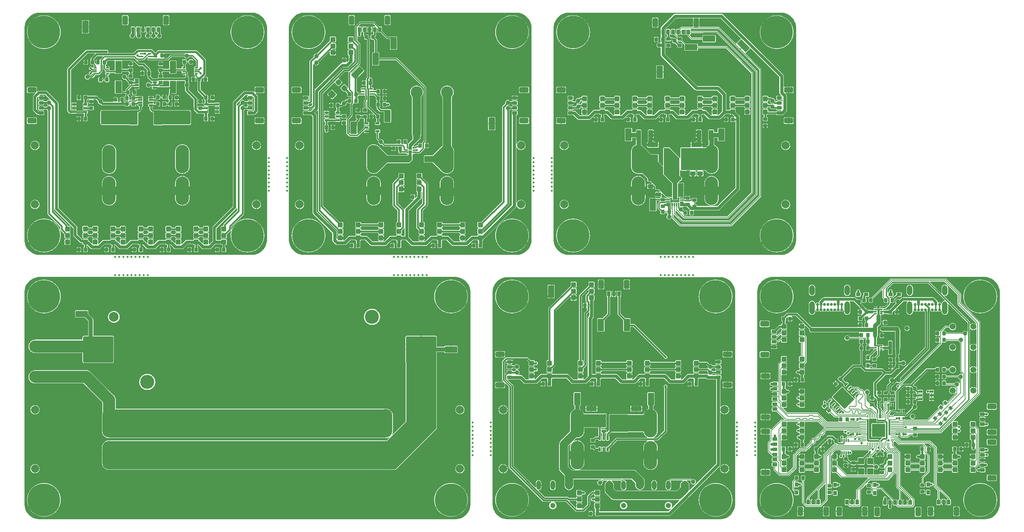
<source format=gtl>
G04*
G04 #@! TF.GenerationSoftware,Altium Limited,Altium Designer,23.7.1 (13)*
G04*
G04 Layer_Physical_Order=1*
G04 Layer_Color=255*
%FSLAX25Y25*%
%MOIN*%
G70*
G04*
G04 #@! TF.SameCoordinates,E357BF57-154A-44AE-955A-2B68D2739ED8*
G04*
G04*
G04 #@! TF.FilePolarity,Positive*
G04*
G01*
G75*
G04:AMPARAMS|DCode=10|XSize=293.7mil|YSize=254.72mil|CornerRadius=12.74mil|HoleSize=0mil|Usage=FLASHONLY|Rotation=180.000|XOffset=0mil|YOffset=0mil|HoleType=Round|Shape=RoundedRectangle|*
%AMROUNDEDRECTD10*
21,1,0.29370,0.22925,0,0,180.0*
21,1,0.26823,0.25472,0,0,180.0*
1,1,0.02547,-0.13411,0.11463*
1,1,0.02547,0.13411,0.11463*
1,1,0.02547,0.13411,-0.11463*
1,1,0.02547,-0.13411,-0.11463*
%
%ADD10ROUNDEDRECTD10*%
G04:AMPARAMS|DCode=11|XSize=59.06mil|YSize=118.11mil|CornerRadius=2.95mil|HoleSize=0mil|Usage=FLASHONLY|Rotation=90.000|XOffset=0mil|YOffset=0mil|HoleType=Round|Shape=RoundedRectangle|*
%AMROUNDEDRECTD11*
21,1,0.05906,0.11221,0,0,90.0*
21,1,0.05315,0.11811,0,0,90.0*
1,1,0.00591,0.05610,0.02657*
1,1,0.00591,0.05610,-0.02657*
1,1,0.00591,-0.05610,-0.02657*
1,1,0.00591,-0.05610,0.02657*
%
%ADD11ROUNDEDRECTD11*%
%ADD12C,0.03937*%
%ADD13C,0.11811*%
%ADD14R,2.67717X0.27559*%
G04:AMPARAMS|DCode=15|XSize=59.06mil|YSize=118.11mil|CornerRadius=2.95mil|HoleSize=0mil|Usage=FLASHONLY|Rotation=180.000|XOffset=0mil|YOffset=0mil|HoleType=Round|Shape=RoundedRectangle|*
%AMROUNDEDRECTD15*
21,1,0.05906,0.11221,0,0,180.0*
21,1,0.05315,0.11811,0,0,180.0*
1,1,0.00591,-0.02657,0.05610*
1,1,0.00591,0.02657,0.05610*
1,1,0.00591,0.02657,-0.05610*
1,1,0.00591,-0.02657,-0.05610*
%
%ADD15ROUNDEDRECTD15*%
G04:AMPARAMS|DCode=16|XSize=37.4mil|YSize=31.5mil|CornerRadius=3.15mil|HoleSize=0mil|Usage=FLASHONLY|Rotation=90.000|XOffset=0mil|YOffset=0mil|HoleType=Round|Shape=RoundedRectangle|*
%AMROUNDEDRECTD16*
21,1,0.03740,0.02520,0,0,90.0*
21,1,0.03110,0.03150,0,0,90.0*
1,1,0.00630,0.01260,0.01555*
1,1,0.00630,0.01260,-0.01555*
1,1,0.00630,-0.01260,-0.01555*
1,1,0.00630,-0.01260,0.01555*
%
%ADD16ROUNDEDRECTD16*%
%ADD17R,0.03937X0.70866*%
G04:AMPARAMS|DCode=18|XSize=33.47mil|YSize=13.78mil|CornerRadius=1.38mil|HoleSize=0mil|Usage=FLASHONLY|Rotation=0.000|XOffset=0mil|YOffset=0mil|HoleType=Round|Shape=RoundedRectangle|*
%AMROUNDEDRECTD18*
21,1,0.03347,0.01102,0,0,0.0*
21,1,0.03071,0.01378,0,0,0.0*
1,1,0.00276,0.01535,-0.00551*
1,1,0.00276,-0.01535,-0.00551*
1,1,0.00276,-0.01535,0.00551*
1,1,0.00276,0.01535,0.00551*
%
%ADD18ROUNDEDRECTD18*%
G04:AMPARAMS|DCode=19|XSize=11.81mil|YSize=31.5mil|CornerRadius=1.77mil|HoleSize=0mil|Usage=FLASHONLY|Rotation=90.000|XOffset=0mil|YOffset=0mil|HoleType=Round|Shape=RoundedRectangle|*
%AMROUNDEDRECTD19*
21,1,0.01181,0.02795,0,0,90.0*
21,1,0.00827,0.03150,0,0,90.0*
1,1,0.00354,0.01398,0.00413*
1,1,0.00354,0.01398,-0.00413*
1,1,0.00354,-0.01398,-0.00413*
1,1,0.00354,-0.01398,0.00413*
%
%ADD19ROUNDEDRECTD19*%
%ADD20R,0.78740X0.03937*%
G04:AMPARAMS|DCode=21|XSize=51.18mil|YSize=84.65mil|CornerRadius=5.12mil|HoleSize=0mil|Usage=FLASHONLY|Rotation=90.000|XOffset=0mil|YOffset=0mil|HoleType=Round|Shape=RoundedRectangle|*
%AMROUNDEDRECTD21*
21,1,0.05118,0.07441,0,0,90.0*
21,1,0.04095,0.08465,0,0,90.0*
1,1,0.01024,0.03720,0.02047*
1,1,0.01024,0.03720,-0.02047*
1,1,0.01024,-0.03720,-0.02047*
1,1,0.01024,-0.03720,0.02047*
%
%ADD21ROUNDEDRECTD21*%
G04:AMPARAMS|DCode=22|XSize=31.5mil|YSize=47.24mil|CornerRadius=3.15mil|HoleSize=0mil|Usage=FLASHONLY|Rotation=90.000|XOffset=0mil|YOffset=0mil|HoleType=Round|Shape=RoundedRectangle|*
%AMROUNDEDRECTD22*
21,1,0.03150,0.04095,0,0,90.0*
21,1,0.02520,0.04724,0,0,90.0*
1,1,0.00630,0.02047,0.01260*
1,1,0.00630,0.02047,-0.01260*
1,1,0.00630,-0.02047,-0.01260*
1,1,0.00630,-0.02047,0.01260*
%
%ADD22ROUNDEDRECTD22*%
G04:AMPARAMS|DCode=23|XSize=47.24mil|YSize=47.24mil|CornerRadius=4.72mil|HoleSize=0mil|Usage=FLASHONLY|Rotation=0.000|XOffset=0mil|YOffset=0mil|HoleType=Round|Shape=RoundedRectangle|*
%AMROUNDEDRECTD23*
21,1,0.04724,0.03780,0,0,0.0*
21,1,0.03780,0.04724,0,0,0.0*
1,1,0.00945,0.01890,-0.01890*
1,1,0.00945,-0.01890,-0.01890*
1,1,0.00945,-0.01890,0.01890*
1,1,0.00945,0.01890,0.01890*
%
%ADD23ROUNDEDRECTD23*%
G04:AMPARAMS|DCode=24|XSize=31.5mil|YSize=47.24mil|CornerRadius=3.15mil|HoleSize=0mil|Usage=FLASHONLY|Rotation=0.000|XOffset=0mil|YOffset=0mil|HoleType=Round|Shape=RoundedRectangle|*
%AMROUNDEDRECTD24*
21,1,0.03150,0.04095,0,0,0.0*
21,1,0.02520,0.04724,0,0,0.0*
1,1,0.00630,0.01260,-0.02047*
1,1,0.00630,-0.01260,-0.02047*
1,1,0.00630,-0.01260,0.02047*
1,1,0.00630,0.01260,0.02047*
%
%ADD24ROUNDEDRECTD24*%
G04:AMPARAMS|DCode=25|XSize=51.18mil|YSize=84.65mil|CornerRadius=5.12mil|HoleSize=0mil|Usage=FLASHONLY|Rotation=0.000|XOffset=0mil|YOffset=0mil|HoleType=Round|Shape=RoundedRectangle|*
%AMROUNDEDRECTD25*
21,1,0.05118,0.07441,0,0,0.0*
21,1,0.04095,0.08465,0,0,0.0*
1,1,0.01024,0.02047,-0.03720*
1,1,0.01024,-0.02047,-0.03720*
1,1,0.01024,-0.02047,0.03720*
1,1,0.01024,0.02047,0.03720*
%
%ADD25ROUNDEDRECTD25*%
G04:AMPARAMS|DCode=26|XSize=41.34mil|YSize=17.72mil|CornerRadius=1.77mil|HoleSize=0mil|Usage=FLASHONLY|Rotation=180.000|XOffset=0mil|YOffset=0mil|HoleType=Round|Shape=RoundedRectangle|*
%AMROUNDEDRECTD26*
21,1,0.04134,0.01417,0,0,180.0*
21,1,0.03780,0.01772,0,0,180.0*
1,1,0.00354,-0.01890,0.00709*
1,1,0.00354,0.01890,0.00709*
1,1,0.00354,0.01890,-0.00709*
1,1,0.00354,-0.01890,-0.00709*
%
%ADD26ROUNDEDRECTD26*%
G04:AMPARAMS|DCode=27|XSize=37.4mil|YSize=31.5mil|CornerRadius=3.15mil|HoleSize=0mil|Usage=FLASHONLY|Rotation=180.000|XOffset=0mil|YOffset=0mil|HoleType=Round|Shape=RoundedRectangle|*
%AMROUNDEDRECTD27*
21,1,0.03740,0.02520,0,0,180.0*
21,1,0.03110,0.03150,0,0,180.0*
1,1,0.00630,-0.01555,0.01260*
1,1,0.00630,0.01555,0.01260*
1,1,0.00630,0.01555,-0.01260*
1,1,0.00630,-0.01555,-0.01260*
%
%ADD27ROUNDEDRECTD27*%
G04:AMPARAMS|DCode=28|XSize=38.28mil|YSize=21.97mil|CornerRadius=2.2mil|HoleSize=0mil|Usage=FLASHONLY|Rotation=180.000|XOffset=0mil|YOffset=0mil|HoleType=Round|Shape=RoundedRectangle|*
%AMROUNDEDRECTD28*
21,1,0.03828,0.01758,0,0,180.0*
21,1,0.03389,0.02197,0,0,180.0*
1,1,0.00439,-0.01694,0.00879*
1,1,0.00439,0.01694,0.00879*
1,1,0.00439,0.01694,-0.00879*
1,1,0.00439,-0.01694,-0.00879*
%
%ADD28ROUNDEDRECTD28*%
G04:AMPARAMS|DCode=29|XSize=141.73mil|YSize=78.74mil|CornerRadius=3.94mil|HoleSize=0mil|Usage=FLASHONLY|Rotation=90.000|XOffset=0mil|YOffset=0mil|HoleType=Round|Shape=RoundedRectangle|*
%AMROUNDEDRECTD29*
21,1,0.14173,0.07087,0,0,90.0*
21,1,0.13386,0.07874,0,0,90.0*
1,1,0.00787,0.03543,0.06693*
1,1,0.00787,0.03543,-0.06693*
1,1,0.00787,-0.03543,-0.06693*
1,1,0.00787,-0.03543,0.06693*
%
%ADD29ROUNDEDRECTD29*%
%ADD30C,0.01968*%
%ADD31C,0.02362*%
%ADD32C,0.01181*%
%ADD33C,0.01575*%
%ADD34C,0.01772*%
%ADD35C,0.00984*%
%ADD36C,0.00787*%
%ADD37C,0.02756*%
%ADD38C,0.03150*%
%ADD39C,0.02165*%
%ADD40R,0.14173X0.07874*%
G04:AMPARAMS|DCode=41|XSize=47.24mil|YSize=47.24mil|CornerRadius=4.72mil|HoleSize=0mil|Usage=FLASHONLY|Rotation=225.000|XOffset=0mil|YOffset=0mil|HoleType=Round|Shape=RoundedRectangle|*
%AMROUNDEDRECTD41*
21,1,0.04724,0.03780,0,0,225.0*
21,1,0.03780,0.04724,0,0,225.0*
1,1,0.00945,-0.02673,0.00000*
1,1,0.00945,0.00000,0.02673*
1,1,0.00945,0.02673,0.00000*
1,1,0.00945,0.00000,-0.02673*
%
%ADD41ROUNDEDRECTD41*%
G04:AMPARAMS|DCode=42|XSize=62.99mil|YSize=59.06mil|CornerRadius=5.91mil|HoleSize=0mil|Usage=FLASHONLY|Rotation=135.000|XOffset=0mil|YOffset=0mil|HoleType=Round|Shape=RoundedRectangle|*
%AMROUNDEDRECTD42*
21,1,0.06299,0.04724,0,0,135.0*
21,1,0.05118,0.05906,0,0,135.0*
1,1,0.01181,-0.00139,0.03480*
1,1,0.01181,0.03480,-0.00139*
1,1,0.01181,0.00139,-0.03480*
1,1,0.01181,-0.03480,0.00139*
%
%ADD42ROUNDEDRECTD42*%
G04:AMPARAMS|DCode=43|XSize=59.06mil|YSize=118.11mil|CornerRadius=2.95mil|HoleSize=0mil|Usage=FLASHONLY|Rotation=135.000|XOffset=0mil|YOffset=0mil|HoleType=Round|Shape=RoundedRectangle|*
%AMROUNDEDRECTD43*
21,1,0.05906,0.11221,0,0,135.0*
21,1,0.05315,0.11811,0,0,135.0*
1,1,0.00591,0.02088,0.05846*
1,1,0.00591,0.05846,0.02088*
1,1,0.00591,-0.02088,-0.05846*
1,1,0.00591,-0.05846,-0.02088*
%
%ADD43ROUNDEDRECTD43*%
G04:AMPARAMS|DCode=44|XSize=12mil|YSize=29mil|CornerRadius=1.2mil|HoleSize=0mil|Usage=FLASHONLY|Rotation=0.000|XOffset=0mil|YOffset=0mil|HoleType=Round|Shape=RoundedRectangle|*
%AMROUNDEDRECTD44*
21,1,0.01200,0.02660,0,0,0.0*
21,1,0.00960,0.02900,0,0,0.0*
1,1,0.00240,0.00480,-0.01330*
1,1,0.00240,-0.00480,-0.01330*
1,1,0.00240,-0.00480,0.01330*
1,1,0.00240,0.00480,0.01330*
%
%ADD44ROUNDEDRECTD44*%
G04:AMPARAMS|DCode=45|XSize=19mil|YSize=12mil|CornerRadius=1.2mil|HoleSize=0mil|Usage=FLASHONLY|Rotation=90.000|XOffset=0mil|YOffset=0mil|HoleType=Round|Shape=RoundedRectangle|*
%AMROUNDEDRECTD45*
21,1,0.01900,0.00960,0,0,90.0*
21,1,0.01660,0.01200,0,0,90.0*
1,1,0.00240,0.00480,0.00830*
1,1,0.00240,0.00480,-0.00830*
1,1,0.00240,-0.00480,-0.00830*
1,1,0.00240,-0.00480,0.00830*
%
%ADD45ROUNDEDRECTD45*%
G04:AMPARAMS|DCode=46|XSize=12mil|YSize=18mil|CornerRadius=1.2mil|HoleSize=0mil|Usage=FLASHONLY|Rotation=270.000|XOffset=0mil|YOffset=0mil|HoleType=Round|Shape=RoundedRectangle|*
%AMROUNDEDRECTD46*
21,1,0.01200,0.01560,0,0,270.0*
21,1,0.00960,0.01800,0,0,270.0*
1,1,0.00240,-0.00780,-0.00480*
1,1,0.00240,-0.00780,0.00480*
1,1,0.00240,0.00780,0.00480*
1,1,0.00240,0.00780,-0.00480*
%
%ADD46ROUNDEDRECTD46*%
%ADD47C,0.07874*%
%ADD48R,0.03150X0.08268*%
G04:AMPARAMS|DCode=49|XSize=37.4mil|YSize=31.5mil|CornerRadius=3.15mil|HoleSize=0mil|Usage=FLASHONLY|Rotation=135.000|XOffset=0mil|YOffset=0mil|HoleType=Round|Shape=RoundedRectangle|*
%AMROUNDEDRECTD49*
21,1,0.03740,0.02520,0,0,135.0*
21,1,0.03110,0.03150,0,0,135.0*
1,1,0.00630,-0.00209,0.01991*
1,1,0.00630,0.01991,-0.00209*
1,1,0.00630,0.00209,-0.01991*
1,1,0.00630,-0.01991,0.00209*
%
%ADD49ROUNDEDRECTD49*%
G04:AMPARAMS|DCode=50|XSize=43.31mil|YSize=33.47mil|CornerRadius=3.35mil|HoleSize=0mil|Usage=FLASHONLY|Rotation=90.000|XOffset=0mil|YOffset=0mil|HoleType=Round|Shape=RoundedRectangle|*
%AMROUNDEDRECTD50*
21,1,0.04331,0.02677,0,0,90.0*
21,1,0.03661,0.03347,0,0,90.0*
1,1,0.00669,0.01339,0.01831*
1,1,0.00669,0.01339,-0.01831*
1,1,0.00669,-0.01339,-0.01831*
1,1,0.00669,-0.01339,0.01831*
%
%ADD50ROUNDEDRECTD50*%
G04:AMPARAMS|DCode=51|XSize=23.62mil|YSize=19.68mil|CornerRadius=1.97mil|HoleSize=0mil|Usage=FLASHONLY|Rotation=180.000|XOffset=0mil|YOffset=0mil|HoleType=Round|Shape=RoundedRectangle|*
%AMROUNDEDRECTD51*
21,1,0.02362,0.01575,0,0,180.0*
21,1,0.01968,0.01968,0,0,180.0*
1,1,0.00394,-0.00984,0.00787*
1,1,0.00394,0.00984,0.00787*
1,1,0.00394,0.00984,-0.00787*
1,1,0.00394,-0.00984,-0.00787*
%
%ADD51ROUNDEDRECTD51*%
G04:AMPARAMS|DCode=52|XSize=34.45mil|YSize=7.87mil|CornerRadius=1.18mil|HoleSize=0mil|Usage=FLASHONLY|Rotation=0.000|XOffset=0mil|YOffset=0mil|HoleType=Round|Shape=RoundedRectangle|*
%AMROUNDEDRECTD52*
21,1,0.03445,0.00551,0,0,0.0*
21,1,0.03209,0.00787,0,0,0.0*
1,1,0.00236,0.01604,-0.00276*
1,1,0.00236,-0.01604,-0.00276*
1,1,0.00236,-0.01604,0.00276*
1,1,0.00236,0.01604,0.00276*
%
%ADD52ROUNDEDRECTD52*%
G04:AMPARAMS|DCode=53|XSize=43.31mil|YSize=33.47mil|CornerRadius=3.35mil|HoleSize=0mil|Usage=FLASHONLY|Rotation=180.000|XOffset=0mil|YOffset=0mil|HoleType=Round|Shape=RoundedRectangle|*
%AMROUNDEDRECTD53*
21,1,0.04331,0.02677,0,0,180.0*
21,1,0.03661,0.03347,0,0,180.0*
1,1,0.00669,-0.01831,0.01339*
1,1,0.00669,0.01831,0.01339*
1,1,0.00669,0.01831,-0.01339*
1,1,0.00669,-0.01831,-0.01339*
%
%ADD53ROUNDEDRECTD53*%
G04:AMPARAMS|DCode=54|XSize=11.81mil|YSize=31.5mil|CornerRadius=1.77mil|HoleSize=0mil|Usage=FLASHONLY|Rotation=180.000|XOffset=0mil|YOffset=0mil|HoleType=Round|Shape=RoundedRectangle|*
%AMROUNDEDRECTD54*
21,1,0.01181,0.02795,0,0,180.0*
21,1,0.00827,0.03150,0,0,180.0*
1,1,0.00354,-0.00413,0.01398*
1,1,0.00354,0.00413,0.01398*
1,1,0.00354,0.00413,-0.01398*
1,1,0.00354,-0.00413,-0.01398*
%
%ADD54ROUNDEDRECTD54*%
G04:AMPARAMS|DCode=55|XSize=25.59mil|YSize=11.81mil|CornerRadius=1.77mil|HoleSize=0mil|Usage=FLASHONLY|Rotation=0.000|XOffset=0mil|YOffset=0mil|HoleType=Round|Shape=RoundedRectangle|*
%AMROUNDEDRECTD55*
21,1,0.02559,0.00827,0,0,0.0*
21,1,0.02205,0.01181,0,0,0.0*
1,1,0.00354,0.01102,-0.00413*
1,1,0.00354,-0.01102,-0.00413*
1,1,0.00354,-0.01102,0.00413*
1,1,0.00354,0.01102,0.00413*
%
%ADD55ROUNDEDRECTD55*%
G04:AMPARAMS|DCode=56|XSize=7.87mil|YSize=34.45mil|CornerRadius=1.18mil|HoleSize=0mil|Usage=FLASHONLY|Rotation=0.000|XOffset=0mil|YOffset=0mil|HoleType=Round|Shape=RoundedRectangle|*
%AMROUNDEDRECTD56*
21,1,0.00787,0.03209,0,0,0.0*
21,1,0.00551,0.03445,0,0,0.0*
1,1,0.00236,0.00276,-0.01604*
1,1,0.00236,-0.00276,-0.01604*
1,1,0.00236,-0.00276,0.01604*
1,1,0.00236,0.00276,0.01604*
%
%ADD56ROUNDEDRECTD56*%
G04:AMPARAMS|DCode=57|XSize=125.98mil|YSize=125.98mil|CornerRadius=3.15mil|HoleSize=0mil|Usage=FLASHONLY|Rotation=0.000|XOffset=0mil|YOffset=0mil|HoleType=Round|Shape=RoundedRectangle|*
%AMROUNDEDRECTD57*
21,1,0.12598,0.11969,0,0,0.0*
21,1,0.11969,0.12598,0,0,0.0*
1,1,0.00630,0.05984,-0.05984*
1,1,0.00630,-0.05984,-0.05984*
1,1,0.00630,-0.05984,0.05984*
1,1,0.00630,0.05984,0.05984*
%
%ADD57ROUNDEDRECTD57*%
%AMCUSTOMSHAPE58*
4,1,8,0.01968,-0.00787,0.00787,-0.01968,-0.00787,-0.01968,-0.01968,-0.00787,-0.01968,0.00787,-0.00787,0.01968,0.00787,0.01968,0.01968,0.00787,0.01968,-0.00787,0.0*%
%ADD58CUSTOMSHAPE58*%

G04:AMPARAMS|DCode=59|XSize=59.06mil|YSize=62.99mil|CornerRadius=8.86mil|HoleSize=0mil|Usage=FLASHONLY|Rotation=0.000|XOffset=0mil|YOffset=0mil|HoleType=Round|Shape=RoundedRectangle|*
%AMROUNDEDRECTD59*
21,1,0.05906,0.04528,0,0,0.0*
21,1,0.04134,0.06299,0,0,0.0*
1,1,0.01772,0.02067,-0.02264*
1,1,0.01772,-0.02067,-0.02264*
1,1,0.01772,-0.02067,0.02264*
1,1,0.01772,0.02067,0.02264*
%
%ADD59ROUNDEDRECTD59*%
G04:AMPARAMS|DCode=60|XSize=23.62mil|YSize=19.68mil|CornerRadius=1.97mil|HoleSize=0mil|Usage=FLASHONLY|Rotation=270.000|XOffset=0mil|YOffset=0mil|HoleType=Round|Shape=RoundedRectangle|*
%AMROUNDEDRECTD60*
21,1,0.02362,0.01575,0,0,270.0*
21,1,0.01968,0.01968,0,0,270.0*
1,1,0.00394,-0.00787,-0.00984*
1,1,0.00394,-0.00787,0.00984*
1,1,0.00394,0.00787,0.00984*
1,1,0.00394,0.00787,-0.00984*
%
%ADD60ROUNDEDRECTD60*%
G04:AMPARAMS|DCode=61|XSize=51.18mil|YSize=98.43mil|CornerRadius=25.59mil|HoleSize=0mil|Usage=FLASHONLY|Rotation=180.000|XOffset=0mil|YOffset=0mil|HoleType=Round|Shape=RoundedRectangle|*
%AMROUNDEDRECTD61*
21,1,0.05118,0.04724,0,0,180.0*
21,1,0.00000,0.09843,0,0,180.0*
1,1,0.05118,0.00000,0.02362*
1,1,0.05118,0.00000,0.02362*
1,1,0.05118,0.00000,-0.02362*
1,1,0.05118,0.00000,-0.02362*
%
%ADD61ROUNDEDRECTD61*%
G04:AMPARAMS|DCode=62|XSize=31.89mil|YSize=125.98mil|CornerRadius=3.19mil|HoleSize=0mil|Usage=FLASHONLY|Rotation=180.000|XOffset=0mil|YOffset=0mil|HoleType=Round|Shape=RoundedRectangle|*
%AMROUNDEDRECTD62*
21,1,0.03189,0.11961,0,0,180.0*
21,1,0.02551,0.12598,0,0,180.0*
1,1,0.00638,-0.01276,0.05980*
1,1,0.00638,0.01276,0.05980*
1,1,0.00638,0.01276,-0.05980*
1,1,0.00638,-0.01276,-0.05980*
%
%ADD62ROUNDEDRECTD62*%
G04:AMPARAMS|DCode=63|XSize=37.4mil|YSize=31.5mil|CornerRadius=3.15mil|HoleSize=0mil|Usage=FLASHONLY|Rotation=45.000|XOffset=0mil|YOffset=0mil|HoleType=Round|Shape=RoundedRectangle|*
%AMROUNDEDRECTD63*
21,1,0.03740,0.02520,0,0,45.0*
21,1,0.03110,0.03150,0,0,45.0*
1,1,0.00630,0.01991,0.00209*
1,1,0.00630,-0.00209,-0.01991*
1,1,0.00630,-0.01991,-0.00209*
1,1,0.00630,0.00209,0.01991*
%
%ADD63ROUNDEDRECTD63*%
G04:AMPARAMS|DCode=64|XSize=41.34mil|YSize=17.72mil|CornerRadius=2.66mil|HoleSize=0mil|Usage=FLASHONLY|Rotation=45.000|XOffset=0mil|YOffset=0mil|HoleType=Round|Shape=RoundedRectangle|*
%AMROUNDEDRECTD64*
21,1,0.04134,0.01240,0,0,45.0*
21,1,0.03602,0.01772,0,0,45.0*
1,1,0.00532,0.01712,0.00835*
1,1,0.00532,-0.00835,-0.01712*
1,1,0.00532,-0.01712,-0.00835*
1,1,0.00532,0.00835,0.01712*
%
%ADD64ROUNDEDRECTD64*%
G04:AMPARAMS|DCode=65|XSize=133.86mil|YSize=169.29mil|CornerRadius=5.35mil|HoleSize=0mil|Usage=FLASHONLY|Rotation=45.000|XOffset=0mil|YOffset=0mil|HoleType=Round|Shape=RoundedRectangle|*
%AMROUNDEDRECTD65*
21,1,0.13386,0.15858,0,0,45.0*
21,1,0.12315,0.16929,0,0,45.0*
1,1,0.01071,0.09961,-0.01253*
1,1,0.01071,0.01253,-0.09961*
1,1,0.01071,-0.09961,0.01253*
1,1,0.01071,-0.01253,0.09961*
%
%ADD65ROUNDEDRECTD65*%
%ADD66C,0.01500*%
G04:AMPARAMS|DCode=67|XSize=56.3mil|YSize=216.54mil|CornerRadius=5.63mil|HoleSize=0mil|Usage=FLASHONLY|Rotation=0.000|XOffset=0mil|YOffset=0mil|HoleType=Round|Shape=RoundedRectangle|*
%AMROUNDEDRECTD67*
21,1,0.05630,0.20528,0,0,0.0*
21,1,0.04504,0.21654,0,0,0.0*
1,1,0.01126,0.02252,-0.10264*
1,1,0.01126,-0.02252,-0.10264*
1,1,0.01126,-0.02252,0.10264*
1,1,0.01126,0.02252,0.10264*
%
%ADD67ROUNDEDRECTD67*%
G04:AMPARAMS|DCode=68|XSize=102.36mil|YSize=45.28mil|CornerRadius=4.53mil|HoleSize=0mil|Usage=FLASHONLY|Rotation=0.000|XOffset=0mil|YOffset=0mil|HoleType=Round|Shape=RoundedRectangle|*
%AMROUNDEDRECTD68*
21,1,0.10236,0.03622,0,0,0.0*
21,1,0.09331,0.04528,0,0,0.0*
1,1,0.00906,0.04665,-0.01811*
1,1,0.00906,-0.04665,-0.01811*
1,1,0.00906,-0.04665,0.01811*
1,1,0.00906,0.04665,0.01811*
%
%ADD68ROUNDEDRECTD68*%
G04:AMPARAMS|DCode=69|XSize=53.15mil|YSize=39.37mil|CornerRadius=3.94mil|HoleSize=0mil|Usage=FLASHONLY|Rotation=0.000|XOffset=0mil|YOffset=0mil|HoleType=Round|Shape=RoundedRectangle|*
%AMROUNDEDRECTD69*
21,1,0.05315,0.03150,0,0,0.0*
21,1,0.04528,0.03937,0,0,0.0*
1,1,0.00787,0.02264,-0.01575*
1,1,0.00787,-0.02264,-0.01575*
1,1,0.00787,-0.02264,0.01575*
1,1,0.00787,0.02264,0.01575*
%
%ADD69ROUNDEDRECTD69*%
G04:AMPARAMS|DCode=70|XSize=47.24mil|YSize=33.47mil|CornerRadius=3.35mil|HoleSize=0mil|Usage=FLASHONLY|Rotation=90.000|XOffset=0mil|YOffset=0mil|HoleType=Round|Shape=RoundedRectangle|*
%AMROUNDEDRECTD70*
21,1,0.04724,0.02677,0,0,90.0*
21,1,0.04055,0.03347,0,0,90.0*
1,1,0.00669,0.01339,0.02028*
1,1,0.00669,0.01339,-0.02028*
1,1,0.00669,-0.01339,-0.02028*
1,1,0.00669,-0.01339,0.02028*
%
%ADD70ROUNDEDRECTD70*%
G04:AMPARAMS|DCode=71|XSize=33.47mil|YSize=37.4mil|CornerRadius=3.35mil|HoleSize=0mil|Usage=FLASHONLY|Rotation=90.000|XOffset=0mil|YOffset=0mil|HoleType=Round|Shape=RoundedRectangle|*
%AMROUNDEDRECTD71*
21,1,0.03347,0.03071,0,0,90.0*
21,1,0.02677,0.03740,0,0,90.0*
1,1,0.00669,0.01535,0.01339*
1,1,0.00669,0.01535,-0.01339*
1,1,0.00669,-0.01535,-0.01339*
1,1,0.00669,-0.01535,0.01339*
%
%ADD71ROUNDEDRECTD71*%
G04:AMPARAMS|DCode=72|XSize=13.78mil|YSize=35.43mil|CornerRadius=2.07mil|HoleSize=0mil|Usage=FLASHONLY|Rotation=270.000|XOffset=0mil|YOffset=0mil|HoleType=Round|Shape=RoundedRectangle|*
%AMROUNDEDRECTD72*
21,1,0.01378,0.03130,0,0,270.0*
21,1,0.00965,0.03543,0,0,270.0*
1,1,0.00413,-0.01565,-0.00482*
1,1,0.00413,-0.01565,0.00482*
1,1,0.00413,0.01565,0.00482*
1,1,0.00413,0.01565,-0.00482*
%
%ADD72ROUNDEDRECTD72*%
G04:AMPARAMS|DCode=73|XSize=13.78mil|YSize=35.43mil|CornerRadius=2.07mil|HoleSize=0mil|Usage=FLASHONLY|Rotation=0.000|XOffset=0mil|YOffset=0mil|HoleType=Round|Shape=RoundedRectangle|*
%AMROUNDEDRECTD73*
21,1,0.01378,0.03130,0,0,0.0*
21,1,0.00965,0.03543,0,0,0.0*
1,1,0.00413,0.00482,-0.01565*
1,1,0.00413,-0.00482,-0.01565*
1,1,0.00413,-0.00482,0.01565*
1,1,0.00413,0.00482,0.01565*
%
%ADD73ROUNDEDRECTD73*%
G04:AMPARAMS|DCode=74|XSize=131.89mil|YSize=54.92mil|CornerRadius=2.75mil|HoleSize=0mil|Usage=FLASHONLY|Rotation=90.000|XOffset=0mil|YOffset=0mil|HoleType=Round|Shape=RoundedRectangle|*
%AMROUNDEDRECTD74*
21,1,0.13189,0.04943,0,0,90.0*
21,1,0.12640,0.05492,0,0,90.0*
1,1,0.00549,0.02472,0.06320*
1,1,0.00549,0.02472,-0.06320*
1,1,0.00549,-0.02472,-0.06320*
1,1,0.00549,-0.02472,0.06320*
%
%ADD74ROUNDEDRECTD74*%
G04:AMPARAMS|DCode=75|XSize=157.48mil|YSize=43.31mil|CornerRadius=2.17mil|HoleSize=0mil|Usage=FLASHONLY|Rotation=90.000|XOffset=0mil|YOffset=0mil|HoleType=Round|Shape=RoundedRectangle|*
%AMROUNDEDRECTD75*
21,1,0.15748,0.03898,0,0,90.0*
21,1,0.15315,0.04331,0,0,90.0*
1,1,0.00433,0.01949,0.07658*
1,1,0.00433,0.01949,-0.07658*
1,1,0.00433,-0.01949,-0.07658*
1,1,0.00433,-0.01949,0.07658*
%
%ADD75ROUNDEDRECTD75*%
G04:AMPARAMS|DCode=76|XSize=133.86mil|YSize=54.92mil|CornerRadius=2.75mil|HoleSize=0mil|Usage=FLASHONLY|Rotation=90.000|XOffset=0mil|YOffset=0mil|HoleType=Round|Shape=RoundedRectangle|*
%AMROUNDEDRECTD76*
21,1,0.13386,0.04943,0,0,90.0*
21,1,0.12837,0.05492,0,0,90.0*
1,1,0.00549,0.02472,0.06418*
1,1,0.00549,0.02472,-0.06418*
1,1,0.00549,-0.02472,-0.06418*
1,1,0.00549,-0.02472,0.06418*
%
%ADD76ROUNDEDRECTD76*%
G04:AMPARAMS|DCode=77|XSize=102.36mil|YSize=45.28mil|CornerRadius=4.53mil|HoleSize=0mil|Usage=FLASHONLY|Rotation=90.000|XOffset=0mil|YOffset=0mil|HoleType=Round|Shape=RoundedRectangle|*
%AMROUNDEDRECTD77*
21,1,0.10236,0.03622,0,0,90.0*
21,1,0.09331,0.04528,0,0,90.0*
1,1,0.00906,0.01811,0.04665*
1,1,0.00906,0.01811,-0.04665*
1,1,0.00906,-0.01811,-0.04665*
1,1,0.00906,-0.01811,0.04665*
%
%ADD77ROUNDEDRECTD77*%
G04:AMPARAMS|DCode=78|XSize=59.06mil|YSize=118.11mil|CornerRadius=2.95mil|HoleSize=0mil|Usage=FLASHONLY|Rotation=225.000|XOffset=0mil|YOffset=0mil|HoleType=Round|Shape=RoundedRectangle|*
%AMROUNDEDRECTD78*
21,1,0.05906,0.11221,0,0,225.0*
21,1,0.05315,0.11811,0,0,225.0*
1,1,0.00591,-0.05846,0.02088*
1,1,0.00591,-0.02088,0.05846*
1,1,0.00591,0.05846,-0.02088*
1,1,0.00591,0.02088,-0.05846*
%
%ADD78ROUNDEDRECTD78*%
%ADD79C,0.01378*%
%ADD80C,0.04331*%
%ADD81R,0.07087X0.08661*%
%ADD82R,0.30118X0.21457*%
G04:AMPARAMS|DCode=83|XSize=38.28mil|YSize=21.97mil|CornerRadius=2.2mil|HoleSize=0mil|Usage=FLASHONLY|Rotation=90.000|XOffset=0mil|YOffset=0mil|HoleType=Round|Shape=RoundedRectangle|*
%AMROUNDEDRECTD83*
21,1,0.03828,0.01758,0,0,90.0*
21,1,0.03389,0.02197,0,0,90.0*
1,1,0.00439,0.00879,0.01694*
1,1,0.00439,0.00879,-0.01694*
1,1,0.00439,-0.00879,-0.01694*
1,1,0.00439,-0.00879,0.01694*
%
%ADD83ROUNDEDRECTD83*%
G04:AMPARAMS|DCode=84|XSize=165.35mil|YSize=181.1mil|CornerRadius=4.13mil|HoleSize=0mil|Usage=FLASHONLY|Rotation=270.000|XOffset=0mil|YOffset=0mil|HoleType=Round|Shape=RoundedRectangle|*
%AMROUNDEDRECTD84*
21,1,0.16535,0.17284,0,0,270.0*
21,1,0.15709,0.18110,0,0,270.0*
1,1,0.00827,-0.08642,-0.07854*
1,1,0.00827,-0.08642,0.07854*
1,1,0.00827,0.08642,0.07854*
1,1,0.00827,0.08642,-0.07854*
%
%ADD84ROUNDEDRECTD84*%
G04:AMPARAMS|DCode=85|XSize=45.28mil|YSize=27.56mil|CornerRadius=2.76mil|HoleSize=0mil|Usage=FLASHONLY|Rotation=0.000|XOffset=0mil|YOffset=0mil|HoleType=Round|Shape=RoundedRectangle|*
%AMROUNDEDRECTD85*
21,1,0.04528,0.02205,0,0,0.0*
21,1,0.03976,0.02756,0,0,0.0*
1,1,0.00551,0.01988,-0.01102*
1,1,0.00551,-0.01988,-0.01102*
1,1,0.00551,-0.01988,0.01102*
1,1,0.00551,0.01988,0.01102*
%
%ADD85ROUNDEDRECTD85*%
%ADD86R,0.38091X0.16339*%
%ADD87R,0.29224X0.12697*%
%ADD88C,0.01968*%
%ADD89C,0.07874*%
%ADD90C,0.11693*%
%ADD91C,0.07205*%
%ADD92C,0.13583*%
%ADD93C,0.09409*%
%ADD94O,0.12795X0.27559*%
%ADD95C,0.31496*%
%ADD96C,0.02362*%
%ADD97C,0.05512*%
%AMCUSTOMSHAPE98*
4,1,8,0.00787,0.01968,0.01968,0.00787,0.01968,-0.00787,0.00787,-0.01968,-0.00787,-0.01968,-0.01968,-0.00787,-0.01968,0.00787,-0.00787,0.01968,0.00787,0.01968,0.0*%
%ADD98CUSTOMSHAPE98*%

%AMCUSTOMSHAPE99*
4,1,8,-0.00787,-0.01968,-0.01968,-0.00787,-0.01968,0.00787,-0.00787,0.01968,0.00787,0.01968,0.01968,0.00787,0.01968,-0.00787,0.00787,-0.01968,-0.00787,-0.01968,0.0*%
%ADD99CUSTOMSHAPE99*%

%ADD100C,0.05906*%
G04:AMPARAMS|DCode=101|XSize=125.98mil|YSize=51.18mil|CornerRadius=25.59mil|HoleSize=0mil|Usage=FLASHONLY|Rotation=270.000|XOffset=0mil|YOffset=0mil|HoleType=Round|Shape=RoundedRectangle|*
%AMROUNDEDRECTD101*
21,1,0.12598,0.00000,0,0,270.0*
21,1,0.07480,0.05118,0,0,270.0*
1,1,0.05118,0.00000,-0.03740*
1,1,0.05118,0.00000,0.03740*
1,1,0.05118,0.00000,0.03740*
1,1,0.05118,0.00000,-0.03740*
%
%ADD101ROUNDEDRECTD101*%
%ADD102C,0.02756*%
G04:AMPARAMS|DCode=103|XSize=27.56mil|YSize=62.99mil|CornerRadius=13.78mil|HoleSize=0mil|Usage=FLASHONLY|Rotation=180.000|XOffset=0mil|YOffset=0mil|HoleType=Round|Shape=RoundedRectangle|*
%AMROUNDEDRECTD103*
21,1,0.02756,0.03543,0,0,180.0*
21,1,0.00000,0.06299,0,0,180.0*
1,1,0.02756,0.00000,0.01772*
1,1,0.02756,0.00000,0.01772*
1,1,0.02756,0.00000,-0.01772*
1,1,0.02756,0.00000,-0.01772*
%
%ADD103ROUNDEDRECTD103*%
%ADD104O,0.04362X0.08724*%
%ADD105C,0.05118*%
G36*
X575731Y589755D02*
X577725Y589493D01*
X579617Y588986D01*
X581427Y588236D01*
X583124Y587256D01*
X584678Y586064D01*
X586064Y584678D01*
X587256Y583124D01*
X588236Y581427D01*
X588986Y579617D01*
X589493Y577725D01*
X589748Y575783D01*
Y574803D01*
Y370079D01*
Y369099D01*
X589493Y367157D01*
X588986Y365265D01*
X588236Y363454D01*
X587256Y361758D01*
X586064Y360204D01*
X584678Y358818D01*
X583124Y357626D01*
X581427Y356646D01*
X579617Y355896D01*
X577725Y355389D01*
X575783Y355134D01*
X369099D01*
X367157Y355389D01*
X365265Y355896D01*
X363454Y356646D01*
X361758Y357626D01*
X360204Y358818D01*
X358818Y360204D01*
X357626Y361758D01*
X356646Y363454D01*
X355896Y365265D01*
X355389Y367157D01*
X355134Y369099D01*
Y370079D01*
Y574803D01*
Y575783D01*
X355389Y577725D01*
X355896Y579617D01*
X356646Y581427D01*
X357626Y583124D01*
X358818Y584678D01*
X360204Y586064D01*
X361758Y587256D01*
X363454Y588236D01*
X365265Y588986D01*
X367157Y589493D01*
X369151Y589755D01*
X369176Y589764D01*
X575705D01*
X575731Y589755D01*
D02*
G37*
G36*
X831636Y589755D02*
X833631Y589493D01*
X835523Y588986D01*
X837333Y588236D01*
X839030Y587256D01*
X840584Y586064D01*
X841969Y584678D01*
X843162Y583124D01*
X844141Y581427D01*
X844891Y579617D01*
X845398Y577725D01*
X845654Y575783D01*
Y574803D01*
Y370079D01*
Y369099D01*
X845398Y367157D01*
X844891Y365265D01*
X844141Y363454D01*
X843162Y361758D01*
X841969Y360204D01*
X840584Y358818D01*
X839030Y357626D01*
X837333Y356646D01*
X835523Y355896D01*
X833631Y355389D01*
X831688Y355134D01*
X625005D01*
X623062Y355389D01*
X621170Y355896D01*
X619360Y356646D01*
X617663Y357626D01*
X616109Y358818D01*
X614724Y360204D01*
X613531Y361758D01*
X612551Y363454D01*
X611802Y365265D01*
X611295Y367157D01*
X611039Y369099D01*
Y370079D01*
Y574803D01*
Y575783D01*
X611295Y577725D01*
X611802Y579617D01*
X612551Y581427D01*
X613531Y583124D01*
X614724Y584678D01*
X616109Y586064D01*
X617663Y587256D01*
X619360Y588236D01*
X621170Y588986D01*
X623062Y589493D01*
X625057Y589755D01*
X625082Y589764D01*
X831611D01*
X831636Y589755D01*
D02*
G37*
G36*
X319825D02*
X321820Y589493D01*
X323712Y588986D01*
X325522Y588236D01*
X327219Y587256D01*
X328773Y586064D01*
X330158Y584678D01*
X331351Y583124D01*
X332330Y581427D01*
X333080Y579617D01*
X333587Y577725D01*
X333843Y575783D01*
Y574803D01*
Y370079D01*
Y369099D01*
X333587Y367157D01*
X333080Y365265D01*
X332330Y363454D01*
X331351Y361758D01*
X330158Y360204D01*
X328773Y358818D01*
X327219Y357626D01*
X325522Y356646D01*
X323712Y355896D01*
X321820Y355389D01*
X319877Y355134D01*
X113194D01*
X111251Y355389D01*
X109359Y355896D01*
X107549Y356646D01*
X105852Y357626D01*
X104298Y358818D01*
X102913Y360204D01*
X101720Y361758D01*
X100741Y363454D01*
X99991Y365265D01*
X99484Y367157D01*
X99228Y369099D01*
Y370079D01*
Y574803D01*
Y575783D01*
X99484Y577725D01*
X99991Y579617D01*
X100741Y581427D01*
X101720Y583124D01*
X102913Y584678D01*
X104298Y586064D01*
X105852Y587256D01*
X107549Y588236D01*
X109359Y588986D01*
X111251Y589493D01*
X113246Y589755D01*
X113271Y589764D01*
X319800D01*
X319825Y589755D01*
D02*
G37*
G36*
X518670Y333587D02*
X520562Y333080D01*
X522372Y332330D01*
X524069Y331351D01*
X525623Y330158D01*
X527009Y328773D01*
X528201Y327219D01*
X529181Y325522D01*
X529930Y323712D01*
X530438Y321820D01*
X530693Y319877D01*
Y318898D01*
Y114173D01*
Y113194D01*
X530438Y111251D01*
X529930Y109359D01*
X529181Y107549D01*
X528201Y105852D01*
X527009Y104298D01*
X525623Y102913D01*
X524069Y101720D01*
X522372Y100741D01*
X520562Y99991D01*
X518670Y99484D01*
X516728Y99228D01*
X113194D01*
X111251Y99484D01*
X109359Y99991D01*
X107549Y100741D01*
X105852Y101720D01*
X104298Y102913D01*
X102913Y104298D01*
X101720Y105852D01*
X100741Y107549D01*
X99991Y109359D01*
X99484Y111251D01*
X99228Y113194D01*
Y114173D01*
Y318898D01*
Y319877D01*
X99484Y321820D01*
X99991Y323712D01*
X100741Y325522D01*
X101720Y327219D01*
X102913Y328773D01*
X104298Y330158D01*
X105852Y331351D01*
X107549Y332330D01*
X109359Y333080D01*
X111251Y333587D01*
X113194Y333843D01*
X516728D01*
X518670Y333587D01*
D02*
G37*
G36*
X1028486Y333850D02*
X1030481Y333587D01*
X1032373Y333080D01*
X1034183Y332330D01*
X1035880Y331351D01*
X1037434Y330158D01*
X1038820Y328773D01*
X1040012Y327219D01*
X1040992Y325522D01*
X1041741Y323712D01*
X1042249Y321820D01*
X1042504Y319877D01*
Y318898D01*
Y114173D01*
Y113194D01*
X1042249Y111251D01*
X1041741Y109359D01*
X1040992Y107549D01*
X1040012Y105852D01*
X1038820Y104298D01*
X1037434Y102913D01*
X1035880Y101720D01*
X1034183Y100741D01*
X1032373Y99991D01*
X1030481Y99484D01*
X1028539Y99228D01*
X821855D01*
X819913Y99484D01*
X818020Y99991D01*
X816210Y100741D01*
X814514Y101720D01*
X812959Y102913D01*
X811574Y104298D01*
X810381Y105852D01*
X809402Y107549D01*
X808652Y109359D01*
X808145Y111251D01*
X807889Y113194D01*
Y114173D01*
Y318898D01*
Y319877D01*
X808145Y321820D01*
X808652Y323712D01*
X809402Y325522D01*
X810382Y327219D01*
X811574Y328773D01*
X812959Y330158D01*
X814514Y331351D01*
X816210Y332330D01*
X818020Y333080D01*
X819913Y333587D01*
X821907Y333850D01*
X821932Y333858D01*
X1028461D01*
X1028486Y333850D01*
D02*
G37*
G36*
X774576Y333587D02*
X776468Y333080D01*
X778278Y332330D01*
X779975Y331351D01*
X781529Y330158D01*
X782914Y328773D01*
X784107Y327219D01*
X785086Y325522D01*
X785836Y323712D01*
X786343Y321820D01*
X786599Y319877D01*
Y318898D01*
Y114173D01*
Y113194D01*
X786343Y111251D01*
X785836Y109359D01*
X785086Y107549D01*
X784107Y105852D01*
X782914Y104298D01*
X781529Y102913D01*
X779975Y101720D01*
X778278Y100741D01*
X776468Y99991D01*
X774576Y99484D01*
X772633Y99228D01*
X565949D01*
X564007Y99484D01*
X562115Y99991D01*
X560305Y100741D01*
X558608Y101720D01*
X557054Y102913D01*
X555669Y104298D01*
X554476Y105852D01*
X553496Y107549D01*
X552747Y109359D01*
X552240Y111251D01*
X551984Y113194D01*
Y114173D01*
Y318898D01*
Y319877D01*
X552240Y321820D01*
X552747Y323712D01*
X553496Y325522D01*
X554476Y327219D01*
X555669Y328773D01*
X557054Y330158D01*
X558608Y331351D01*
X560305Y332330D01*
X562115Y333080D01*
X564007Y333587D01*
X564728Y333682D01*
X773855D01*
X774576Y333587D01*
D02*
G37*
%LPC*%
G36*
X452441Y587196D02*
X450644D01*
Y582711D01*
X453456D01*
Y586181D01*
X453443Y586340D01*
X453406Y586495D01*
X453345Y586642D01*
X453262Y586778D01*
X453159Y586899D01*
X453038Y587002D01*
X452902Y587085D01*
X452755Y587146D01*
X452600Y587184D01*
X452441Y587196D01*
D02*
G37*
G36*
X450144D02*
X448346D01*
X448188Y587184D01*
X448033Y587146D01*
X447886Y587085D01*
X447750Y587002D01*
X447629Y586899D01*
X447525Y586778D01*
X447442Y586642D01*
X447381Y586495D01*
X447344Y586340D01*
X447331Y586181D01*
Y582711D01*
X450144D01*
Y587196D01*
D02*
G37*
G36*
X417795D02*
X415998D01*
Y582711D01*
X418810D01*
Y586181D01*
X418798Y586340D01*
X418760Y586495D01*
X418700Y586642D01*
X418616Y586778D01*
X418513Y586899D01*
X418392Y587002D01*
X418256Y587085D01*
X418109Y587146D01*
X417954Y587184D01*
X417795Y587196D01*
D02*
G37*
G36*
X415498D02*
X413701D01*
X413542Y587184D01*
X413387Y587146D01*
X413240Y587085D01*
X413104Y587002D01*
X412983Y586899D01*
X412880Y586778D01*
X412796Y586642D01*
X412736Y586495D01*
X412698Y586340D01*
X412686Y586181D01*
Y582711D01*
X415498D01*
Y587196D01*
D02*
G37*
G36*
X453456Y582211D02*
X450644D01*
Y577725D01*
X452441D01*
X452600Y577738D01*
X452755Y577775D01*
X452902Y577836D01*
X453038Y577919D01*
X453159Y578022D01*
X453262Y578144D01*
X453345Y578279D01*
X453406Y578427D01*
X453443Y578581D01*
X453456Y578740D01*
Y582211D01*
D02*
G37*
G36*
X450144D02*
X447331D01*
Y578740D01*
X447344Y578581D01*
X447381Y578427D01*
X447442Y578279D01*
X447525Y578144D01*
X447629Y578022D01*
X447750Y577919D01*
X447886Y577836D01*
X448033Y577775D01*
X448188Y577738D01*
X448346Y577725D01*
X450144D01*
Y582211D01*
D02*
G37*
G36*
X418810D02*
X415998D01*
Y577725D01*
X417795D01*
X417954Y577738D01*
X418109Y577775D01*
X418256Y577836D01*
X418392Y577919D01*
X418513Y578022D01*
X418616Y578144D01*
X418700Y578279D01*
X418760Y578427D01*
X418798Y578581D01*
X418810Y578740D01*
Y582211D01*
D02*
G37*
G36*
X415498D02*
X412686D01*
Y578740D01*
X412698Y578581D01*
X412736Y578427D01*
X412796Y578279D01*
X412880Y578144D01*
X412983Y578022D01*
X413104Y577919D01*
X413240Y577836D01*
X413387Y577775D01*
X413542Y577738D01*
X413701Y577725D01*
X415498D01*
Y582211D01*
D02*
G37*
G36*
X434331Y576290D02*
X433321D01*
Y573675D01*
X435148D01*
Y575472D01*
X435138Y575600D01*
X435108Y575725D01*
X435059Y575844D01*
X434992Y575953D01*
X434909Y576051D01*
X434811Y576134D01*
X434702Y576201D01*
X434583Y576250D01*
X434459Y576280D01*
X434331Y576290D01*
D02*
G37*
G36*
X432821D02*
X431811D01*
X431683Y576280D01*
X431558Y576250D01*
X431440Y576201D01*
X431330Y576134D01*
X431233Y576051D01*
X431150Y575953D01*
X431083Y575844D01*
X431034Y575725D01*
X431004Y575600D01*
X430994Y575472D01*
Y573675D01*
X432821D01*
Y576290D01*
D02*
G37*
G36*
X435148Y573175D02*
X433321D01*
Y570561D01*
X434331D01*
X434459Y570571D01*
X434583Y570601D01*
X434702Y570650D01*
X434811Y570717D01*
X434909Y570800D01*
X434992Y570897D01*
X435059Y571007D01*
X435108Y571125D01*
X435138Y571250D01*
X435148Y571378D01*
Y573175D01*
D02*
G37*
G36*
X432821D02*
X430994D01*
Y571378D01*
X431004Y571250D01*
X431034Y571125D01*
X431083Y571007D01*
X431150Y570897D01*
X431233Y570800D01*
X431330Y570717D01*
X431440Y570650D01*
X431558Y570601D01*
X431683Y570571D01*
X431811Y570561D01*
X432821D01*
Y573175D01*
D02*
G37*
G36*
X571221Y587114D02*
X570512D01*
X569803Y587083D01*
X569097Y587021D01*
X568394Y586929D01*
X567696Y586806D01*
X567003Y586652D01*
X566318Y586469D01*
X565642Y586256D01*
X564976Y586013D01*
X564321Y585742D01*
X563678Y585442D01*
X563049Y585115D01*
X562435Y584760D01*
X561837Y584379D01*
X561256Y583972D01*
X560694Y583541D01*
X560150Y583085D01*
X559628Y582606D01*
X559126Y582105D01*
X558647Y581582D01*
X558191Y581039D01*
X557760Y580476D01*
X557353Y579895D01*
X556972Y579297D01*
X556618Y578683D01*
X556290Y578054D01*
X555991Y577412D01*
X555719Y576756D01*
X555477Y576090D01*
X555264Y575414D01*
X555080Y574729D01*
X554926Y574037D01*
X554803Y573339D01*
X554711Y572636D01*
X554649Y571929D01*
X554618Y571221D01*
Y570512D01*
X554649Y569803D01*
X554711Y569097D01*
X554803Y568394D01*
X554926Y567696D01*
X555080Y567003D01*
X555264Y566318D01*
X555477Y565642D01*
X555719Y564976D01*
X555991Y564321D01*
X556290Y563678D01*
X556618Y563049D01*
X556972Y562435D01*
X557353Y561837D01*
X557760Y561256D01*
X558191Y560694D01*
X558647Y560150D01*
X559126Y559628D01*
X559628Y559126D01*
X560150Y558647D01*
X560694Y558192D01*
X561256Y557760D01*
X561837Y557353D01*
X562435Y556972D01*
X563049Y556618D01*
X563678Y556290D01*
X564321Y555991D01*
X564976Y555719D01*
X565642Y555477D01*
X566318Y555264D01*
X567003Y555080D01*
X567696Y554926D01*
X568394Y554803D01*
X569097Y554711D01*
X569803Y554649D01*
X570512Y554618D01*
X571221D01*
X571929Y554649D01*
X572635Y554711D01*
X573338Y554803D01*
X574037Y554926D01*
X574729Y555080D01*
X575414Y555264D01*
X576090Y555477D01*
X576756Y555719D01*
X577412Y555991D01*
X578054Y556290D01*
X578683Y556618D01*
X579297Y556972D01*
X579895Y557353D01*
X580476Y557760D01*
X581039Y558192D01*
X581582Y558647D01*
X582104Y559126D01*
X582606Y559628D01*
X583085Y560150D01*
X583541Y560694D01*
X583972Y561256D01*
X584379Y561837D01*
X584760Y562435D01*
X585115Y563049D01*
X585442Y563678D01*
X585742Y564321D01*
X586013Y564976D01*
X586256Y565642D01*
X586469Y566318D01*
X586652Y567003D01*
X586806Y567696D01*
X586929Y568394D01*
X587021Y569097D01*
X587083Y569803D01*
X587114Y570512D01*
Y571221D01*
X587083Y571929D01*
X587021Y572636D01*
X586929Y573339D01*
X586806Y574037D01*
X586652Y574729D01*
X586469Y575414D01*
X586256Y576090D01*
X586013Y576756D01*
X585742Y577412D01*
X585442Y578054D01*
X585115Y578683D01*
X584760Y579297D01*
X584379Y579895D01*
X583972Y580476D01*
X583541Y581039D01*
X583085Y581582D01*
X582606Y582105D01*
X582104Y582606D01*
X581582Y583085D01*
X581039Y583541D01*
X580476Y583972D01*
X579895Y584379D01*
X579297Y584760D01*
X578683Y585115D01*
X578054Y585442D01*
X577412Y585742D01*
X576756Y586013D01*
X576090Y586256D01*
X575414Y586469D01*
X574729Y586652D01*
X574037Y586806D01*
X573338Y586929D01*
X572635Y587021D01*
X571929Y587083D01*
X571221Y587114D01*
D02*
G37*
G36*
X374370D02*
X373661D01*
X372953Y587083D01*
X372246Y587021D01*
X371543Y586929D01*
X370845Y586806D01*
X370153Y586652D01*
X369468Y586469D01*
X368792Y586256D01*
X368125Y586013D01*
X367470Y585742D01*
X366828Y585442D01*
X366199Y585115D01*
X365585Y584760D01*
X364987Y584379D01*
X364406Y583972D01*
X363843Y583541D01*
X363300Y583085D01*
X362777Y582606D01*
X362276Y582105D01*
X361797Y581582D01*
X361341Y581039D01*
X360910Y580476D01*
X360503Y579895D01*
X360122Y579297D01*
X359767Y578683D01*
X359440Y578054D01*
X359140Y577412D01*
X358869Y576756D01*
X358626Y576090D01*
X358413Y575414D01*
X358230Y574729D01*
X358076Y574037D01*
X357953Y573339D01*
X357860Y572636D01*
X357799Y571929D01*
X357768Y571221D01*
Y570512D01*
X357799Y569803D01*
X357860Y569097D01*
X357953Y568394D01*
X358076Y567696D01*
X358230Y567003D01*
X358413Y566318D01*
X358626Y565642D01*
X358869Y564976D01*
X359140Y564321D01*
X359440Y563678D01*
X359767Y563049D01*
X360122Y562435D01*
X360503Y561837D01*
X360910Y561256D01*
X361341Y560694D01*
X361797Y560150D01*
X362276Y559628D01*
X362777Y559126D01*
X363300Y558647D01*
X363843Y558192D01*
X364406Y557760D01*
X364987Y557353D01*
X365585Y556972D01*
X366199Y556618D01*
X366828Y556290D01*
X367470Y555991D01*
X368125Y555719D01*
X368792Y555477D01*
X369468Y555264D01*
X370153Y555080D01*
X370845Y554926D01*
X371543Y554803D01*
X372246Y554711D01*
X372953Y554649D01*
X373661Y554618D01*
X374370D01*
X375079Y554649D01*
X375785Y554711D01*
X376488Y554803D01*
X377186Y554926D01*
X377879Y555080D01*
X378563Y555264D01*
X379240Y555477D01*
X379906Y555719D01*
X380561Y555991D01*
X381204Y556290D01*
X381833Y556618D01*
X382447Y556972D01*
X383045Y557353D01*
X383626Y557760D01*
X384188Y558192D01*
X384731Y558647D01*
X385254Y559126D01*
X385755Y559628D01*
X386235Y560150D01*
X386690Y560694D01*
X387122Y561256D01*
X387529Y561837D01*
X387910Y562435D01*
X388264Y563049D01*
X388592Y563678D01*
X388891Y564321D01*
X389163Y564976D01*
X389405Y565642D01*
X389618Y566318D01*
X389802Y567003D01*
X389955Y567696D01*
X390078Y568394D01*
X390171Y569097D01*
X390233Y569803D01*
X390264Y570512D01*
Y571221D01*
X390233Y571929D01*
X390171Y572636D01*
X390078Y573339D01*
X389955Y574037D01*
X389802Y574729D01*
X389618Y575414D01*
X389405Y576090D01*
X389163Y576756D01*
X388891Y577412D01*
X388592Y578054D01*
X388264Y578683D01*
X387910Y579297D01*
X387529Y579895D01*
X387122Y580476D01*
X386690Y581039D01*
X386235Y581582D01*
X385755Y582105D01*
X385254Y582606D01*
X384731Y583085D01*
X384188Y583541D01*
X383626Y583972D01*
X383045Y584379D01*
X382447Y584760D01*
X381833Y585115D01*
X381204Y585442D01*
X380561Y585742D01*
X379906Y586013D01*
X379240Y586256D01*
X378563Y586469D01*
X377879Y586652D01*
X377186Y586806D01*
X376488Y586929D01*
X375785Y587021D01*
X375079Y587083D01*
X374370Y587114D01*
D02*
G37*
G36*
X437205Y581015D02*
X424016D01*
X423845Y581002D01*
X423678Y580962D01*
X423519Y580896D01*
X423373Y580806D01*
X423242Y580695D01*
X419305Y576758D01*
X419194Y576627D01*
X419104Y576481D01*
X419038Y576322D01*
X418998Y576155D01*
X418985Y575984D01*
Y562239D01*
X418652Y562052D01*
X418489Y562028D01*
X417802Y562715D01*
Y565645D01*
X417790Y565798D01*
X417754Y565947D01*
X417696Y566088D01*
X417616Y566219D01*
X417516Y566335D01*
X417400Y566435D01*
X417269Y566514D01*
X417128Y566573D01*
X416979Y566609D01*
X416826Y566621D01*
X413047D01*
X412894Y566609D01*
X412746Y566573D01*
X412604Y566514D01*
X412474Y566435D01*
X412357Y566335D01*
X412258Y566219D01*
X412178Y566088D01*
X412119Y565947D01*
X412083Y565798D01*
X412072Y565645D01*
Y561866D01*
X412083Y561713D01*
X412119Y561564D01*
X412178Y561423D01*
X412258Y561293D01*
X412357Y561176D01*
X412474Y561077D01*
X412604Y560997D01*
X412746Y560938D01*
X412894Y560903D01*
X413047Y560890D01*
X415587D01*
X415633Y560822D01*
X415366Y560322D01*
X413047D01*
X412894Y560310D01*
X412746Y560274D01*
X412604Y560215D01*
X412474Y560135D01*
X412357Y560036D01*
X412258Y559920D01*
X412178Y559789D01*
X412119Y559648D01*
X412083Y559499D01*
X412072Y559346D01*
Y555567D01*
X412083Y555414D01*
X412119Y555265D01*
X412178Y555124D01*
X412258Y554993D01*
X412357Y554877D01*
X412474Y554777D01*
X412604Y554698D01*
X412746Y554639D01*
X412894Y554603D01*
X413047Y554591D01*
X415587D01*
X415633Y554523D01*
X415366Y554023D01*
X413047D01*
X412894Y554010D01*
X412746Y553975D01*
X412604Y553916D01*
X412474Y553836D01*
X412357Y553737D01*
X412258Y553620D01*
X412178Y553490D01*
X412119Y553348D01*
X412083Y553200D01*
X412072Y553047D01*
Y549267D01*
X412083Y549115D01*
X412119Y548966D01*
X412178Y548825D01*
X412258Y548694D01*
X412357Y548578D01*
X412474Y548478D01*
X412604Y548398D01*
X412746Y548340D01*
X412859Y548313D01*
Y543504D01*
X411178Y541824D01*
X410857Y541939D01*
X410710Y542063D01*
X410715Y542122D01*
Y543427D01*
X408638D01*
X406560D01*
Y542122D01*
X406570Y541994D01*
X406600Y541869D01*
X406649Y541751D01*
X406716Y541641D01*
X406800Y541544D01*
X406897Y541460D01*
X407007Y541393D01*
X407125Y541344D01*
X406987Y540873D01*
X406512D01*
X406279Y540860D01*
X406049Y540821D01*
X405826Y540757D01*
X405610Y540668D01*
X405406Y540555D01*
X405216Y540420D01*
X405042Y540265D01*
X380605Y515827D01*
X380105Y516035D01*
Y538123D01*
X380887Y538905D01*
X382321D01*
X382419Y538915D01*
X382513Y538943D01*
X382600Y538990D01*
X382676Y539052D01*
X383857Y540233D01*
X383920Y540309D01*
X383966Y540396D01*
X383995Y540491D01*
X384004Y540589D01*
Y542022D01*
X385164Y543182D01*
X394287Y552305D01*
X394749Y552113D01*
Y551407D01*
X397364D01*
Y554023D01*
X397185D01*
X396917Y554523D01*
X396963Y554591D01*
X399504D01*
X399656Y554603D01*
X399805Y554639D01*
X399946Y554698D01*
X400077Y554777D01*
X400193Y554877D01*
X400293Y554993D01*
X400373Y555124D01*
X400431Y555265D01*
X400467Y555414D01*
X400479Y555567D01*
Y559346D01*
X400467Y559499D01*
X400431Y559648D01*
X400373Y559789D01*
X400293Y559920D01*
X400193Y560036D01*
X400077Y560135D01*
X399946Y560215D01*
X399805Y560274D01*
X399656Y560310D01*
X399504Y560322D01*
X397185D01*
X396917Y560822D01*
X396963Y560890D01*
X399504D01*
X399656Y560903D01*
X399805Y560938D01*
X399946Y560997D01*
X400077Y561077D01*
X400193Y561176D01*
X400293Y561293D01*
X400373Y561423D01*
X400431Y561564D01*
X400467Y561713D01*
X400479Y561866D01*
Y565645D01*
X400467Y565798D01*
X400431Y565947D01*
X400373Y566088D01*
X400293Y566219D01*
X400193Y566335D01*
X400077Y566435D01*
X399946Y566514D01*
X399805Y566573D01*
X399656Y566609D01*
X399504Y566621D01*
X395724D01*
X395571Y566609D01*
X395423Y566573D01*
X395281Y566514D01*
X395151Y566435D01*
X395034Y566335D01*
X394935Y566219D01*
X394855Y566088D01*
X394796Y565947D01*
X394761Y565798D01*
X394749Y565645D01*
Y562715D01*
X382946Y550912D01*
X382142Y550109D01*
X380709D01*
X380611Y550099D01*
X380516Y550070D01*
X380430Y550024D01*
X380353Y549962D01*
X379172Y548780D01*
X379110Y548704D01*
X379063Y548618D01*
X379035Y548523D01*
X379025Y548425D01*
Y546991D01*
X375466Y543432D01*
X375354Y543305D01*
X375261Y543165D01*
X375186Y543013D01*
X375132Y542854D01*
X375099Y542688D01*
X375088Y542520D01*
Y504158D01*
X374921Y503991D01*
X374274D01*
X374232Y504092D01*
X374165Y504201D01*
X374082Y504298D01*
X373984Y504382D01*
X373875Y504449D01*
X373757Y504498D01*
X373632Y504528D01*
X373504Y504538D01*
X369409D01*
X369282Y504528D01*
X369157Y504498D01*
X369038Y504449D01*
X368929Y504382D01*
X368831Y504298D01*
X368748Y504201D01*
X368681Y504092D01*
X368632Y503973D01*
X368602Y503848D01*
X368592Y503721D01*
Y501201D01*
X368602Y501073D01*
X368632Y500948D01*
X368681Y500830D01*
X368748Y500720D01*
X368831Y500623D01*
X368929Y500539D01*
X369038Y500472D01*
X369157Y500423D01*
X369282Y500393D01*
X369409Y500383D01*
X373504D01*
X373632Y500393D01*
X373757Y500423D01*
X373875Y500472D01*
X373984Y500539D01*
X374082Y500623D01*
X374165Y500720D01*
X374232Y500830D01*
X374281Y500948D01*
X374311Y501073D01*
X374321Y501201D01*
Y501411D01*
X375455D01*
X375624Y501422D01*
X375789Y501454D01*
X375949Y501509D01*
X376100Y501583D01*
X376241Y501677D01*
X376368Y501788D01*
X377025Y502446D01*
X377525Y502238D01*
Y500215D01*
X376139Y498830D01*
X374319D01*
X374311Y498927D01*
X374281Y499052D01*
X374232Y499170D01*
X374165Y499280D01*
X374082Y499377D01*
X373984Y499461D01*
X373875Y499528D01*
X373757Y499577D01*
X373632Y499607D01*
X373504Y499617D01*
X369409D01*
X369282Y499607D01*
X369157Y499577D01*
X369038Y499528D01*
X368929Y499461D01*
X368831Y499377D01*
X368748Y499280D01*
X368681Y499170D01*
X368632Y499052D01*
X368602Y498927D01*
X368592Y498799D01*
Y496280D01*
X368602Y496152D01*
X368632Y496027D01*
X368681Y495908D01*
X368748Y495799D01*
X368831Y495702D01*
X368929Y495618D01*
X369038Y495551D01*
X369157Y495502D01*
X369282Y495472D01*
X369409Y495462D01*
X373504D01*
X373632Y495472D01*
X373757Y495502D01*
X373875Y495551D01*
X373984Y495618D01*
X374082Y495702D01*
X374165Y495799D01*
X374232Y495908D01*
X374281Y496027D01*
X374311Y496152D01*
X374319Y496249D01*
X376673D01*
X376842Y496260D01*
X377007Y496293D01*
X377167Y496347D01*
X377318Y496422D01*
X377459Y496516D01*
X377586Y496627D01*
X378734Y497776D01*
X379277Y497611D01*
X379284Y497577D01*
X376403Y494696D01*
X371457D01*
X371443Y494695D01*
X369409D01*
X369282Y494685D01*
X369157Y494655D01*
X369038Y494606D01*
X368929Y494539D01*
X368831Y494456D01*
X368748Y494358D01*
X368681Y494249D01*
X368632Y494131D01*
X368602Y494006D01*
X368592Y493878D01*
Y491358D01*
X368602Y491230D01*
X368632Y491106D01*
X368681Y490987D01*
X368748Y490878D01*
X368831Y490780D01*
X368929Y490697D01*
X369038Y490630D01*
X369157Y490581D01*
X369282Y490551D01*
X369409Y490541D01*
X371443D01*
X371457Y490540D01*
X376600D01*
X377843Y489297D01*
Y396457D01*
X377856Y396224D01*
X377895Y395994D01*
X377960Y395770D01*
X378049Y395555D01*
X378162Y395351D01*
X378296Y395161D01*
X378452Y394987D01*
X397134Y376305D01*
Y369291D01*
X397148Y369059D01*
X397187Y368829D01*
X397251Y368605D01*
X397340Y368390D01*
X397453Y368186D01*
X397588Y367996D01*
X397743Y367822D01*
X400105Y365460D01*
X400105Y365460D01*
X400279Y365304D01*
X400469Y365170D01*
X400673Y365057D01*
X400888Y364968D01*
X401112Y364903D01*
X401342Y364864D01*
X401575Y364851D01*
X409014D01*
X409246Y364864D01*
X409476Y364903D01*
X409700Y364968D01*
X409915Y365057D01*
X410119Y365170D01*
X410309Y365304D01*
X410483Y365460D01*
X414599Y369576D01*
X419203D01*
X419230Y369462D01*
X419288Y369321D01*
X419368Y369190D01*
X419468Y369074D01*
X419584Y368975D01*
X419715Y368895D01*
X419856Y368836D01*
X419969Y368809D01*
Y364173D01*
X419970Y364160D01*
Y362618D01*
X419980Y362490D01*
X420010Y362366D01*
X420059Y362247D01*
X420126Y362138D01*
X420209Y362040D01*
X420307Y361957D01*
X420416Y361890D01*
X420535Y361841D01*
X420659Y361811D01*
X420787Y361801D01*
X423307D01*
X423435Y361811D01*
X423560Y361841D01*
X423678Y361890D01*
X423788Y361957D01*
X423885Y362040D01*
X423968Y362138D01*
X424036Y362247D01*
X424085Y362366D01*
X424115Y362490D01*
X424124Y362618D01*
Y364160D01*
X424125Y364173D01*
Y368809D01*
X424238Y368836D01*
X424380Y368895D01*
X424510Y368975D01*
X424627Y369074D01*
X424726Y369190D01*
X424806Y369321D01*
X424865Y369462D01*
X424892Y369576D01*
X428667D01*
X433570Y364672D01*
X433570Y364672D01*
X433744Y364517D01*
X433934Y364382D01*
X434138Y364269D01*
X434353Y364180D01*
X434577Y364116D01*
X434807Y364077D01*
X435039Y364064D01*
X435040Y364064D01*
X448032D01*
X448264Y364077D01*
X448494Y364116D01*
X448718Y364180D01*
X448933Y364269D01*
X449137Y364382D01*
X449327Y364517D01*
X449501Y364672D01*
X454404Y369576D01*
X458573D01*
X458600Y369462D01*
X458658Y369321D01*
X458738Y369190D01*
X458838Y369074D01*
X458954Y368975D01*
X459085Y368895D01*
X459226Y368836D01*
X459339Y368809D01*
Y364173D01*
X459340Y364160D01*
Y362618D01*
X459350Y362490D01*
X459380Y362366D01*
X459429Y362247D01*
X459496Y362138D01*
X459579Y362040D01*
X459677Y361957D01*
X459786Y361890D01*
X459905Y361841D01*
X460030Y361811D01*
X460157Y361801D01*
X462677D01*
X462805Y361811D01*
X462930Y361841D01*
X463048Y361890D01*
X463158Y361957D01*
X463255Y362040D01*
X463339Y362138D01*
X463406Y362247D01*
X463455Y362366D01*
X463485Y362490D01*
X463495Y362618D01*
Y364160D01*
X463495Y364173D01*
Y368809D01*
X463609Y368836D01*
X463750Y368895D01*
X463880Y368975D01*
X463997Y369074D01*
X464096Y369190D01*
X464176Y369321D01*
X464235Y369462D01*
X464262Y369576D01*
X468037D01*
X472940Y364672D01*
X472940Y364672D01*
X473114Y364517D01*
X473304Y364382D01*
X473508Y364269D01*
X473723Y364180D01*
X473947Y364116D01*
X474177Y364077D01*
X474409Y364064D01*
X474410Y364064D01*
X487402D01*
X487634Y364077D01*
X487864Y364116D01*
X488088Y364180D01*
X488303Y364269D01*
X488507Y364382D01*
X488697Y364517D01*
X488871Y364672D01*
X493774Y369576D01*
X497943D01*
X497970Y369462D01*
X498029Y369321D01*
X498108Y369190D01*
X498208Y369074D01*
X498324Y368975D01*
X498455Y368895D01*
X498596Y368836D01*
X498709Y368809D01*
Y364173D01*
X498710Y364160D01*
Y362618D01*
X498720Y362490D01*
X498750Y362366D01*
X498799Y362247D01*
X498866Y362138D01*
X498949Y362040D01*
X499047Y361957D01*
X499156Y361890D01*
X499275Y361841D01*
X499400Y361811D01*
X499528Y361801D01*
X502047D01*
X502175Y361811D01*
X502300Y361841D01*
X502418Y361890D01*
X502528Y361957D01*
X502625Y362040D01*
X502709Y362138D01*
X502776Y362247D01*
X502825Y362366D01*
X502855Y362490D01*
X502865Y362618D01*
Y364160D01*
X502866Y364173D01*
Y368809D01*
X502979Y368836D01*
X503120Y368895D01*
X503251Y368975D01*
X503367Y369074D01*
X503466Y369190D01*
X503546Y369321D01*
X503605Y369462D01*
X503632Y369576D01*
X507407D01*
X512310Y364672D01*
X512310Y364672D01*
X512484Y364517D01*
X512674Y364382D01*
X512878Y364269D01*
X513093Y364180D01*
X513317Y364116D01*
X513547Y364077D01*
X513779Y364064D01*
X513780Y364064D01*
X526772D01*
X527004Y364077D01*
X527234Y364116D01*
X527458Y364180D01*
X527673Y364269D01*
X527877Y364382D01*
X528067Y364517D01*
X528241Y364672D01*
X533144Y369576D01*
X537313D01*
X537340Y369462D01*
X537399Y369321D01*
X537478Y369190D01*
X537578Y369074D01*
X537694Y368975D01*
X537825Y368895D01*
X537966Y368836D01*
X538079Y368809D01*
Y364173D01*
X538080Y364160D01*
Y362618D01*
X538090Y362490D01*
X538120Y362366D01*
X538169Y362247D01*
X538236Y362138D01*
X538320Y362040D01*
X538417Y361957D01*
X538526Y361890D01*
X538645Y361841D01*
X538770Y361811D01*
X538898Y361801D01*
X541417D01*
X541545Y361811D01*
X541670Y361841D01*
X541788Y361890D01*
X541898Y361957D01*
X541995Y362040D01*
X542079Y362138D01*
X542146Y362247D01*
X542195Y362366D01*
X542225Y362490D01*
X542235Y362618D01*
Y364160D01*
X542236Y364173D01*
Y368809D01*
X542349Y368836D01*
X542490Y368895D01*
X542621Y368975D01*
X542737Y369074D01*
X542836Y369190D01*
X542916Y369321D01*
X542975Y369462D01*
X543011Y369611D01*
X543023Y369764D01*
Y370427D01*
X543206Y370479D01*
X543421Y370569D01*
X543625Y370681D01*
X543815Y370816D01*
X543989Y370971D01*
X574304Y401287D01*
X574459Y401460D01*
X574594Y401650D01*
X574707Y401854D01*
X574796Y402070D01*
X575273Y402326D01*
X575375Y402334D01*
X575484Y402301D01*
X575495Y402275D01*
X575653Y401964D01*
X575836Y401667D01*
X576040Y401385D01*
X576267Y401120D01*
X576513Y400873D01*
X576779Y400647D01*
X577061Y400442D01*
X577358Y400260D01*
X577669Y400101D01*
X577991Y399968D01*
X578322Y399860D01*
X578661Y399779D01*
X579006Y399724D01*
X579278Y399703D01*
Y404134D01*
Y408565D01*
X579006Y408543D01*
X578661Y408489D01*
X578322Y408408D01*
X577991Y408300D01*
X577669Y408166D01*
X577358Y408008D01*
X577061Y407826D01*
X576779Y407621D01*
X576513Y407395D01*
X576267Y407148D01*
X576040Y406883D01*
X575836Y406601D01*
X575653Y406304D01*
X575495Y405993D01*
X575413Y405794D01*
X574913Y405894D01*
Y459461D01*
X575413Y459560D01*
X575495Y459362D01*
X575653Y459051D01*
X575836Y458753D01*
X576040Y458471D01*
X576267Y458206D01*
X576513Y457960D01*
X576779Y457733D01*
X577061Y457528D01*
X577358Y457346D01*
X577669Y457188D01*
X577991Y457055D01*
X578322Y456947D01*
X578661Y456865D01*
X579006Y456811D01*
X579278Y456789D01*
Y461221D01*
Y465652D01*
X579006Y465630D01*
X578661Y465576D01*
X578322Y465494D01*
X577991Y465386D01*
X577669Y465253D01*
X577358Y465095D01*
X577061Y464913D01*
X576779Y464708D01*
X576513Y464481D01*
X576267Y464235D01*
X576040Y463970D01*
X575836Y463688D01*
X575653Y463390D01*
X575495Y463080D01*
X575413Y462881D01*
X574913Y462980D01*
Y490541D01*
X575472D01*
X575600Y490551D01*
X575725Y490581D01*
X575844Y490630D01*
X575953Y490697D01*
X576051Y490780D01*
X576134Y490878D01*
X576201Y490987D01*
X576250Y491106D01*
X576280Y491230D01*
X576290Y491358D01*
Y493878D01*
X576280Y494006D01*
X576250Y494131D01*
X576201Y494249D01*
X576134Y494358D01*
X576051Y494456D01*
X575953Y494539D01*
X575844Y494606D01*
X575725Y494655D01*
X575600Y494685D01*
X575472Y494695D01*
X573439D01*
X573425Y494696D01*
X572835D01*
X572821Y494695D01*
X571378D01*
X571250Y494685D01*
X571125Y494655D01*
X571007Y494606D01*
X570897Y494539D01*
X570800Y494456D01*
X570717Y494358D01*
X570650Y494249D01*
X570601Y494131D01*
X570571Y494006D01*
X570561Y493878D01*
Y491358D01*
X570571Y491230D01*
X570601Y491106D01*
X570650Y490987D01*
X570717Y490878D01*
X570757Y490831D01*
Y403617D01*
X543523Y376383D01*
X543023Y376590D01*
Y378993D01*
X567841Y403812D01*
X567953Y403939D01*
X568046Y404079D01*
X568121Y404231D01*
X568175Y404390D01*
X568208Y404556D01*
X568219Y404724D01*
Y495068D01*
X569105Y495954D01*
X570631D01*
X570650Y495908D01*
X570717Y495799D01*
X570800Y495702D01*
X570897Y495618D01*
X571007Y495551D01*
X571125Y495502D01*
X571250Y495472D01*
X571378Y495462D01*
X575472D01*
X575600Y495472D01*
X575725Y495502D01*
X575844Y495551D01*
X575953Y495618D01*
X576051Y495702D01*
X576134Y495799D01*
X576201Y495908D01*
X576250Y496027D01*
X576280Y496152D01*
X576290Y496280D01*
Y498799D01*
X576280Y498927D01*
X576250Y499052D01*
X576201Y499170D01*
X576134Y499280D01*
X576051Y499377D01*
X575953Y499461D01*
X575844Y499528D01*
X575725Y499577D01*
X575600Y499607D01*
X575472Y499617D01*
X571378D01*
X571250Y499607D01*
X571125Y499577D01*
X571007Y499528D01*
X570897Y499461D01*
X570800Y499377D01*
X570717Y499280D01*
X570650Y499170D01*
X570601Y499052D01*
X570571Y498927D01*
X570561Y498799D01*
Y498534D01*
X569105D01*
X568072Y499568D01*
X567996Y499630D01*
X567909Y499677D01*
X567814Y499705D01*
X567717Y499715D01*
X566946D01*
X566678Y500215D01*
X566725Y500285D01*
X567717D01*
X567814Y500295D01*
X567909Y500323D01*
X567996Y500370D01*
X568072Y500432D01*
X569105Y501466D01*
X570561D01*
Y501201D01*
X570571Y501073D01*
X570601Y500948D01*
X570650Y500830D01*
X570717Y500720D01*
X570800Y500623D01*
X570897Y500539D01*
X571007Y500472D01*
X571125Y500423D01*
X571250Y500393D01*
X571378Y500383D01*
X575472D01*
X575600Y500393D01*
X575725Y500423D01*
X575844Y500472D01*
X575953Y500539D01*
X576051Y500623D01*
X576134Y500720D01*
X576201Y500830D01*
X576250Y500948D01*
X576280Y501073D01*
X576290Y501201D01*
Y503721D01*
X576280Y503848D01*
X576250Y503973D01*
X576201Y504092D01*
X576134Y504201D01*
X576051Y504298D01*
X575953Y504382D01*
X575844Y504449D01*
X575725Y504498D01*
X575600Y504528D01*
X575472Y504538D01*
X571378D01*
X571250Y504528D01*
X571125Y504498D01*
X571007Y504449D01*
X570897Y504382D01*
X570800Y504298D01*
X570717Y504201D01*
X570650Y504092D01*
X570631Y504046D01*
X569105D01*
X568072Y505080D01*
X567996Y505142D01*
X567909Y505189D01*
X567814Y505217D01*
X567717Y505227D01*
X566142D01*
X566044Y505217D01*
X565949Y505189D01*
X565863Y505142D01*
X565786Y505080D01*
X564605Y503899D01*
X564543Y503823D01*
X564496Y503736D01*
X564468Y503641D01*
X564458Y503543D01*
Y502110D01*
X561686Y499337D01*
X561575Y499211D01*
X561481Y499070D01*
X561407Y498919D01*
X561352Y498759D01*
X561319Y498594D01*
X561308Y498425D01*
Y407227D01*
X541198Y387117D01*
X538268D01*
X538115Y387105D01*
X537966Y387070D01*
X537825Y387011D01*
X537694Y386931D01*
X537578Y386831D01*
X537478Y386715D01*
X537399Y386585D01*
X537340Y386443D01*
X537304Y386294D01*
X537292Y386142D01*
Y382362D01*
X537304Y382210D01*
X537340Y382061D01*
X537399Y381919D01*
X537478Y381789D01*
X537578Y381673D01*
X537694Y381573D01*
X537825Y381493D01*
X537966Y381434D01*
X538115Y381399D01*
X538268Y381387D01*
X540587D01*
X540854Y380887D01*
X540808Y380818D01*
X538268D01*
X538115Y380806D01*
X537966Y380770D01*
X537825Y380712D01*
X537694Y380632D01*
X537578Y380532D01*
X537478Y380416D01*
X537399Y380285D01*
X537340Y380144D01*
X537304Y379995D01*
X537292Y379842D01*
Y376063D01*
X537304Y375910D01*
X537340Y375762D01*
X537399Y375620D01*
X537478Y375490D01*
X537578Y375373D01*
X537694Y375274D01*
X537825Y375194D01*
X537966Y375135D01*
X538115Y375100D01*
X538268Y375088D01*
X540993D01*
X541260Y374588D01*
X541215Y374519D01*
X540945D01*
X540940Y374519D01*
X538268D01*
X538115Y374507D01*
X537966Y374471D01*
X537825Y374412D01*
X537694Y374332D01*
X537578Y374233D01*
X537478Y374117D01*
X537399Y373986D01*
X537340Y373845D01*
X537313Y373732D01*
X532284D01*
X532283Y373732D01*
X532051Y373719D01*
X531821Y373679D01*
X531597Y373615D01*
X531382Y373526D01*
X531178Y373413D01*
X530988Y373278D01*
X530814Y373123D01*
X530814Y373123D01*
X525911Y368220D01*
X514640D01*
X509737Y373123D01*
X509563Y373278D01*
X509373Y373413D01*
X509169Y373526D01*
X508954Y373615D01*
X508730Y373679D01*
X508500Y373719D01*
X508268Y373732D01*
X503632D01*
X503605Y373845D01*
X503546Y373986D01*
X503466Y374117D01*
X503367Y374233D01*
X503251Y374332D01*
X503120Y374412D01*
X502979Y374471D01*
X502830Y374507D01*
X502677Y374519D01*
X498898D01*
X498745Y374507D01*
X498596Y374471D01*
X498455Y374412D01*
X498324Y374332D01*
X498208Y374233D01*
X498108Y374117D01*
X498029Y373986D01*
X497970Y373845D01*
X497943Y373732D01*
X492914D01*
X492913Y373732D01*
X492681Y373719D01*
X492451Y373679D01*
X492227Y373615D01*
X492012Y373526D01*
X491808Y373413D01*
X491618Y373278D01*
X491444Y373123D01*
X491444Y373123D01*
X486541Y368220D01*
X475270D01*
X470976Y372514D01*
Y398057D01*
X481964Y409045D01*
X482362D01*
X482490Y409055D01*
X482615Y409085D01*
X482733Y409134D01*
X482843Y409201D01*
X482940Y409284D01*
X483024Y409382D01*
X483091Y409491D01*
X483140Y409610D01*
X483170Y409734D01*
X483180Y409862D01*
Y411109D01*
X483180Y411122D01*
Y416053D01*
X483293Y416080D01*
X483435Y416139D01*
X483566Y416219D01*
X483643Y416285D01*
X483798Y416260D01*
X484143Y416088D01*
Y405243D01*
X478615Y399716D01*
X478504Y399589D01*
X478410Y399448D01*
X478336Y399297D01*
X478281Y399137D01*
X478248Y398972D01*
X478237Y398803D01*
Y381890D01*
X478248Y381721D01*
X478281Y381556D01*
X478336Y381396D01*
X478410Y381245D01*
X478504Y381104D01*
X478615Y380978D01*
X480599Y378993D01*
Y376063D01*
X480611Y375910D01*
X480647Y375762D01*
X480706Y375620D01*
X480786Y375490D01*
X480885Y375373D01*
X481001Y375274D01*
X481132Y375194D01*
X481273Y375135D01*
X481422Y375100D01*
X481575Y375088D01*
X485354D01*
X485507Y375100D01*
X485656Y375135D01*
X485797Y375194D01*
X485928Y375274D01*
X486044Y375373D01*
X486143Y375490D01*
X486223Y375620D01*
X486282Y375762D01*
X486318Y375910D01*
X486330Y376063D01*
Y379842D01*
X486318Y379995D01*
X486282Y380144D01*
X486223Y380285D01*
X486143Y380416D01*
X486044Y380532D01*
X485928Y380632D01*
X485797Y380712D01*
X485656Y380770D01*
X485507Y380806D01*
X485354Y380818D01*
X482814D01*
X482768Y380887D01*
X483035Y381387D01*
X485354D01*
X485507Y381399D01*
X485656Y381434D01*
X485797Y381493D01*
X485928Y381573D01*
X486044Y381673D01*
X486143Y381789D01*
X486223Y381919D01*
X486282Y382061D01*
X486318Y382210D01*
X486330Y382362D01*
Y386142D01*
X486318Y386294D01*
X486282Y386443D01*
X486223Y386585D01*
X486143Y386715D01*
X486044Y386831D01*
X485928Y386931D01*
X485797Y387011D01*
X485656Y387070D01*
X485507Y387105D01*
X485354Y387117D01*
X484755D01*
Y398285D01*
X489101Y402631D01*
X489213Y402758D01*
X489306Y402898D01*
X489381Y403050D01*
X489435Y403209D01*
X489468Y403375D01*
X489479Y403543D01*
Y424409D01*
X489468Y424578D01*
X489435Y424743D01*
X489381Y424903D01*
X489306Y425055D01*
X489213Y425195D01*
X489101Y425322D01*
X483968Y430455D01*
Y433386D01*
X483956Y433538D01*
X483920Y433687D01*
X483861Y433829D01*
X483781Y433959D01*
X483682Y434076D01*
X483566Y434175D01*
X483435Y434255D01*
X483293Y434314D01*
X483145Y434349D01*
X482992Y434361D01*
X479213D01*
X479060Y434349D01*
X478911Y434314D01*
X478770Y434255D01*
X478639Y434175D01*
X478523Y434076D01*
X478423Y433959D01*
X478343Y433829D01*
X478285Y433687D01*
X478249Y433538D01*
X478237Y433386D01*
Y429606D01*
X478249Y429454D01*
X478285Y429305D01*
X478343Y429164D01*
X478423Y429033D01*
X478523Y428917D01*
X478639Y428817D01*
X478770Y428737D01*
X478911Y428679D01*
X479060Y428643D01*
X479213Y428631D01*
X481753D01*
X481799Y428562D01*
X481532Y428062D01*
X479213D01*
X479060Y428050D01*
X478911Y428014D01*
X478770Y427956D01*
X478639Y427876D01*
X478523Y427776D01*
X478423Y427660D01*
X478343Y427529D01*
X478285Y427388D01*
X478249Y427239D01*
X478237Y427087D01*
Y423307D01*
X478249Y423154D01*
X478285Y423006D01*
X478343Y422864D01*
X478423Y422734D01*
X478523Y422617D01*
X478639Y422518D01*
X478770Y422438D01*
X478911Y422379D01*
X479060Y422344D01*
X479213Y422332D01*
X481753D01*
X481799Y422263D01*
X481532Y421763D01*
X479213D01*
X479060Y421751D01*
X478911Y421715D01*
X478770Y421657D01*
X478639Y421577D01*
X478523Y421477D01*
X478423Y421361D01*
X478343Y421230D01*
X478285Y421089D01*
X478249Y420940D01*
X478237Y420787D01*
Y417008D01*
X478249Y416855D01*
X478285Y416707D01*
X478343Y416565D01*
X478423Y416434D01*
X478523Y416318D01*
X478639Y416219D01*
X478770Y416139D01*
X478911Y416080D01*
X479024Y416053D01*
Y411983D01*
X477381Y410339D01*
X476881Y410546D01*
Y411167D01*
X475053D01*
Y409045D01*
X475379D01*
X475586Y408545D01*
X467428Y400387D01*
X467273Y400213D01*
X467138Y400023D01*
X467025Y399819D01*
X466944Y399622D01*
X466764Y399554D01*
X466401Y399554D01*
X466378Y399589D01*
X466267Y399716D01*
X460739Y405243D01*
Y416088D01*
X461084Y416260D01*
X461239Y416285D01*
X461316Y416219D01*
X461447Y416139D01*
X461588Y416080D01*
X461737Y416045D01*
X461890Y416032D01*
X463529D01*
Y418898D01*
Y421763D01*
X463350D01*
X463083Y422263D01*
X463129Y422332D01*
X465669D01*
X465822Y422344D01*
X465971Y422379D01*
X466112Y422438D01*
X466243Y422518D01*
X466359Y422617D01*
X466458Y422734D01*
X466538Y422864D01*
X466597Y423006D01*
X466633Y423154D01*
X466645Y423307D01*
Y427087D01*
X466633Y427239D01*
X466597Y427388D01*
X466538Y427529D01*
X466458Y427660D01*
X466359Y427776D01*
X466243Y427876D01*
X466112Y427956D01*
X465971Y428014D01*
X465822Y428050D01*
X465669Y428062D01*
X463350D01*
X463083Y428562D01*
X463129Y428631D01*
X465669D01*
X465822Y428643D01*
X465971Y428679D01*
X466112Y428737D01*
X466243Y428817D01*
X466359Y428917D01*
X466458Y429033D01*
X466538Y429164D01*
X466597Y429305D01*
X466633Y429454D01*
X466645Y429606D01*
Y433386D01*
X466633Y433538D01*
X466597Y433687D01*
X466538Y433829D01*
X466458Y433959D01*
X466359Y434076D01*
X466243Y434175D01*
X466112Y434255D01*
X465971Y434314D01*
X465822Y434349D01*
X465669Y434361D01*
X461890D01*
X461737Y434349D01*
X461588Y434314D01*
X461447Y434255D01*
X461316Y434175D01*
X461200Y434076D01*
X461101Y433959D01*
X461021Y433829D01*
X460962Y433687D01*
X460926Y433538D01*
X460914Y433386D01*
Y430455D01*
X455781Y425322D01*
X455669Y425195D01*
X455576Y425055D01*
X455501Y424903D01*
X455447Y424743D01*
X455414Y424578D01*
X455403Y424409D01*
Y403543D01*
X455414Y403375D01*
X455447Y403209D01*
X455501Y403050D01*
X455576Y402898D01*
X455669Y402758D01*
X455781Y402631D01*
X460127Y398285D01*
Y387117D01*
X459527D01*
X459375Y387105D01*
X459226Y387070D01*
X459085Y387011D01*
X458954Y386931D01*
X458838Y386831D01*
X458738Y386715D01*
X458658Y386585D01*
X458600Y386443D01*
X458564Y386294D01*
X458552Y386142D01*
Y382362D01*
X458564Y382210D01*
X458600Y382061D01*
X458658Y381919D01*
X458738Y381789D01*
X458838Y381673D01*
X458954Y381573D01*
X459085Y381493D01*
X459226Y381434D01*
X459375Y381399D01*
X459527Y381387D01*
X461847D01*
X462114Y380887D01*
X462068Y380818D01*
X459527D01*
X459375Y380806D01*
X459226Y380770D01*
X459085Y380712D01*
X458954Y380632D01*
X458838Y380532D01*
X458738Y380416D01*
X458658Y380285D01*
X458600Y380144D01*
X458564Y379995D01*
X458552Y379842D01*
Y376063D01*
X458564Y375910D01*
X458600Y375762D01*
X458658Y375620D01*
X458738Y375490D01*
X458838Y375373D01*
X458954Y375274D01*
X459085Y375194D01*
X459226Y375135D01*
X459375Y375100D01*
X459527Y375088D01*
X463307D01*
X463460Y375100D01*
X463609Y375135D01*
X463750Y375194D01*
X463880Y375274D01*
X463997Y375373D01*
X464096Y375490D01*
X464176Y375620D01*
X464235Y375762D01*
X464270Y375910D01*
X464283Y376063D01*
Y378993D01*
X466267Y380978D01*
X466320Y381038D01*
X466563Y381004D01*
X466820Y380865D01*
Y373732D01*
X464262D01*
X464235Y373845D01*
X464176Y373986D01*
X464096Y374117D01*
X463997Y374233D01*
X463880Y374332D01*
X463750Y374412D01*
X463609Y374471D01*
X463460Y374507D01*
X463307Y374519D01*
X459527D01*
X459375Y374507D01*
X459226Y374471D01*
X459085Y374412D01*
X458954Y374332D01*
X458838Y374233D01*
X458738Y374117D01*
X458658Y373986D01*
X458600Y373845D01*
X458573Y373732D01*
X453544D01*
X453543Y373732D01*
X453311Y373719D01*
X453081Y373679D01*
X452857Y373615D01*
X452642Y373526D01*
X452438Y373413D01*
X452248Y373278D01*
X452074Y373123D01*
X452074Y373123D01*
X447171Y368220D01*
X435900D01*
X430997Y373123D01*
X430823Y373278D01*
X430633Y373413D01*
X430429Y373526D01*
X430214Y373615D01*
X429990Y373679D01*
X429760Y373719D01*
X429528Y373732D01*
X424892D01*
X424865Y373845D01*
X424806Y373986D01*
X424726Y374117D01*
X424627Y374233D01*
X424510Y374332D01*
X424380Y374412D01*
X424238Y374471D01*
X424090Y374507D01*
X423937Y374519D01*
X420157D01*
X420005Y374507D01*
X419856Y374471D01*
X419715Y374412D01*
X419584Y374332D01*
X419468Y374233D01*
X419368Y374117D01*
X419288Y373986D01*
X419230Y373845D01*
X419203Y373732D01*
X413738D01*
X413506Y373719D01*
X413276Y373679D01*
X413052Y373615D01*
X412837Y373526D01*
X412633Y373413D01*
X412442Y373278D01*
X412269Y373123D01*
X412269Y373123D01*
X408238Y369092D01*
X407864Y369150D01*
X407578Y369611D01*
X407590Y369764D01*
Y371404D01*
X401859D01*
Y370818D01*
X401359Y370551D01*
X401291Y370596D01*
Y377165D01*
X401278Y377398D01*
X401238Y377628D01*
X401174Y377852D01*
X401085Y378067D01*
X400972Y378271D01*
X400837Y378461D01*
X400682Y378635D01*
X400682Y378635D01*
X381999Y397318D01*
Y490158D01*
X381986Y490390D01*
X381947Y490620D01*
X381883Y490844D01*
X381793Y491059D01*
X381681Y491263D01*
X381546Y491453D01*
X381391Y491627D01*
X380301Y492717D01*
X382749Y495165D01*
X383249Y494958D01*
Y398138D01*
X383260Y397969D01*
X383293Y397804D01*
X383347Y397644D01*
X383422Y397493D01*
X383516Y397352D01*
X383627Y397225D01*
X401859Y378993D01*
Y376063D01*
X401871Y375910D01*
X401907Y375762D01*
X401966Y375620D01*
X402045Y375490D01*
X402145Y375373D01*
X402261Y375274D01*
X402392Y375194D01*
X402533Y375135D01*
X402682Y375100D01*
X402835Y375088D01*
X406614D01*
X406767Y375100D01*
X406916Y375135D01*
X407057Y375194D01*
X407188Y375274D01*
X407304Y375373D01*
X407403Y375490D01*
X407483Y375620D01*
X407542Y375762D01*
X407578Y375910D01*
X407590Y376063D01*
Y379842D01*
X407578Y379995D01*
X407542Y380144D01*
X407483Y380285D01*
X407403Y380416D01*
X407304Y380532D01*
X407188Y380632D01*
X407057Y380712D01*
X406916Y380770D01*
X406767Y380806D01*
X406614Y380818D01*
X404074D01*
X404028Y380887D01*
X404295Y381387D01*
X406614D01*
X406767Y381399D01*
X406916Y381434D01*
X407057Y381493D01*
X407188Y381573D01*
X407304Y381673D01*
X407403Y381789D01*
X407483Y381919D01*
X407542Y382061D01*
X407578Y382210D01*
X407590Y382362D01*
Y386142D01*
X407578Y386294D01*
X407542Y386443D01*
X407483Y386585D01*
X407403Y386715D01*
X407304Y386831D01*
X407188Y386931D01*
X407057Y387011D01*
X406916Y387070D01*
X406767Y387105D01*
X406614Y387117D01*
X403684D01*
X387904Y402897D01*
Y511381D01*
X398879Y522356D01*
X399234Y522252D01*
X399390Y522160D01*
X399414Y522060D01*
X399473Y521919D01*
X399553Y521789D01*
X399652Y521672D01*
X402325Y518999D01*
X402441Y518900D01*
X402572Y518820D01*
X402713Y518762D01*
X402862Y518726D01*
X403015Y518714D01*
X403167Y518726D01*
X403316Y518762D01*
X403457Y518820D01*
X403588Y518900D01*
X403704Y518999D01*
X406377Y521672D01*
X406476Y521789D01*
X406556Y521919D01*
X406615Y522060D01*
X406650Y522209D01*
X406663Y522362D01*
X406650Y522514D01*
X406615Y522663D01*
X406556Y522805D01*
X406476Y522935D01*
X406377Y523052D01*
X403704Y525724D01*
X403588Y525823D01*
X403457Y525904D01*
X403316Y525962D01*
X403216Y525986D01*
X403125Y526142D01*
X403020Y526498D01*
X409091Y532568D01*
X412785D01*
X412989Y532121D01*
X412994Y532068D01*
X412894Y531952D01*
X412805Y531805D01*
X412739Y531647D01*
X412699Y531480D01*
X412686Y531309D01*
Y517142D01*
X412186Y517083D01*
X412183Y517096D01*
X412124Y517237D01*
X412044Y517367D01*
X411944Y517484D01*
X409272Y520156D01*
X409156Y520256D01*
X409025Y520336D01*
X408884Y520394D01*
X408735Y520430D01*
X408582Y520442D01*
X408430Y520430D01*
X408281Y520394D01*
X408139Y520336D01*
X408009Y520256D01*
X407893Y520156D01*
X405220Y517484D01*
X405121Y517367D01*
X405041Y517237D01*
X404982Y517096D01*
X404946Y516947D01*
X404934Y516794D01*
X404946Y516641D01*
X404982Y516493D01*
X405041Y516351D01*
X405121Y516221D01*
X405220Y516104D01*
X407893Y513432D01*
X408009Y513332D01*
X408139Y513252D01*
X408281Y513194D01*
X408430Y513158D01*
X408582Y513146D01*
X408735Y513158D01*
X408884Y513194D01*
X409025Y513252D01*
X409156Y513332D01*
X409272Y513432D01*
X409417Y513577D01*
X411075Y511918D01*
X411088Y511727D01*
X411131Y511511D01*
X411202Y511302D01*
X411299Y511104D01*
X411421Y510921D01*
X411567Y510755D01*
X411702Y510620D01*
Y509075D01*
X411712Y508947D01*
X411742Y508822D01*
X411791Y508704D01*
X411858Y508594D01*
X411942Y508497D01*
X412039Y508414D01*
X412149Y508347D01*
X412267Y508297D01*
X412392Y508267D01*
X412520Y508257D01*
X415039D01*
X415314Y507892D01*
X415351Y507797D01*
Y507163D01*
X415314Y507069D01*
X415039Y506703D01*
X412520D01*
X412392Y506693D01*
X412267Y506663D01*
X412149Y506614D01*
X412039Y506547D01*
X411942Y506464D01*
X411858Y506366D01*
X411791Y506257D01*
X411742Y506139D01*
X411712Y506014D01*
X411702Y505886D01*
Y505621D01*
X410630D01*
X410462Y505610D01*
X410296Y505577D01*
X410136Y505523D01*
X409985Y505448D01*
X409844Y505354D01*
X409718Y505243D01*
X408914Y504439D01*
X407480D01*
X407382Y504430D01*
X407288Y504401D01*
X407201Y504355D01*
X407125Y504292D01*
X405944Y503111D01*
X405881Y503035D01*
X405835Y502948D01*
X405806Y502854D01*
X405797Y502756D01*
Y501322D01*
X405765Y501290D01*
X404439D01*
Y501555D01*
X404429Y501683D01*
X404399Y501808D01*
X404350Y501926D01*
X404283Y502036D01*
X404200Y502133D01*
X404103Y502216D01*
X403993Y502283D01*
X403875Y502333D01*
X403750Y502363D01*
X403622Y502373D01*
X401102D01*
X400975Y502363D01*
X400850Y502333D01*
X400731Y502283D01*
X400622Y502216D01*
X400524Y502133D01*
X400441Y502036D01*
X400374Y501926D01*
X400325Y501808D01*
X400295Y501683D01*
X400285Y501555D01*
Y498445D01*
X400295Y498317D01*
X400325Y498192D01*
X400374Y498074D01*
X400441Y497964D01*
X400524Y497867D01*
X400622Y497784D01*
X400731Y497717D01*
X400850Y497667D01*
X400975Y497638D01*
X400997Y497636D01*
Y494711D01*
X400517D01*
X400376Y494697D01*
X400241Y494656D01*
X400116Y494589D01*
X400006Y494499D01*
X399916Y494390D01*
X399849Y494265D01*
X399808Y494129D01*
X399794Y493988D01*
Y492231D01*
X399808Y492090D01*
X399849Y491954D01*
X399916Y491829D01*
X400006Y491719D01*
X400116Y491629D01*
X400241Y491563D01*
X400376Y491521D01*
X400517Y491507D01*
X403906D01*
X404047Y491521D01*
X404183Y491563D01*
X404308Y491629D01*
X404417Y491719D01*
X404507Y491829D01*
X404574Y491954D01*
X404615Y492090D01*
X404629Y492231D01*
Y493988D01*
X404615Y494129D01*
X404574Y494265D01*
X404507Y494390D01*
X404417Y494499D01*
X404308Y494589D01*
X404183Y494656D01*
X404047Y494697D01*
X403906Y494711D01*
X403577D01*
Y497627D01*
X403622D01*
X403750Y497638D01*
X403875Y497667D01*
X403993Y497717D01*
X404103Y497784D01*
X404200Y497867D01*
X404283Y497964D01*
X404350Y498074D01*
X404399Y498192D01*
X404429Y498317D01*
X404439Y498445D01*
Y498710D01*
X406299D01*
X406468Y498721D01*
X406633Y498754D01*
X406793Y498808D01*
X406944Y498883D01*
X407085Y498977D01*
X407211Y499088D01*
X407621Y499498D01*
X409055D01*
X409153Y499507D01*
X409247Y499536D01*
X409334Y499582D01*
X409410Y499645D01*
X410592Y500826D01*
X410654Y500902D01*
X410700Y500989D01*
X410729Y501083D01*
X410739Y501181D01*
Y502615D01*
X411164Y503041D01*
X411702D01*
Y502776D01*
X411712Y502648D01*
X411742Y502523D01*
X411791Y502404D01*
X411858Y502295D01*
X411942Y502198D01*
X412039Y502114D01*
X412149Y502047D01*
X412267Y501998D01*
X412392Y501968D01*
X412520Y501958D01*
X414013D01*
X414147Y501827D01*
X414321Y501458D01*
X414314Y501441D01*
X414274Y501274D01*
X414260Y501103D01*
Y490611D01*
X411037Y487388D01*
X410926Y487257D01*
X410836Y487111D01*
X410771Y486952D01*
X410731Y486785D01*
X410717Y486614D01*
Y485296D01*
X410502Y485138D01*
X410217Y485045D01*
X410194Y485059D01*
X410076Y485108D01*
X409951Y485138D01*
X409823Y485148D01*
X408518D01*
Y483071D01*
Y480994D01*
X409823D01*
X409951Y481004D01*
X410076Y481034D01*
X410194Y481083D01*
X410217Y481097D01*
X410502Y481004D01*
X410717Y480845D01*
Y473228D01*
X410731Y473057D01*
X410771Y472890D01*
X410836Y472732D01*
X410926Y472585D01*
X411037Y472455D01*
X413400Y470093D01*
X413400Y470093D01*
X413530Y469981D01*
X413677Y469892D01*
X413835Y469826D01*
X414002Y469786D01*
X414173Y469772D01*
X414173Y469772D01*
X421380D01*
X421551Y469786D01*
X421718Y469826D01*
X421876Y469892D01*
X422022Y469981D01*
X422153Y470093D01*
X427190Y475129D01*
X427652Y474938D01*
Y474121D01*
X427666Y473980D01*
X427707Y473845D01*
X427774Y473720D01*
X427863Y473610D01*
X427973Y473520D01*
X428098Y473453D01*
X428234Y473412D01*
X428375Y473398D01*
X429819D01*
Y475000D01*
Y476712D01*
X429611Y477102D01*
X429635Y477138D01*
X431763D01*
X431904Y477152D01*
X432040Y477193D01*
X432165Y477260D01*
X432275Y477350D01*
X432365Y477460D01*
X432432Y477585D01*
X432473Y477720D01*
X432486Y477861D01*
Y479619D01*
X432473Y479760D01*
X432432Y479896D01*
X432365Y480021D01*
X432275Y480130D01*
X432165Y480220D01*
X432040Y480287D01*
X431904Y480328D01*
X431763Y480342D01*
X428375D01*
X428234Y480328D01*
X428098Y480287D01*
X427973Y480220D01*
X427863Y480130D01*
X427774Y480021D01*
X427707Y479896D01*
X427666Y479760D01*
X427652Y479619D01*
Y478685D01*
X421667Y472700D01*
X421614Y472704D01*
X421173Y472914D01*
Y483128D01*
X422960Y484914D01*
X423071Y485041D01*
X423165Y485182D01*
X423239Y485333D01*
X423293Y485493D01*
X423326Y485658D01*
X423337Y485827D01*
Y486899D01*
X423602D01*
X423730Y486909D01*
X423855Y486939D01*
X423974Y486988D01*
X424083Y487055D01*
X424180Y487139D01*
X424264Y487236D01*
X424331Y487345D01*
X424380Y487464D01*
X424410Y487589D01*
X424417Y487686D01*
X426370D01*
X426378Y487589D01*
X426407Y487464D01*
X426457Y487345D01*
X426524Y487236D01*
X426607Y487139D01*
X426705Y487055D01*
X426814Y486988D01*
X426932Y486939D01*
X427057Y486909D01*
X427185Y486899D01*
X427745D01*
Y483708D01*
X427707Y483636D01*
X427666Y483500D01*
X427652Y483359D01*
Y481601D01*
X427666Y481460D01*
X427707Y481325D01*
X427774Y481200D01*
X427863Y481090D01*
X427973Y481000D01*
X428098Y480933D01*
X428234Y480892D01*
X428375Y480878D01*
X431763D01*
X431904Y480892D01*
X432040Y480933D01*
X432165Y481000D01*
X432275Y481090D01*
X432365Y481200D01*
X432432Y481325D01*
X432473Y481460D01*
X432486Y481601D01*
Y483359D01*
X432473Y483500D01*
X432432Y483636D01*
X432365Y483761D01*
X432275Y483870D01*
X432165Y483960D01*
X432040Y484027D01*
X431904Y484068D01*
X431763Y484082D01*
X430326D01*
Y486902D01*
X430423Y486909D01*
X430548Y486939D01*
X430666Y486988D01*
X430776Y487055D01*
X430873Y487139D01*
X430957Y487236D01*
X431024Y487345D01*
X431073Y487464D01*
X431103Y487589D01*
X431113Y487717D01*
Y490236D01*
X431103Y490364D01*
X431073Y490489D01*
X431024Y490607D01*
X430957Y490717D01*
X430873Y490814D01*
X430776Y490898D01*
X430666Y490965D01*
X430548Y491014D01*
X430423Y491044D01*
X430295Y491054D01*
X427185D01*
X427057Y491044D01*
X426932Y491014D01*
X426814Y490965D01*
X426705Y490898D01*
X426607Y490814D01*
X426524Y490717D01*
X426457Y490607D01*
X426407Y490489D01*
X426378Y490364D01*
X426370Y490267D01*
X424417D01*
X424410Y490364D01*
X424380Y490489D01*
X424331Y490607D01*
X424264Y490717D01*
X424180Y490814D01*
X424083Y490898D01*
X423974Y490965D01*
X423855Y491014D01*
X423730Y491044D01*
X423602Y491054D01*
X420492D01*
X420364Y491044D01*
X420239Y491014D01*
X420121Y490965D01*
X420012Y490898D01*
X419914Y490814D01*
X419831Y490717D01*
X419764Y490607D01*
X419715Y490489D01*
X419685Y490364D01*
X419675Y490236D01*
Y487717D01*
X419685Y487589D01*
X419715Y487464D01*
X419764Y487345D01*
X419831Y487236D01*
X419914Y487139D01*
X420012Y487055D01*
X420121Y486988D01*
X420239Y486939D01*
X420364Y486909D01*
X420492Y486899D01*
X420757D01*
Y486361D01*
X419152Y484756D01*
X415059D01*
X414903Y484740D01*
X414753Y484695D01*
X414615Y484621D01*
X414494Y484522D01*
X414395Y484401D01*
X414321Y484263D01*
X414275Y484113D01*
X414260Y483957D01*
Y473034D01*
X413760Y472826D01*
X412905Y473681D01*
Y486161D01*
X416128Y489384D01*
X416239Y489514D01*
X416329Y489661D01*
X416395Y489819D01*
X416435Y489986D01*
X416448Y490158D01*
Y500650D01*
X417218Y501420D01*
X417330Y501550D01*
X417420Y501697D01*
X417485Y501855D01*
X417525Y502022D01*
X417539Y502193D01*
Y502475D01*
X418039Y502534D01*
X418041Y502523D01*
X418090Y502404D01*
X418157Y502295D01*
X418241Y502198D01*
X418338Y502114D01*
X418448Y502047D01*
X418566Y501998D01*
X418691Y501968D01*
X418819Y501958D01*
X421339D01*
X421466Y501968D01*
X421591Y501998D01*
X421710Y502047D01*
X421819Y502114D01*
X421917Y502198D01*
X422000Y502295D01*
X422067Y502404D01*
X422116Y502523D01*
X422146Y502648D01*
X422156Y502776D01*
Y505886D01*
X422146Y506014D01*
X422116Y506139D01*
X422067Y506257D01*
X422000Y506366D01*
X421917Y506464D01*
X421819Y506547D01*
X421710Y506614D01*
X421591Y506663D01*
X421466Y506693D01*
X421369Y506701D01*
Y508260D01*
X421466Y508267D01*
X421591Y508297D01*
X421710Y508347D01*
X421819Y508414D01*
X421917Y508497D01*
X422000Y508594D01*
X422067Y508704D01*
X422116Y508822D01*
X422146Y508947D01*
X422156Y509075D01*
Y509732D01*
X424897D01*
X424990Y509683D01*
X425110Y509646D01*
X425235Y509634D01*
X428306D01*
X428625Y509350D01*
X428712Y509217D01*
Y508907D01*
X428725Y508736D01*
X428765Y508569D01*
X428827Y508419D01*
Y505965D01*
X427967Y505104D01*
X427855Y504974D01*
X427765Y504827D01*
X427700Y504669D01*
X427660Y504502D01*
X427646Y504331D01*
Y497353D01*
X427185D01*
X427057Y497343D01*
X426932Y497313D01*
X426814Y497264D01*
X426705Y497197D01*
X426607Y497114D01*
X426524Y497016D01*
X426457Y496907D01*
X426407Y496788D01*
X426378Y496663D01*
X426368Y496535D01*
Y494016D01*
X426378Y493888D01*
X426407Y493763D01*
X426457Y493645D01*
X426524Y493535D01*
X426607Y493438D01*
X426705Y493354D01*
X426814Y493287D01*
X426932Y493238D01*
X427057Y493208D01*
X427185Y493198D01*
X430295D01*
X430423Y493208D01*
X430548Y493238D01*
X430666Y493287D01*
X430776Y493354D01*
X430873Y493438D01*
X430957Y493535D01*
X431024Y493645D01*
X431073Y493763D01*
X431103Y493888D01*
X431113Y494016D01*
Y496535D01*
X431103Y496663D01*
X431073Y496788D01*
X431024Y496907D01*
X430957Y497016D01*
X430873Y497114D01*
X430776Y497197D01*
X430666Y497264D01*
X430548Y497313D01*
X430423Y497343D01*
X430295Y497353D01*
X429834D01*
Y503650D01*
X430009Y503782D01*
X430509Y503533D01*
Y498811D01*
X430520Y498643D01*
X430553Y498477D01*
X430607Y498317D01*
X430682Y498166D01*
X430776Y498026D01*
X430887Y497899D01*
X438868Y489918D01*
Y487815D01*
X438878Y487687D01*
X438908Y487562D01*
X438957Y487444D01*
X439024Y487334D01*
X439107Y487237D01*
X439205Y487154D01*
X439314Y487087D01*
X439432Y487038D01*
X439557Y487008D01*
X439581Y487006D01*
Y484082D01*
X439103D01*
X438962Y484068D01*
X438826Y484027D01*
X438701Y483960D01*
X438591Y483870D01*
X438502Y483761D01*
X438435Y483636D01*
X438393Y483500D01*
X438380Y483359D01*
Y481601D01*
X438393Y481460D01*
X438435Y481325D01*
X438502Y481200D01*
X438591Y481090D01*
X438701Y481000D01*
X438826Y480933D01*
X438962Y480892D01*
X439103Y480878D01*
X442491D01*
X442632Y480892D01*
X442768Y480933D01*
X442893Y481000D01*
X443003Y481090D01*
X443093Y481200D01*
X443159Y481325D01*
X443201Y481460D01*
X443215Y481601D01*
Y483359D01*
X443201Y483500D01*
X443159Y483636D01*
X443093Y483761D01*
X443003Y483870D01*
X442893Y483960D01*
X442768Y484027D01*
X442632Y484068D01*
X442491Y484082D01*
X442161D01*
Y486998D01*
X442205D01*
X442333Y487008D01*
X442457Y487038D01*
X442576Y487087D01*
X442685Y487154D01*
X442783Y487237D01*
X442866Y487334D01*
X442933Y487444D01*
X442982Y487562D01*
X443012Y487687D01*
X443022Y487815D01*
Y490925D01*
X443012Y491053D01*
X442982Y491178D01*
X442933Y491296D01*
X442866Y491406D01*
X442783Y491503D01*
X442685Y491587D01*
X442576Y491654D01*
X442457Y491703D01*
X442333Y491733D01*
X442205Y491743D01*
X440692D01*
X433089Y499345D01*
Y509145D01*
X433106Y509571D01*
X433586Y509634D01*
X436180D01*
X436305Y509646D01*
X436425Y509683D01*
X436517Y509732D01*
X437441D01*
X439261Y507912D01*
Y505532D01*
X439271Y505404D01*
X439301Y505279D01*
X439350Y505160D01*
X439417Y505051D01*
X439501Y504953D01*
X439598Y504870D01*
X439708Y504803D01*
X439826Y504754D01*
X439951Y504724D01*
X440048Y504716D01*
Y503158D01*
X439951Y503150D01*
X439826Y503120D01*
X439708Y503071D01*
X439598Y503004D01*
X439501Y502921D01*
X439417Y502823D01*
X439350Y502714D01*
X439301Y502595D01*
X439271Y502470D01*
X439261Y502343D01*
Y499232D01*
X439271Y499104D01*
X439301Y498980D01*
X439350Y498861D01*
X439417Y498752D01*
X439501Y498654D01*
X439598Y498571D01*
X439708Y498504D01*
X439826Y498455D01*
X439951Y498425D01*
X440048Y498417D01*
Y497244D01*
X440059Y497076D01*
X440092Y496910D01*
X440147Y496750D01*
X440221Y496599D01*
X440315Y496459D01*
X440426Y496332D01*
X442789Y493970D01*
X442915Y493858D01*
X443056Y493765D01*
X443207Y493690D01*
X443367Y493636D01*
X443532Y493603D01*
X443701Y493592D01*
X446937D01*
Y484154D01*
X446952Y483998D01*
X446998Y483848D01*
X447072Y483710D01*
X447171Y483589D01*
X447292Y483489D01*
X447430Y483415D01*
X447580Y483370D01*
X447736Y483354D01*
X453051D01*
X453207Y483370D01*
X453357Y483415D01*
X453495Y483489D01*
X453616Y483589D01*
X453716Y483710D01*
X453790Y483848D01*
X453835Y483998D01*
X453850Y484154D01*
Y495374D01*
X453835Y495530D01*
X453790Y495680D01*
X453716Y495818D01*
X453616Y495939D01*
X453495Y496038D01*
X453357Y496112D01*
X453207Y496158D01*
X453051Y496173D01*
X447736D01*
X447725Y496172D01*
X444235D01*
X442629Y497779D01*
Y498417D01*
X442726Y498425D01*
X442851Y498455D01*
X442970Y498504D01*
X443079Y498571D01*
X443177Y498654D01*
X443260Y498752D01*
X443327Y498861D01*
X443376Y498980D01*
X443406Y499104D01*
X443416Y499232D01*
Y502343D01*
X443406Y502470D01*
X443376Y502595D01*
X443327Y502714D01*
X443260Y502823D01*
X443177Y502921D01*
X443079Y503004D01*
X442970Y503071D01*
X442851Y503120D01*
X442726Y503150D01*
X442629Y503158D01*
Y504716D01*
X442726Y504724D01*
X442851Y504754D01*
X442970Y504803D01*
X443079Y504870D01*
X443177Y504953D01*
X443260Y505051D01*
X443327Y505160D01*
X443376Y505279D01*
X443406Y505404D01*
X443416Y505532D01*
Y508642D01*
X443406Y508770D01*
X443376Y508894D01*
X443327Y509013D01*
X443260Y509122D01*
X443177Y509220D01*
X443079Y509303D01*
X442970Y509370D01*
X442851Y509419D01*
X442726Y509449D01*
X442598Y509459D01*
X440808D01*
X439677Y510591D01*
X439951Y511023D01*
X440079Y511013D01*
X442598D01*
X442726Y511023D01*
X442851Y511053D01*
X442970Y511102D01*
X443079Y511169D01*
X443177Y511253D01*
X443260Y511350D01*
X443327Y511460D01*
X443376Y511578D01*
X443406Y511703D01*
X443416Y511831D01*
Y514941D01*
X443406Y515069D01*
X443376Y515194D01*
X443327Y515312D01*
X443260Y515421D01*
X443177Y515519D01*
X443079Y515602D01*
X442970Y515669D01*
X442851Y515718D01*
X442726Y515748D01*
X442598Y515758D01*
X440079D01*
X439951Y515748D01*
X439826Y515718D01*
X439708Y515669D01*
X439598Y515602D01*
X439501Y515519D01*
X439417Y515421D01*
X439350Y515312D01*
X439301Y515194D01*
X439271Y515069D01*
X439261Y514941D01*
Y514479D01*
X436860D01*
X436693Y514818D01*
X436665Y514979D01*
X436713Y515037D01*
X436772Y515148D01*
X436808Y515268D01*
X436821Y515393D01*
Y516495D01*
X436808Y516620D01*
X436772Y516741D01*
X436713Y516852D01*
X436633Y516949D01*
X436536Y517028D01*
X436425Y517088D01*
X436305Y517124D01*
X436180Y517136D01*
X434952D01*
Y519281D01*
X435118D01*
X435246Y519291D01*
X435371Y519321D01*
X435489Y519370D01*
X435599Y519437D01*
X435696Y519520D01*
X435779Y519618D01*
X435847Y519727D01*
X435896Y519846D01*
X435925Y519971D01*
X435936Y520098D01*
Y523209D01*
X435925Y523337D01*
X435896Y523461D01*
X435847Y523580D01*
X435779Y523689D01*
X435696Y523787D01*
X435599Y523870D01*
X435543Y523904D01*
Y525197D01*
X435539Y525252D01*
Y525307D01*
X435532Y525362D01*
X435529Y525417D01*
X435518Y525471D01*
X435511Y525526D01*
X435496Y525579D01*
X435486Y525633D01*
X435468Y525685D01*
X435454Y525738D01*
X435432Y525789D01*
X435415Y525842D01*
X435390Y525891D01*
X435369Y525942D01*
X435342Y525990D01*
X435317Y526039D01*
X435287Y526085D01*
X435259Y526133D01*
X435225Y526177D01*
X435195Y526223D01*
X435158Y526264D01*
X435125Y526308D01*
X435086Y526347D01*
X435049Y526388D01*
X435008Y526425D01*
X434969Y526464D01*
X434925Y526497D01*
X434884Y526533D01*
X434838Y526564D01*
X434794Y526598D01*
X434746Y526625D01*
X434701Y526656D01*
X434651Y526680D01*
X434603Y526708D01*
X434552Y526729D01*
X434503Y526753D01*
X434451Y526771D01*
X434400Y526792D01*
X434346Y526806D01*
X434294Y526824D01*
X434240Y526835D01*
X434187Y526849D01*
X434132Y526856D01*
X434078Y526867D01*
X434023Y526871D01*
X433968Y526878D01*
X433913D01*
X433858Y526882D01*
X433803Y526878D01*
X433748D01*
X433693Y526871D01*
X433638Y526867D01*
X433584Y526856D01*
X433465Y526889D01*
X433260Y527015D01*
X433169Y527091D01*
X433162Y527099D01*
X433159Y527102D01*
X433089Y527239D01*
X433089Y527239D01*
Y564137D01*
X433078Y564305D01*
X433045Y564470D01*
X432991Y564630D01*
X432916Y564782D01*
X432823Y564922D01*
X432712Y565049D01*
X431999Y565762D01*
Y567697D01*
X431988Y567825D01*
X431959Y567949D01*
X431910Y568068D01*
X431842Y568177D01*
X431759Y568275D01*
X431662Y568358D01*
X431552Y568425D01*
X431434Y568474D01*
X431309Y568504D01*
X431181Y568514D01*
X429607D01*
X429440Y568681D01*
Y570563D01*
X429537Y570571D01*
X429662Y570601D01*
X429781Y570650D01*
X429890Y570717D01*
X429987Y570800D01*
X430071Y570897D01*
X430138Y571007D01*
X430187Y571125D01*
X430217Y571250D01*
X430227Y571378D01*
Y575472D01*
X430217Y575600D01*
X430187Y575725D01*
X430138Y575844D01*
X430071Y575953D01*
X429987Y576051D01*
X429890Y576134D01*
X429781Y576201D01*
X429662Y576250D01*
X429537Y576280D01*
X429409Y576290D01*
X426890D01*
X426762Y576280D01*
X426637Y576250D01*
X426519Y576201D01*
X426409Y576134D01*
X426312Y576051D01*
X426228Y575953D01*
X426161Y575844D01*
X426112Y575725D01*
X426082Y575600D01*
X426072Y575472D01*
Y571378D01*
X426082Y571250D01*
X426112Y571125D01*
X426161Y571007D01*
X426228Y570897D01*
X426312Y570800D01*
X426409Y570717D01*
X426519Y570650D01*
X426637Y570601D01*
X426762Y570571D01*
X426859Y570563D01*
Y568147D01*
X426870Y567978D01*
X426903Y567813D01*
X426958Y567653D01*
X427032Y567502D01*
X427126Y567361D01*
X427237Y567235D01*
X427844Y566628D01*
Y564587D01*
X427854Y564459D01*
X427884Y564334D01*
X427933Y564216D01*
X428000Y564106D01*
X428083Y564009D01*
X428181Y563925D01*
X428290Y563858D01*
X428409Y563809D01*
X428534Y563779D01*
X428661Y563769D01*
X430342D01*
X430509Y563602D01*
Y527163D01*
X430084Y526738D01*
X429973Y526611D01*
X429879Y526471D01*
X429804Y526319D01*
X429750Y526160D01*
X429717Y525994D01*
X429706Y525826D01*
Y524180D01*
X429508Y524030D01*
X429206Y523927D01*
X429190Y523937D01*
X429072Y523986D01*
X428947Y524016D01*
X428819Y524026D01*
X427809D01*
Y521654D01*
Y519281D01*
X428819D01*
X428947Y519291D01*
X429072Y519321D01*
X429190Y519370D01*
X429206Y519380D01*
X429508Y519277D01*
X429706Y519127D01*
Y517322D01*
X429650Y517227D01*
X429369Y516996D01*
X429206Y516932D01*
X429114Y516940D01*
X428766D01*
X428759Y516949D01*
X428662Y517028D01*
X428551Y517088D01*
X428431Y517124D01*
X428306Y517136D01*
X425235D01*
X425110Y517124D01*
X424990Y517088D01*
X424879Y517028D01*
X424782Y516949D01*
X424702Y516852D01*
X424643Y516741D01*
X424606Y516620D01*
X424594Y516495D01*
Y515393D01*
X424606Y515268D01*
X424643Y515148D01*
X424702Y515037D01*
X424757Y514970D01*
X424793Y514887D01*
X424797Y514865D01*
Y514465D01*
X424793Y514442D01*
X424757Y514360D01*
X424702Y514292D01*
X424643Y514182D01*
X424606Y514061D01*
X424594Y513936D01*
Y513635D01*
X426770D01*
Y513135D01*
X424594D01*
Y512834D01*
X424606Y512709D01*
X424643Y512589D01*
X424702Y512478D01*
X424750Y512420D01*
X424722Y512259D01*
X424555Y511920D01*
X422156D01*
Y512185D01*
X422146Y512313D01*
X422116Y512438D01*
X422067Y512556D01*
X422000Y512666D01*
X421917Y512763D01*
X421819Y512846D01*
X421710Y512914D01*
X421591Y512962D01*
X421466Y512992D01*
X421339Y513002D01*
X420581D01*
Y525929D01*
X427671Y533019D01*
X427770Y533140D01*
X427844Y533278D01*
X427890Y533428D01*
X427905Y533584D01*
X427890Y533740D01*
X427844Y533890D01*
X427770Y534028D01*
X427671Y534149D01*
X423913Y537907D01*
X423792Y538007D01*
X423654Y538081D01*
X423504Y538126D01*
X423348Y538141D01*
X423192Y538126D01*
X423042Y538081D01*
X422904Y538007D01*
X422783Y537907D01*
X415679Y530804D01*
X415137Y530968D01*
X415112Y531094D01*
X423624Y539606D01*
X423735Y539737D01*
X423825Y539883D01*
X423891Y540041D01*
X423931Y540208D01*
X423944Y540379D01*
Y559328D01*
X423931Y559499D01*
X423891Y559666D01*
X423825Y559825D01*
X423735Y559971D01*
X423624Y560102D01*
X421173Y562553D01*
Y567066D01*
X421485Y567203D01*
X421654Y567218D01*
X421679Y567168D01*
X421709Y567122D01*
X421737Y567075D01*
X421771Y567031D01*
X421801Y566985D01*
X421838Y566944D01*
X421871Y566900D01*
X421910Y566861D01*
X421947Y566819D01*
X421988Y566783D01*
X422027Y566744D01*
X422071Y566710D01*
X422112Y566674D01*
X422158Y566643D01*
X422202Y566610D01*
X422250Y566582D01*
X422296Y566551D01*
X422345Y566527D01*
X422393Y566500D01*
X422444Y566478D01*
X422493Y566454D01*
X422545Y566436D01*
X422596Y566415D01*
X422650Y566401D01*
X422702Y566383D01*
X422756Y566372D01*
X422809Y566358D01*
X422864Y566351D01*
X422918Y566340D01*
X422973Y566337D01*
X423028Y566329D01*
X423083D01*
X423138Y566326D01*
X423193Y566329D01*
X423248D01*
X423303Y566337D01*
X423358Y566340D01*
X423412Y566351D01*
X423466Y566358D01*
X423520Y566372D01*
X423574Y566383D01*
X423626Y566401D01*
X423679Y566415D01*
X423730Y566436D01*
X423782Y566454D01*
X423832Y566478D01*
X423883Y566500D01*
X423931Y566527D01*
X423980Y566551D01*
X424026Y566582D01*
X424074Y566610D01*
X424118Y566643D01*
X424163Y566674D01*
X424205Y566710D01*
X424249Y566744D01*
X424288Y566783D01*
X424329Y566819D01*
X424366Y566861D01*
X424404Y566900D01*
X424438Y566944D01*
X424474Y566985D01*
X424505Y567031D01*
X424539Y567075D01*
X424566Y567122D01*
X424597Y567168D01*
X424621Y567218D01*
X424649Y567265D01*
X424670Y567316D01*
X424694Y567366D01*
X424712Y567418D01*
X424733Y567469D01*
X424747Y567522D01*
X424765Y567575D01*
X424776Y567629D01*
X424790Y567682D01*
X424797Y567736D01*
X424808Y567791D01*
X424812Y567846D01*
X424819Y567900D01*
Y567955D01*
X424823Y568011D01*
Y570634D01*
X424859Y570650D01*
X424969Y570717D01*
X425066Y570800D01*
X425149Y570897D01*
X425217Y571007D01*
X425266Y571125D01*
X425296Y571250D01*
X425306Y571378D01*
Y575472D01*
X425296Y575600D01*
X425266Y575725D01*
X425217Y575844D01*
X425149Y575953D01*
X425066Y576051D01*
X424969Y576134D01*
X424859Y576201D01*
X424741Y576250D01*
X424616Y576280D01*
X424488Y576290D01*
X422639D01*
X422431Y576790D01*
X424469Y578827D01*
X436752D01*
X438789Y576790D01*
X438582Y576290D01*
X436732D01*
X436604Y576280D01*
X436480Y576250D01*
X436361Y576201D01*
X436252Y576134D01*
X436154Y576051D01*
X436071Y575953D01*
X436004Y575844D01*
X435955Y575725D01*
X435925Y575600D01*
X435915Y575472D01*
Y571378D01*
X435925Y571250D01*
X435955Y571125D01*
X436004Y571007D01*
X436071Y570897D01*
X436154Y570800D01*
X436252Y570717D01*
X436361Y570650D01*
X436480Y570601D01*
X436604Y570571D01*
X436702Y570563D01*
Y568681D01*
X436535Y568514D01*
X434961D01*
X434833Y568504D01*
X434708Y568474D01*
X434589Y568425D01*
X434480Y568358D01*
X434383Y568275D01*
X434299Y568177D01*
X434232Y568068D01*
X434183Y567949D01*
X434153Y567825D01*
X434143Y567697D01*
Y564587D01*
X434153Y564459D01*
X434183Y564334D01*
X434232Y564216D01*
X434299Y564106D01*
X434383Y564009D01*
X434480Y563925D01*
X434589Y563858D01*
X434708Y563809D01*
X434833Y563779D01*
X434961Y563769D01*
X436473D01*
X437686Y562556D01*
Y551291D01*
X436319D01*
X436163Y551276D01*
X436013Y551230D01*
X435875Y551157D01*
X435754Y551057D01*
X435654Y550936D01*
X435581Y550798D01*
X435535Y550648D01*
X435520Y550492D01*
Y539272D01*
X435535Y539116D01*
X435581Y538966D01*
X435654Y538828D01*
X435754Y538707D01*
X435875Y538607D01*
X436013Y538533D01*
X436163Y538488D01*
X436319Y538473D01*
X441634D01*
X441790Y538488D01*
X441940Y538533D01*
X442078Y538607D01*
X442199Y538707D01*
X442298Y538828D01*
X442372Y538966D01*
X442418Y539116D01*
X442433Y539272D01*
Y543788D01*
X458602D01*
X485520Y516870D01*
Y465807D01*
X484266Y464553D01*
X484154Y464423D01*
X484065Y464276D01*
X483999Y464118D01*
X483959Y463951D01*
X483945Y463780D01*
Y463623D01*
X483888Y463553D01*
X483742Y463455D01*
X483445Y463338D01*
X483402Y463356D01*
X483278Y463386D01*
X483150Y463396D01*
X480630D01*
X480502Y463386D01*
X480377Y463356D01*
X480259Y463307D01*
X480149Y463240D01*
X480052Y463157D01*
X479969Y463059D01*
X479902Y462950D01*
X479852Y462831D01*
X479822Y462707D01*
X479812Y462579D01*
Y461196D01*
X478543D01*
X478372Y461183D01*
X478205Y461143D01*
X478047Y461077D01*
X477900Y460987D01*
X477770Y460876D01*
X476899Y460006D01*
X476413Y460044D01*
X476392Y460084D01*
X476314Y460178D01*
X476220Y460255D01*
X476112Y460313D01*
X475995Y460349D01*
X475874Y460360D01*
X475558D01*
X475351Y460860D01*
X482245Y467755D01*
X482307Y467831D01*
X482354Y467918D01*
X482382Y468012D01*
X482392Y468110D01*
Y470036D01*
X482500Y470228D01*
X482646Y470545D01*
X482766Y470872D01*
X482861Y471208D01*
X482929Y471550D01*
X482970Y471896D01*
X482984Y472244D01*
Y508260D01*
X483178Y508455D01*
X483452Y508767D01*
X483705Y509097D01*
X483936Y509442D01*
X484143Y509802D01*
X484327Y510175D01*
X484486Y510559D01*
X484620Y510952D01*
X484727Y511353D01*
X484808Y511761D01*
X484863Y512173D01*
X484890Y512587D01*
Y513003D01*
X484863Y513418D01*
X484808Y513830D01*
X484727Y514237D01*
X484620Y514639D01*
X484486Y515032D01*
X484327Y515416D01*
X484143Y515789D01*
X483936Y516148D01*
X483705Y516494D01*
X483452Y516824D01*
X483178Y517136D01*
X482884Y517430D01*
X482572Y517704D01*
X482242Y517957D01*
X481896Y518188D01*
X481537Y518395D01*
X481164Y518579D01*
X480780Y518738D01*
X480386Y518872D01*
X479985Y518979D01*
X479578Y519060D01*
X479166Y519115D01*
X478751Y519142D01*
X478336D01*
X477921Y519115D01*
X477509Y519060D01*
X477101Y518979D01*
X476700Y518872D01*
X476307Y518738D01*
X475923Y518579D01*
X475550Y518395D01*
X475190Y518188D01*
X474845Y517957D01*
X474515Y517704D01*
X474203Y517430D01*
X473909Y517136D01*
X473635Y516824D01*
X473382Y516494D01*
X473151Y516148D01*
X472943Y515789D01*
X472759Y515416D01*
X472600Y515032D01*
X472467Y514639D01*
X472359Y514237D01*
X472278Y513830D01*
X472224Y513418D01*
X472197Y513003D01*
Y512587D01*
X472224Y512173D01*
X472278Y511761D01*
X472359Y511353D01*
X472467Y510952D01*
X472600Y510559D01*
X472759Y510175D01*
X472943Y509802D01*
X473151Y509442D01*
X473382Y509097D01*
X473635Y508767D01*
X473909Y508455D01*
X474103Y508260D01*
Y472244D01*
X474117Y471896D01*
X474157Y471550D01*
X474226Y471208D01*
X474320Y470872D01*
X474441Y470545D01*
X474587Y470228D01*
X474694Y470036D01*
Y467137D01*
X470861Y463304D01*
X470741Y463264D01*
X470392Y463271D01*
X470193Y463343D01*
X469794Y463741D01*
Y466122D01*
X469784Y466250D01*
X469754Y466375D01*
X469705Y466493D01*
X469638Y466603D01*
X469554Y466700D01*
X469457Y466783D01*
X469347Y466850D01*
X469229Y466899D01*
X469104Y466929D01*
X468976Y466939D01*
X466457D01*
X466329Y466929D01*
X466204Y466899D01*
X466085Y466850D01*
X465976Y466783D01*
X465879Y466700D01*
X465795Y466603D01*
X465728Y466493D01*
X465679Y466375D01*
X465649Y466250D01*
X465639Y466122D01*
Y463012D01*
X465649Y462884D01*
X465679Y462759D01*
X465688Y462738D01*
X465515Y462457D01*
X465335Y462301D01*
X465314Y462302D01*
X465306Y462307D01*
X465168Y462392D01*
X465009Y462458D01*
X464842Y462498D01*
X464671Y462511D01*
X463893D01*
X463788Y462571D01*
X463751Y462609D01*
X463495Y463011D01*
X463495Y463012D01*
Y464317D01*
X461417D01*
X459340D01*
Y463012D01*
X459340Y463011D01*
X459084Y462609D01*
X459047Y462571D01*
X458942Y462511D01*
X447697D01*
X446549Y463659D01*
X446556Y463682D01*
X446565Y463780D01*
Y465354D01*
X446556Y465452D01*
X446527Y465547D01*
X446481Y465633D01*
X446418Y465710D01*
X445237Y466891D01*
X445161Y466953D01*
X445074Y467000D01*
X444980Y467028D01*
X444882Y467038D01*
X443307D01*
X443209Y467028D01*
X443187Y467022D01*
X441891Y468318D01*
Y473398D01*
X442491D01*
X442632Y473412D01*
X442768Y473453D01*
X442893Y473520D01*
X443003Y473610D01*
X443093Y473720D01*
X443159Y473845D01*
X443201Y473980D01*
X443215Y474121D01*
Y475879D01*
X443201Y476020D01*
X443159Y476156D01*
X443093Y476281D01*
X443003Y476390D01*
X442893Y476480D01*
X442768Y476547D01*
X442632Y476588D01*
X442491Y476602D01*
X439103D01*
X438962Y476588D01*
X438826Y476547D01*
X438701Y476480D01*
X438591Y476390D01*
X438502Y476281D01*
X438435Y476156D01*
X438393Y476020D01*
X438380Y475879D01*
Y474121D01*
X438393Y473980D01*
X438435Y473845D01*
X438502Y473720D01*
X438591Y473610D01*
X438701Y473520D01*
X438826Y473453D01*
X438962Y473412D01*
X439103Y473398D01*
X439703D01*
Y467864D01*
X439717Y467693D01*
X439757Y467526D01*
X439822Y467368D01*
X439912Y467221D01*
X440024Y467091D01*
X441640Y465475D01*
X441633Y465452D01*
X441623Y465354D01*
Y463780D01*
X441633Y463682D01*
X441662Y463587D01*
X441708Y463500D01*
X441771Y463424D01*
X442952Y462243D01*
X443028Y462181D01*
X443115Y462134D01*
X443209Y462106D01*
X443307Y462096D01*
X444882D01*
X444980Y462106D01*
X445002Y462112D01*
X446470Y460644D01*
X446471Y460644D01*
X446601Y460532D01*
X446747Y460443D01*
X446906Y460377D01*
X447073Y460337D01*
X447244Y460323D01*
X453823D01*
X453929Y460264D01*
X453966Y460226D01*
X454222Y459823D01*
X454222Y459823D01*
Y458518D01*
X456299D01*
X458377D01*
Y459823D01*
X458377Y459823D01*
X458633Y460226D01*
X458670Y460264D01*
X458775Y460323D01*
X460123D01*
X460228Y460264D01*
X460265Y460226D01*
X460521Y459823D01*
X460521Y459823D01*
Y456713D01*
X460531Y456585D01*
X460561Y456460D01*
X460610Y456342D01*
X460677Y456232D01*
X460760Y456135D01*
X460858Y456051D01*
X460914Y456017D01*
Y454823D01*
X460917Y454768D01*
Y454713D01*
X460924Y454658D01*
X460928Y454603D01*
X460939Y454549D01*
X460946Y454494D01*
X460960Y454441D01*
X460971Y454387D01*
X460989Y454335D01*
X461003Y454281D01*
X461024Y454230D01*
X461042Y454178D01*
X461066Y454129D01*
X461087Y454078D01*
X461115Y454030D01*
X461139Y453980D01*
X461170Y453935D01*
X461198Y453887D01*
X461231Y453843D01*
X461262Y453797D01*
X461298Y453756D01*
X461332Y453712D01*
X461371Y453673D01*
X461407Y453632D01*
X461449Y453595D01*
X461488Y453556D01*
X461531Y453523D01*
X461573Y453486D01*
X461619Y453456D01*
X461662Y453422D01*
X461710Y453395D01*
X461756Y453364D01*
X461805Y453339D01*
X461853Y453312D01*
X461904Y453291D01*
X461954Y453266D01*
X462006Y453249D01*
X462057Y453228D01*
X462110Y453213D01*
X462162Y453196D01*
X462216Y453185D01*
X462270Y453170D01*
X462324Y453163D01*
X462379Y453153D01*
X462434Y453149D01*
X462488Y453142D01*
X462543D01*
X462598Y453138D01*
X462653Y453142D01*
X462709D01*
X462763Y453149D01*
X462818Y453153D01*
X462872Y453163D01*
X462927Y453170D01*
X462980Y453185D01*
X463034Y453196D01*
X463087Y453213D01*
X463140Y453228D01*
X463191Y453249D01*
X463243Y453266D01*
X463293Y453291D01*
X463343Y453312D01*
X463391Y453339D01*
X463441Y453364D01*
X463487Y453395D01*
X463534Y453422D01*
X463578Y453456D01*
X463624Y453486D01*
X463665Y453523D01*
X463709Y453556D01*
X463748Y453595D01*
X463790Y453632D01*
X463826Y453673D01*
X463865Y453712D01*
X463878Y453729D01*
X468385D01*
Y453648D01*
X468397Y453527D01*
X468433Y453410D01*
X468490Y453302D01*
X468568Y453208D01*
X468662Y453130D01*
X468770Y453073D01*
X468887Y453037D01*
X469008Y453025D01*
X469968D01*
X470057Y452943D01*
X470104Y452311D01*
X469477Y451684D01*
X450602D01*
X442088Y460198D01*
X442065Y460216D01*
X442044Y460237D01*
X442027Y460248D01*
X442011Y460260D01*
X441985Y460274D01*
X441961Y460290D01*
X441942Y460297D01*
X441924Y460307D01*
X441896Y460315D01*
X441869Y460326D01*
X441849Y460329D01*
X441849Y460330D01*
X441558Y460602D01*
X441209Y460889D01*
X440842Y461152D01*
X440458Y461390D01*
X440060Y461603D01*
X439649Y461789D01*
X439226Y461948D01*
X438794Y462080D01*
X438354Y462182D01*
X437909Y462256D01*
X437459Y462300D01*
X437008Y462315D01*
X436556Y462300D01*
X436107Y462256D01*
X435662Y462182D01*
X435222Y462080D01*
X434790Y461948D01*
X434367Y461789D01*
X433955Y461603D01*
X433557Y461390D01*
X433174Y461152D01*
X432807Y460889D01*
X432457Y460602D01*
X432128Y460293D01*
X431819Y459964D01*
X431533Y459615D01*
X431270Y459248D01*
X431031Y458864D01*
X430818Y458466D01*
X430632Y458054D01*
X430473Y457632D01*
X430342Y457200D01*
X430239Y456760D01*
X430166Y456314D01*
X430121Y455865D01*
X430106Y455413D01*
Y440650D01*
X430121Y440198D01*
X430166Y439749D01*
X430239Y439303D01*
X430342Y438863D01*
X430473Y438431D01*
X430632Y438009D01*
X430818Y437597D01*
X431031Y437199D01*
X431270Y436816D01*
X431533Y436448D01*
X431819Y436099D01*
X432128Y435770D01*
X432457Y435461D01*
X432807Y435174D01*
X433174Y434911D01*
X433557Y434673D01*
X433955Y434460D01*
X434367Y434274D01*
X434790Y434115D01*
X435222Y433984D01*
X435662Y433881D01*
X436107Y433807D01*
X436556Y433763D01*
X437008Y433748D01*
X437459Y433763D01*
X437909Y433807D01*
X438354Y433881D01*
X438794Y433984D01*
X439226Y434115D01*
X439649Y434274D01*
X440060Y434460D01*
X440458Y434673D01*
X440842Y434911D01*
X441209Y435174D01*
X441558Y435461D01*
X441849Y435733D01*
X441924Y435756D01*
X442011Y435803D01*
X442088Y435865D01*
X450208Y443986D01*
X471260D01*
X471358Y443995D01*
X471452Y444024D01*
X471539Y444070D01*
X471615Y444133D01*
X474371Y446889D01*
X474434Y446965D01*
X474480Y447052D01*
X474508Y447146D01*
X474518Y447244D01*
Y452604D01*
X474603Y452739D01*
X474914Y453025D01*
X475874D01*
X475995Y453037D01*
X476112Y453073D01*
X476220Y453130D01*
X476314Y453208D01*
X476392Y453302D01*
X476436Y453384D01*
X477059D01*
X477068Y453381D01*
X477234Y453341D01*
X477406Y453327D01*
X481193D01*
X481364Y453341D01*
X481531Y453381D01*
X481690Y453447D01*
X481836Y453536D01*
X481966Y453648D01*
X485813Y457494D01*
X485924Y457625D01*
X486014Y457771D01*
X486080Y457930D01*
X486120Y458097D01*
X486133Y458268D01*
X486133Y458268D01*
Y458424D01*
X486191Y458494D01*
X486337Y458592D01*
X486633Y458709D01*
X486677Y458691D01*
X486801Y458661D01*
X486929Y458651D01*
X487939D01*
Y461024D01*
Y463396D01*
X486929D01*
X486909Y463395D01*
X486736Y463643D01*
X486678Y463871D01*
X487388Y464581D01*
X487499Y464711D01*
X487589Y464858D01*
X487654Y465016D01*
X487695Y465183D01*
X487708Y465354D01*
Y517323D01*
X487695Y517494D01*
X487654Y517661D01*
X487589Y517819D01*
X487499Y517966D01*
X487388Y518096D01*
X459829Y545655D01*
X459698Y545767D01*
X459552Y545857D01*
X459393Y545922D01*
X459226Y545962D01*
X459055Y545976D01*
X442433D01*
Y550492D01*
X442418Y550648D01*
X442372Y550798D01*
X442298Y550936D01*
X442199Y551057D01*
X442078Y551157D01*
X441940Y551230D01*
X441790Y551276D01*
X441634Y551291D01*
X440267D01*
Y563091D01*
X440255Y563259D01*
X440223Y563424D01*
X440168Y563584D01*
X440094Y563736D01*
X440000Y563876D01*
X439889Y564003D01*
X438298Y565594D01*
Y566628D01*
X438904Y567235D01*
X439016Y567361D01*
X439109Y567502D01*
X439184Y567653D01*
X439238Y567813D01*
X439271Y567978D01*
X439282Y568147D01*
Y570563D01*
X439380Y570571D01*
X439505Y570601D01*
X439623Y570650D01*
X439732Y570717D01*
X439830Y570800D01*
X439913Y570897D01*
X439980Y571007D01*
X440029Y571125D01*
X440059Y571250D01*
X440069Y571378D01*
Y574631D01*
X440551Y574846D01*
X440836Y574623D01*
Y571378D01*
X440846Y571250D01*
X440876Y571125D01*
X440925Y571007D01*
X440992Y570897D01*
X441076Y570800D01*
X441173Y570717D01*
X441282Y570650D01*
X441401Y570601D01*
X441526Y570571D01*
X441653Y570561D01*
X443444D01*
X449522Y564482D01*
X449652Y564371D01*
X449799Y564281D01*
X449957Y564216D01*
X450124Y564176D01*
X450295Y564162D01*
X452843D01*
Y554626D01*
X452858Y554470D01*
X452903Y554320D01*
X452977Y554182D01*
X453077Y554061D01*
X453198Y553962D01*
X453336Y553888D01*
X453486Y553842D01*
X453642Y553827D01*
X458957D01*
X459113Y553842D01*
X459263Y553888D01*
X459401Y553962D01*
X459522Y554061D01*
X459621Y554182D01*
X459695Y554320D01*
X459740Y554470D01*
X459756Y554626D01*
Y565846D01*
X459740Y566002D01*
X459695Y566152D01*
X459621Y566290D01*
X459522Y566411D01*
X459401Y566511D01*
X459263Y566585D01*
X459113Y566630D01*
X458957Y566646D01*
X453642D01*
X453486Y566630D01*
X453336Y566585D01*
X453198Y566511D01*
X453077Y566411D01*
X453026Y566350D01*
X450748D01*
X444991Y572108D01*
Y575472D01*
X444981Y575600D01*
X444951Y575725D01*
X444902Y575844D01*
X444835Y575953D01*
X444751Y576051D01*
X444654Y576134D01*
X444544Y576201D01*
X444426Y576250D01*
X444301Y576280D01*
X444173Y576290D01*
X442383D01*
X437978Y580695D01*
X437848Y580806D01*
X437701Y580896D01*
X437543Y580962D01*
X437376Y581002D01*
X437205Y581015D01*
D02*
G37*
G36*
X399504Y554023D02*
X397864D01*
Y551407D01*
X400479D01*
Y553047D01*
X400467Y553200D01*
X400431Y553348D01*
X400373Y553490D01*
X400293Y553620D01*
X400193Y553737D01*
X400077Y553836D01*
X399946Y553916D01*
X399805Y553975D01*
X399656Y554010D01*
X399504Y554023D01*
D02*
G37*
G36*
X400479Y550907D02*
X397864D01*
Y548292D01*
X399504D01*
X399656Y548304D01*
X399805Y548340D01*
X399946Y548398D01*
X400077Y548478D01*
X400193Y548578D01*
X400293Y548694D01*
X400373Y548825D01*
X400431Y548966D01*
X400467Y549115D01*
X400479Y549267D01*
Y550907D01*
D02*
G37*
G36*
X397364D02*
X394749D01*
Y549267D01*
X394761Y549115D01*
X394796Y548966D01*
X394855Y548825D01*
X394935Y548694D01*
X395034Y548578D01*
X395151Y548478D01*
X395281Y548398D01*
X395423Y548340D01*
X395571Y548304D01*
X395724Y548292D01*
X397364D01*
Y550907D01*
D02*
G37*
G36*
X409897Y546049D02*
X408887D01*
Y543927D01*
X410715D01*
Y545232D01*
X410705Y545360D01*
X410675Y545485D01*
X410626Y545603D01*
X410559Y545713D01*
X410475Y545810D01*
X410378Y545893D01*
X410268Y545960D01*
X410150Y546009D01*
X410025Y546039D01*
X409897Y546049D01*
D02*
G37*
G36*
X408388D02*
X407378D01*
X407250Y546039D01*
X407125Y546009D01*
X407007Y545960D01*
X406897Y545893D01*
X406800Y545810D01*
X406716Y545713D01*
X406649Y545603D01*
X406600Y545485D01*
X406570Y545360D01*
X406560Y545232D01*
Y543927D01*
X408388D01*
Y546049D01*
D02*
G37*
G36*
X427309Y524026D02*
X426299D01*
X426171Y524016D01*
X426047Y523986D01*
X425928Y523937D01*
X425819Y523870D01*
X425721Y523787D01*
X425638Y523689D01*
X425571Y523580D01*
X425522Y523461D01*
X425492Y523337D01*
X425482Y523209D01*
Y521904D01*
X427309D01*
Y524026D01*
D02*
G37*
G36*
Y521404D02*
X425482D01*
Y520098D01*
X425492Y519971D01*
X425522Y519846D01*
X425571Y519727D01*
X425638Y519618D01*
X425721Y519520D01*
X425819Y519437D01*
X425928Y519370D01*
X426047Y519321D01*
X426171Y519291D01*
X426299Y519281D01*
X427309D01*
Y521404D01*
D02*
G37*
G36*
X366142Y517924D02*
X362671D01*
Y515112D01*
X367157D01*
Y516910D01*
X367144Y517068D01*
X367107Y517223D01*
X367046Y517370D01*
X366963Y517506D01*
X366859Y517627D01*
X366738Y517731D01*
X366602Y517814D01*
X366455Y517875D01*
X366301Y517912D01*
X366142Y517924D01*
D02*
G37*
G36*
X586181D02*
X582711D01*
Y515112D01*
X587196D01*
Y516910D01*
X587184Y517068D01*
X587146Y517223D01*
X587085Y517370D01*
X587002Y517506D01*
X586899Y517627D01*
X586778Y517731D01*
X586642Y517814D01*
X586495Y517875D01*
X586340Y517912D01*
X586181Y517924D01*
D02*
G37*
G36*
X582211D02*
X578740D01*
X578581Y517912D01*
X578427Y517875D01*
X578279Y517814D01*
X578144Y517731D01*
X578022Y517627D01*
X577919Y517506D01*
X577836Y517370D01*
X577775Y517223D01*
X577738Y517068D01*
X577725Y516910D01*
Y515112D01*
X582211D01*
Y517924D01*
D02*
G37*
G36*
X362171D02*
X358701D01*
X358542Y517912D01*
X358387Y517875D01*
X358240Y517814D01*
X358104Y517731D01*
X357983Y517627D01*
X357880Y517506D01*
X357797Y517370D01*
X357735Y517223D01*
X357698Y517068D01*
X357686Y516910D01*
Y515112D01*
X362171D01*
Y517924D01*
D02*
G37*
G36*
X448898Y515758D02*
X447888D01*
Y513636D01*
X449715D01*
Y514941D01*
X449705Y515069D01*
X449675Y515194D01*
X449626Y515312D01*
X449559Y515421D01*
X449476Y515519D01*
X449378Y515602D01*
X449269Y515669D01*
X449150Y515718D01*
X449025Y515748D01*
X448898Y515758D01*
D02*
G37*
G36*
X447388D02*
X446378D01*
X446250Y515748D01*
X446125Y515718D01*
X446007Y515669D01*
X445897Y515602D01*
X445800Y515519D01*
X445717Y515421D01*
X445650Y515312D01*
X445601Y515194D01*
X445571Y515069D01*
X445561Y514941D01*
Y513636D01*
X447388D01*
Y515758D01*
D02*
G37*
G36*
X587196Y514612D02*
X582711D01*
Y511800D01*
X586181D01*
X586340Y511812D01*
X586495Y511850D01*
X586642Y511911D01*
X586778Y511994D01*
X586899Y512097D01*
X587002Y512218D01*
X587085Y512354D01*
X587146Y512501D01*
X587184Y512656D01*
X587196Y512815D01*
Y514612D01*
D02*
G37*
G36*
X582211D02*
X577725D01*
Y512815D01*
X577738Y512656D01*
X577775Y512501D01*
X577836Y512354D01*
X577919Y512218D01*
X578022Y512097D01*
X578144Y511994D01*
X578279Y511911D01*
X578427Y511850D01*
X578581Y511812D01*
X578740Y511800D01*
X582211D01*
Y514612D01*
D02*
G37*
G36*
X367157D02*
X362671D01*
Y511800D01*
X366142D01*
X366301Y511812D01*
X366455Y511850D01*
X366602Y511911D01*
X366738Y511994D01*
X366859Y512097D01*
X366963Y512218D01*
X367046Y512354D01*
X367107Y512501D01*
X367144Y512656D01*
X367157Y512815D01*
Y514612D01*
D02*
G37*
G36*
X362171D02*
X357686D01*
Y512815D01*
X357698Y512656D01*
X357735Y512501D01*
X357797Y512354D01*
X357880Y512218D01*
X357983Y512097D01*
X358104Y511994D01*
X358240Y511911D01*
X358387Y511850D01*
X358542Y511812D01*
X358701Y511800D01*
X362171D01*
Y514612D01*
D02*
G37*
G36*
X449715Y513136D02*
X447888D01*
Y511013D01*
X448898D01*
X449025Y511023D01*
X449150Y511053D01*
X449269Y511102D01*
X449378Y511169D01*
X449476Y511253D01*
X449559Y511350D01*
X449626Y511460D01*
X449675Y511578D01*
X449705Y511703D01*
X449715Y511831D01*
Y513136D01*
D02*
G37*
G36*
X447388D02*
X445561D01*
Y511831D01*
X445571Y511703D01*
X445601Y511578D01*
X445650Y511460D01*
X445717Y511350D01*
X445800Y511253D01*
X445897Y511169D01*
X446007Y511102D01*
X446125Y511053D01*
X446250Y511023D01*
X446378Y511013D01*
X447388D01*
Y513136D01*
D02*
G37*
G36*
X396612Y515104D02*
X396440Y515091D01*
X396273Y515051D01*
X396115Y514985D01*
X395969Y514895D01*
X395838Y514784D01*
X394344Y513290D01*
X396751Y510884D01*
X399018Y513151D01*
X397385Y514784D01*
X397255Y514895D01*
X397108Y514985D01*
X396950Y515051D01*
X396783Y515091D01*
X396612Y515104D01*
D02*
G37*
G36*
X393991Y512937D02*
X392497Y511443D01*
X392386Y511312D01*
X392296Y511166D01*
X392231Y511007D01*
X392191Y510841D01*
X392177Y510670D01*
X392191Y510498D01*
X392231Y510331D01*
X392296Y510173D01*
X392386Y510027D01*
X392497Y509896D01*
X394130Y508263D01*
X396397Y510530D01*
X393991Y512937D01*
D02*
G37*
G36*
X399371Y512797D02*
X397104Y510530D01*
X399511Y508124D01*
X401004Y509618D01*
X401116Y509748D01*
X401205Y509895D01*
X401271Y510053D01*
X401311Y510220D01*
X401325Y510391D01*
X401311Y510562D01*
X401271Y510729D01*
X401205Y510888D01*
X401116Y511034D01*
X401004Y511165D01*
X399371Y512797D01*
D02*
G37*
G36*
X373504Y509459D02*
X371707D01*
Y507632D01*
X374321D01*
Y508642D01*
X374311Y508770D01*
X374281Y508894D01*
X374232Y509013D01*
X374165Y509122D01*
X374082Y509220D01*
X373984Y509303D01*
X373875Y509370D01*
X373757Y509419D01*
X373632Y509449D01*
X373504Y509459D01*
D02*
G37*
G36*
X371207D02*
X369409D01*
X369282Y509449D01*
X369157Y509419D01*
X369038Y509370D01*
X368929Y509303D01*
X368831Y509220D01*
X368748Y509122D01*
X368681Y509013D01*
X368632Y508894D01*
X368602Y508770D01*
X368592Y508642D01*
Y507632D01*
X371207D01*
Y509459D01*
D02*
G37*
G36*
X575472D02*
X573675D01*
Y507632D01*
X576290D01*
Y508642D01*
X576280Y508770D01*
X576250Y508894D01*
X576201Y509013D01*
X576134Y509122D01*
X576051Y509220D01*
X575953Y509303D01*
X575844Y509370D01*
X575725Y509419D01*
X575600Y509449D01*
X575472Y509459D01*
D02*
G37*
G36*
X573175D02*
X571378D01*
X571250Y509449D01*
X571125Y509419D01*
X571007Y509370D01*
X570897Y509303D01*
X570800Y509220D01*
X570717Y509122D01*
X570650Y509013D01*
X570601Y508894D01*
X570571Y508770D01*
X570561Y508642D01*
Y507632D01*
X573175D01*
Y509459D01*
D02*
G37*
G36*
X448898Y509459D02*
X447888D01*
Y507337D01*
X449715D01*
Y508642D01*
X449705Y508770D01*
X449675Y508894D01*
X449626Y509013D01*
X449559Y509122D01*
X449476Y509220D01*
X449378Y509303D01*
X449269Y509370D01*
X449150Y509419D01*
X449025Y509449D01*
X448898Y509459D01*
D02*
G37*
G36*
X447388D02*
X446378D01*
X446250Y509449D01*
X446125Y509419D01*
X446007Y509370D01*
X445897Y509303D01*
X445800Y509220D01*
X445717Y509122D01*
X445650Y509013D01*
X445601Y508894D01*
X445571Y508770D01*
X445561Y508642D01*
Y507337D01*
X447388D01*
Y509459D01*
D02*
G37*
G36*
X396751Y510177D02*
X394484Y507910D01*
X396116Y506277D01*
X396247Y506166D01*
X396393Y506076D01*
X396552Y506010D01*
X396719Y505970D01*
X396890Y505957D01*
X397061Y505970D01*
X397228Y506010D01*
X397387Y506076D01*
X397533Y506166D01*
X397663Y506277D01*
X399157Y507770D01*
X396751Y510177D01*
D02*
G37*
G36*
X576290Y507132D02*
X573675D01*
Y505305D01*
X575472D01*
X575600Y505315D01*
X575725Y505345D01*
X575844Y505394D01*
X575953Y505461D01*
X576051Y505544D01*
X576134Y505642D01*
X576201Y505751D01*
X576250Y505869D01*
X576280Y505994D01*
X576290Y506122D01*
Y507132D01*
D02*
G37*
G36*
X573175D02*
X570561D01*
Y506122D01*
X570571Y505994D01*
X570601Y505869D01*
X570650Y505751D01*
X570717Y505642D01*
X570800Y505544D01*
X570897Y505461D01*
X571007Y505394D01*
X571125Y505345D01*
X571250Y505315D01*
X571378Y505305D01*
X573175D01*
Y507132D01*
D02*
G37*
G36*
X374321Y507132D02*
X371707D01*
Y505305D01*
X373504D01*
X373632Y505315D01*
X373757Y505345D01*
X373875Y505394D01*
X373984Y505461D01*
X374082Y505544D01*
X374165Y505642D01*
X374232Y505751D01*
X374281Y505869D01*
X374311Y505994D01*
X374321Y506122D01*
Y507132D01*
D02*
G37*
G36*
X371207D02*
X368592D01*
Y506122D01*
X368602Y505994D01*
X368632Y505869D01*
X368681Y505751D01*
X368748Y505642D01*
X368831Y505544D01*
X368929Y505461D01*
X369038Y505394D01*
X369157Y505345D01*
X369282Y505315D01*
X369409Y505305D01*
X371207D01*
Y507132D01*
D02*
G37*
G36*
X449715Y506837D02*
X447888D01*
Y504714D01*
X448898D01*
X449025Y504724D01*
X449150Y504754D01*
X449269Y504803D01*
X449378Y504870D01*
X449476Y504953D01*
X449559Y505051D01*
X449626Y505160D01*
X449675Y505279D01*
X449705Y505404D01*
X449715Y505532D01*
Y506837D01*
D02*
G37*
G36*
X447388D02*
X445561D01*
Y505532D01*
X445571Y505404D01*
X445601Y505279D01*
X445650Y505160D01*
X445717Y505051D01*
X445800Y504953D01*
X445897Y504870D01*
X446007Y504803D01*
X446125Y504754D01*
X446250Y504724D01*
X446378Y504714D01*
X447388D01*
Y506837D01*
D02*
G37*
G36*
X397323Y502373D02*
X396313D01*
Y500250D01*
X398140D01*
Y501555D01*
X398130Y501683D01*
X398100Y501808D01*
X398051Y501926D01*
X397984Y502036D01*
X397901Y502133D01*
X397803Y502216D01*
X397694Y502283D01*
X397575Y502333D01*
X397451Y502363D01*
X397323Y502373D01*
D02*
G37*
G36*
X395813D02*
X394803D01*
X394675Y502363D01*
X394550Y502333D01*
X394432Y502283D01*
X394323Y502216D01*
X394225Y502133D01*
X394142Y502036D01*
X394075Y501926D01*
X394026Y501808D01*
X393996Y501683D01*
X393986Y501555D01*
Y500250D01*
X395813D01*
Y502373D01*
D02*
G37*
G36*
X448898Y503160D02*
X446378D01*
X446250Y503150D01*
X446125Y503120D01*
X446007Y503071D01*
X445897Y503004D01*
X445800Y502921D01*
X445717Y502823D01*
X445650Y502714D01*
X445601Y502595D01*
X445571Y502470D01*
X445561Y502343D01*
Y499232D01*
X445571Y499104D01*
X445601Y498980D01*
X445650Y498861D01*
X445717Y498752D01*
X445800Y498654D01*
X445897Y498571D01*
X446007Y498504D01*
X446125Y498455D01*
X446250Y498425D01*
X446378Y498415D01*
X448898D01*
X449025Y498425D01*
X449150Y498455D01*
X449269Y498504D01*
X449378Y498571D01*
X449476Y498654D01*
X449559Y498752D01*
X449626Y498861D01*
X449675Y498980D01*
X449705Y499104D01*
X449715Y499232D01*
Y499242D01*
X450215Y499410D01*
X450245Y499387D01*
X450436Y499276D01*
X450640Y499192D01*
X450852Y499135D01*
X451071Y499106D01*
X451291D01*
X451510Y499135D01*
X451723Y499192D01*
X451926Y499276D01*
X452117Y499387D01*
X452292Y499521D01*
X452448Y499677D01*
X452582Y499852D01*
X452692Y500042D01*
X452776Y500246D01*
X452833Y500459D01*
X452862Y500677D01*
Y500898D01*
X452833Y501116D01*
X452776Y501329D01*
X452692Y501533D01*
X452582Y501723D01*
X452448Y501898D01*
X452292Y502054D01*
X452117Y502188D01*
X451926Y502298D01*
X451723Y502383D01*
X451510Y502440D01*
X451291Y502468D01*
X451071D01*
X450852Y502440D01*
X450640Y502383D01*
X450436Y502298D01*
X450245Y502188D01*
X450215Y502165D01*
X449715Y502333D01*
Y502343D01*
X449705Y502470D01*
X449675Y502595D01*
X449626Y502714D01*
X449559Y502823D01*
X449476Y502921D01*
X449378Y503004D01*
X449269Y503071D01*
X449150Y503120D01*
X449025Y503150D01*
X448898Y503160D01*
D02*
G37*
G36*
X398140Y499750D02*
X396313D01*
Y497627D01*
X397323D01*
X397451Y497638D01*
X397575Y497667D01*
X397694Y497717D01*
X397803Y497784D01*
X397901Y497867D01*
X397984Y497964D01*
X398051Y498074D01*
X398100Y498192D01*
X398130Y498317D01*
X398140Y498445D01*
Y499750D01*
D02*
G37*
G36*
X395813D02*
X393986D01*
Y498445D01*
X393996Y498317D01*
X394026Y498192D01*
X394075Y498074D01*
X394142Y497964D01*
X394225Y497867D01*
X394323Y497784D01*
X394432Y497717D01*
X394550Y497667D01*
X394675Y497638D01*
X394803Y497627D01*
X395813D01*
Y499750D01*
D02*
G37*
G36*
X423602Y497353D02*
X422297D01*
Y495526D01*
X424420D01*
Y496535D01*
X424410Y496663D01*
X424380Y496788D01*
X424331Y496907D01*
X424264Y497016D01*
X424180Y497114D01*
X424083Y497197D01*
X423974Y497264D01*
X423855Y497313D01*
X423730Y497343D01*
X423602Y497353D01*
D02*
G37*
G36*
X421797D02*
X420492D01*
X420364Y497343D01*
X420239Y497313D01*
X420121Y497264D01*
X420012Y497197D01*
X419914Y497114D01*
X419831Y497016D01*
X419764Y496907D01*
X419715Y496788D01*
X419685Y496663D01*
X419675Y496535D01*
Y495526D01*
X421797D01*
Y497353D01*
D02*
G37*
G36*
X393178Y494711D02*
X391734D01*
Y493359D01*
X393901D01*
Y493988D01*
X393887Y494129D01*
X393846Y494265D01*
X393779Y494390D01*
X393689Y494499D01*
X393580Y494589D01*
X393455Y494656D01*
X393319Y494697D01*
X393178Y494711D01*
D02*
G37*
G36*
X391234D02*
X389789D01*
X389648Y494697D01*
X389513Y494656D01*
X389388Y494589D01*
X389278Y494499D01*
X389188Y494390D01*
X389121Y494265D01*
X389080Y494129D01*
X389066Y493988D01*
Y493359D01*
X391234D01*
Y494711D01*
D02*
G37*
G36*
X424420Y495026D02*
X422297D01*
Y493198D01*
X423602D01*
X423730Y493208D01*
X423855Y493238D01*
X423974Y493287D01*
X424083Y493354D01*
X424180Y493438D01*
X424264Y493535D01*
X424331Y493645D01*
X424380Y493763D01*
X424410Y493888D01*
X424420Y494016D01*
Y495026D01*
D02*
G37*
G36*
X421797D02*
X419675D01*
Y494016D01*
X419685Y493888D01*
X419715Y493763D01*
X419764Y493645D01*
X419831Y493535D01*
X419914Y493438D01*
X420012Y493354D01*
X420121Y493287D01*
X420239Y493238D01*
X420364Y493208D01*
X420492Y493198D01*
X421797D01*
Y495026D01*
D02*
G37*
G36*
X393901Y492859D02*
X391734D01*
Y491507D01*
X393178D01*
X393319Y491521D01*
X393455Y491563D01*
X393580Y491629D01*
X393689Y491719D01*
X393779Y491829D01*
X393846Y491954D01*
X393887Y492090D01*
X393901Y492231D01*
Y492859D01*
D02*
G37*
G36*
X391234D02*
X389066D01*
Y492231D01*
X389080Y492090D01*
X389121Y491954D01*
X389188Y491829D01*
X389278Y491719D01*
X389388Y491629D01*
X389513Y491563D01*
X389648Y491521D01*
X389789Y491507D01*
X391234D01*
Y492859D01*
D02*
G37*
G36*
X409823Y491447D02*
X406713D01*
X406585Y491437D01*
X406460Y491407D01*
X406342Y491358D01*
X406232Y491291D01*
X406135Y491208D01*
X406051Y491110D01*
X405984Y491001D01*
X405935Y490883D01*
X405905Y490758D01*
X405898Y490660D01*
X404499D01*
X404417Y490760D01*
X404308Y490849D01*
X404183Y490916D01*
X404047Y490957D01*
X403906Y490971D01*
X400517D01*
X400376Y490957D01*
X400241Y490916D01*
X400116Y490849D01*
X400006Y490760D01*
X399916Y490650D01*
X399849Y490525D01*
X399808Y490389D01*
X399794Y490248D01*
Y488491D01*
X399808Y488350D01*
X399849Y488214D01*
X399916Y488089D01*
X400006Y487979D01*
X400116Y487889D01*
X400241Y487822D01*
X400376Y487781D01*
X400517Y487768D01*
X403906D01*
X404047Y487781D01*
X404183Y487822D01*
X404308Y487889D01*
X404417Y487979D01*
X404500Y488080D01*
X405898D01*
X405905Y487982D01*
X405935Y487858D01*
X405984Y487739D01*
X406051Y487630D01*
X406135Y487532D01*
X406232Y487449D01*
X406342Y487382D01*
X406460Y487333D01*
X406585Y487303D01*
X406713Y487293D01*
X409823D01*
X409951Y487303D01*
X410076Y487333D01*
X410194Y487382D01*
X410303Y487449D01*
X410401Y487532D01*
X410484Y487630D01*
X410551Y487739D01*
X410600Y487858D01*
X410630Y487982D01*
X410640Y488110D01*
Y490630D01*
X410630Y490758D01*
X410600Y490883D01*
X410551Y491001D01*
X410484Y491110D01*
X410401Y491208D01*
X410303Y491291D01*
X410194Y491358D01*
X410076Y491407D01*
X409951Y491437D01*
X409823Y491447D01*
D02*
G37*
G36*
X435906Y491743D02*
X434896D01*
Y489620D01*
X436723D01*
Y490925D01*
X436713Y491053D01*
X436683Y491178D01*
X436634Y491296D01*
X436567Y491406D01*
X436483Y491503D01*
X436386Y491587D01*
X436277Y491654D01*
X436158Y491703D01*
X436033Y491733D01*
X435906Y491743D01*
D02*
G37*
G36*
X434396D02*
X433386D01*
X433258Y491733D01*
X433133Y491703D01*
X433015Y491654D01*
X432905Y491587D01*
X432808Y491503D01*
X432724Y491406D01*
X432657Y491296D01*
X432608Y491178D01*
X432578Y491053D01*
X432568Y490925D01*
Y489620D01*
X434396D01*
Y491743D01*
D02*
G37*
G36*
X393178Y490971D02*
X391734D01*
Y489619D01*
X393901D01*
Y490248D01*
X393887Y490389D01*
X393846Y490525D01*
X393779Y490650D01*
X393689Y490760D01*
X393580Y490849D01*
X393455Y490916D01*
X393319Y490957D01*
X393178Y490971D01*
D02*
G37*
G36*
X391234D02*
X389789D01*
X389648Y490957D01*
X389513Y490916D01*
X389388Y490849D01*
X389278Y490760D01*
X389188Y490650D01*
X389121Y490525D01*
X389080Y490389D01*
X389066Y490248D01*
Y489619D01*
X391234D01*
Y490971D01*
D02*
G37*
G36*
X393901Y489119D02*
X391734D01*
Y487768D01*
X393178D01*
X393319Y487781D01*
X393455Y487822D01*
X393580Y487889D01*
X393689Y487979D01*
X393779Y488089D01*
X393846Y488214D01*
X393887Y488350D01*
X393901Y488491D01*
Y489119D01*
D02*
G37*
G36*
X391234D02*
X389066D01*
Y488491D01*
X389080Y488350D01*
X389121Y488214D01*
X389188Y488089D01*
X389278Y487979D01*
X389388Y487889D01*
X389513Y487822D01*
X389648Y487781D01*
X389789Y487768D01*
X391234D01*
Y489119D01*
D02*
G37*
G36*
X436723Y489120D02*
X434896D01*
Y486998D01*
X435906D01*
X436033Y487008D01*
X436158Y487038D01*
X436277Y487087D01*
X436386Y487154D01*
X436483Y487237D01*
X436567Y487334D01*
X436634Y487444D01*
X436683Y487562D01*
X436713Y487687D01*
X436723Y487815D01*
Y489120D01*
D02*
G37*
G36*
X434396D02*
X432568D01*
Y487815D01*
X432578Y487687D01*
X432608Y487562D01*
X432657Y487444D01*
X432724Y487334D01*
X432808Y487237D01*
X432905Y487154D01*
X433015Y487087D01*
X433133Y487038D01*
X433258Y487008D01*
X433386Y486998D01*
X434396D01*
Y489120D01*
D02*
G37*
G36*
X403906Y487231D02*
X400517D01*
X400376Y487217D01*
X400241Y487176D01*
X400116Y487109D01*
X400006Y487019D01*
X399924Y486920D01*
X393771D01*
X393689Y487019D01*
X393580Y487109D01*
X393455Y487176D01*
X393319Y487217D01*
X393178Y487231D01*
X389789D01*
X389648Y487217D01*
X389513Y487176D01*
X389388Y487109D01*
X389278Y487019D01*
X389188Y486910D01*
X389121Y486785D01*
X389080Y486649D01*
X389066Y486508D01*
Y484751D01*
X389080Y484610D01*
X389121Y484474D01*
X389188Y484349D01*
X389278Y484239D01*
X389388Y484149D01*
X389513Y484083D01*
X389648Y484041D01*
X389789Y484027D01*
X390121D01*
Y481113D01*
X390079D01*
X389951Y481103D01*
X389826Y481073D01*
X389708Y481024D01*
X389598Y480957D01*
X389501Y480873D01*
X389417Y480776D01*
X389350Y480666D01*
X389301Y480548D01*
X389271Y480423D01*
X389261Y480295D01*
Y477185D01*
X389271Y477057D01*
X389301Y476932D01*
X389350Y476814D01*
X389417Y476705D01*
X389501Y476607D01*
X389598Y476524D01*
X389654Y476490D01*
Y475197D01*
X389657Y475142D01*
Y475087D01*
X389665Y475032D01*
X389668Y474977D01*
X389679Y474923D01*
X389686Y474868D01*
X389701Y474815D01*
X389711Y474761D01*
X389729Y474709D01*
X389743Y474655D01*
X389764Y474604D01*
X389782Y474552D01*
X389807Y474503D01*
X389828Y474452D01*
X389855Y474404D01*
X389880Y474355D01*
X389910Y474309D01*
X389938Y474261D01*
X389971Y474217D01*
X390002Y474171D01*
X390038Y474130D01*
X390072Y474086D01*
X390111Y474047D01*
X390147Y474006D01*
X390189Y473969D01*
X390228Y473930D01*
X390271Y473897D01*
X390313Y473860D01*
X390359Y473830D01*
X390403Y473796D01*
X390450Y473769D01*
X390496Y473738D01*
X390546Y473713D01*
X390593Y473686D01*
X390644Y473665D01*
X390694Y473640D01*
X390746Y473623D01*
X390797Y473602D01*
X390850Y473587D01*
X390902Y473570D01*
X390957Y473559D01*
X391010Y473545D01*
X391065Y473537D01*
X391119Y473527D01*
X391174Y473523D01*
X391228Y473516D01*
X391283D01*
X391339Y473512D01*
X391394Y473516D01*
X391449D01*
X391503Y473523D01*
X391559Y473527D01*
X391613Y473537D01*
X391667Y473545D01*
X391721Y473559D01*
X391775Y473570D01*
X391827Y473587D01*
X391880Y473602D01*
X391931Y473623D01*
X391983Y473640D01*
X392033Y473665D01*
X392084Y473686D01*
X392131Y473713D01*
X392181Y473738D01*
X392227Y473769D01*
X392274Y473796D01*
X392318Y473830D01*
X392364Y473860D01*
X392406Y473897D01*
X392449Y473930D01*
X392488Y473969D01*
X392530Y474006D01*
X392566Y474047D01*
X392605Y474086D01*
X392639Y474130D01*
X392675Y474171D01*
X392706Y474217D01*
X392739Y474261D01*
X392767Y474309D01*
X392798Y474355D01*
X392822Y474404D01*
X392849Y474452D01*
X392871Y474503D01*
X392895Y474552D01*
X392913Y474604D01*
X392934Y474655D01*
X392948Y474709D01*
X392966Y474761D01*
X392977Y474815D01*
X392991Y474868D01*
X392998Y474923D01*
X393009Y474977D01*
X393012Y475032D01*
X393020Y475087D01*
Y475142D01*
X393023Y475197D01*
Y476490D01*
X393079Y476524D01*
X393177Y476607D01*
X393260Y476705D01*
X393327Y476814D01*
X393376Y476932D01*
X393406Y477057D01*
X393416Y477185D01*
Y480295D01*
X393406Y480423D01*
X393376Y480548D01*
X393327Y480666D01*
X393260Y480776D01*
X393177Y480873D01*
X393079Y480957D01*
X392969Y481024D01*
X392851Y481073D01*
X392726Y481103D01*
X392701Y481105D01*
Y484027D01*
X393178D01*
X393319Y484041D01*
X393455Y484083D01*
X393580Y484149D01*
X393689Y484239D01*
X393771Y484339D01*
X399924D01*
X400006Y484239D01*
X400116Y484149D01*
X400241Y484083D01*
X400376Y484041D01*
X400517Y484027D01*
X403906D01*
X404047Y484041D01*
X404183Y484083D01*
X404308Y484149D01*
X404417Y484239D01*
X404507Y484349D01*
X404574Y484474D01*
X404615Y484610D01*
X404629Y484751D01*
Y486508D01*
X404615Y486649D01*
X404574Y486785D01*
X404507Y486910D01*
X404417Y487019D01*
X404308Y487109D01*
X404183Y487176D01*
X404047Y487217D01*
X403906Y487231D01*
D02*
G37*
G36*
X366142Y488200D02*
X362671D01*
Y485388D01*
X367157D01*
Y487185D01*
X367144Y487344D01*
X367107Y487499D01*
X367046Y487646D01*
X366963Y487782D01*
X366859Y487903D01*
X366738Y488006D01*
X366602Y488089D01*
X366455Y488150D01*
X366301Y488188D01*
X366142Y488200D01*
D02*
G37*
G36*
X586181D02*
X582711D01*
Y485388D01*
X587196D01*
Y487185D01*
X587184Y487344D01*
X587146Y487499D01*
X587085Y487646D01*
X587002Y487782D01*
X586899Y487903D01*
X586778Y488006D01*
X586642Y488089D01*
X586495Y488150D01*
X586340Y488188D01*
X586181Y488200D01*
D02*
G37*
G36*
X582211D02*
X578740D01*
X578581Y488188D01*
X578427Y488150D01*
X578279Y488089D01*
X578144Y488006D01*
X578022Y487903D01*
X577919Y487782D01*
X577836Y487646D01*
X577775Y487499D01*
X577738Y487344D01*
X577725Y487185D01*
Y485388D01*
X582211D01*
Y488200D01*
D02*
G37*
G36*
X362171D02*
X358701D01*
X358542Y488188D01*
X358387Y488150D01*
X358240Y488089D01*
X358104Y488006D01*
X357983Y487903D01*
X357880Y487782D01*
X357797Y487646D01*
X357735Y487499D01*
X357698Y487344D01*
X357686Y487185D01*
Y485388D01*
X362171D01*
Y488200D01*
D02*
G37*
G36*
X408018Y485148D02*
X406713D01*
X406585Y485138D01*
X406460Y485108D01*
X406342Y485059D01*
X406232Y484992D01*
X406135Y484909D01*
X406051Y484811D01*
X405984Y484702D01*
X405935Y484583D01*
X405905Y484459D01*
X405895Y484331D01*
Y483321D01*
X408018D01*
Y485148D01*
D02*
G37*
G36*
X553839Y488693D02*
X551431D01*
Y482534D01*
X554638D01*
Y487894D01*
X554622Y488050D01*
X554577Y488200D01*
X554503Y488338D01*
X554404Y488459D01*
X554283Y488558D01*
X554144Y488632D01*
X553995Y488678D01*
X553839Y488693D01*
D02*
G37*
G36*
X550931D02*
X548524D01*
X548368Y488678D01*
X548218Y488632D01*
X548080Y488558D01*
X547959Y488459D01*
X547859Y488338D01*
X547785Y488200D01*
X547740Y488050D01*
X547724Y487894D01*
Y482534D01*
X550931D01*
Y488693D01*
D02*
G37*
G36*
X587196Y484888D02*
X582711D01*
Y482076D01*
X586181D01*
X586340Y482088D01*
X586495Y482125D01*
X586642Y482186D01*
X586778Y482269D01*
X586899Y482373D01*
X587002Y482494D01*
X587085Y482630D01*
X587146Y482777D01*
X587184Y482932D01*
X587196Y483091D01*
Y484888D01*
D02*
G37*
G36*
X582211D02*
X577725D01*
Y483091D01*
X577738Y482932D01*
X577775Y482777D01*
X577836Y482630D01*
X577919Y482494D01*
X578022Y482373D01*
X578144Y482269D01*
X578279Y482186D01*
X578427Y482125D01*
X578581Y482088D01*
X578740Y482076D01*
X582211D01*
Y484888D01*
D02*
G37*
G36*
X367157D02*
X362671D01*
Y482076D01*
X366142D01*
X366301Y482088D01*
X366455Y482125D01*
X366602Y482186D01*
X366738Y482269D01*
X366859Y482373D01*
X366963Y482494D01*
X367046Y482630D01*
X367107Y482777D01*
X367144Y482932D01*
X367157Y483091D01*
Y484888D01*
D02*
G37*
G36*
X362171D02*
X357686D01*
Y483091D01*
X357698Y482932D01*
X357735Y482777D01*
X357797Y482630D01*
X357880Y482494D01*
X357983Y482373D01*
X358104Y482269D01*
X358240Y482186D01*
X358387Y482125D01*
X358542Y482088D01*
X358701Y482076D01*
X362171D01*
Y484888D01*
D02*
G37*
G36*
X408018Y482821D02*
X405895D01*
Y481811D01*
X405905Y481683D01*
X405935Y481558D01*
X405984Y481440D01*
X406051Y481330D01*
X406135Y481233D01*
X406232Y481150D01*
X406342Y481083D01*
X406460Y481034D01*
X406585Y481004D01*
X406713Y480994D01*
X408018D01*
Y482821D01*
D02*
G37*
G36*
X398898Y481113D02*
X397888D01*
Y478990D01*
X399715D01*
Y480295D01*
X399705Y480423D01*
X399675Y480548D01*
X399626Y480666D01*
X399559Y480776D01*
X399476Y480873D01*
X399378Y480957D01*
X399269Y481024D01*
X399150Y481073D01*
X399026Y481103D01*
X398898Y481113D01*
D02*
G37*
G36*
X397388D02*
X396378D01*
X396250Y481103D01*
X396125Y481073D01*
X396007Y481024D01*
X395898Y480957D01*
X395800Y480873D01*
X395717Y480776D01*
X395650Y480666D01*
X395601Y480548D01*
X395570Y480423D01*
X395561Y480295D01*
Y478990D01*
X397388D01*
Y481113D01*
D02*
G37*
G36*
X399715Y478490D02*
X397888D01*
Y476368D01*
X398898D01*
X399026Y476378D01*
X399150Y476408D01*
X399269Y476457D01*
X399378Y476524D01*
X399476Y476607D01*
X399559Y476705D01*
X399626Y476814D01*
X399675Y476932D01*
X399705Y477057D01*
X399715Y477185D01*
Y478490D01*
D02*
G37*
G36*
X397388D02*
X395561D01*
Y477185D01*
X395570Y477057D01*
X395601Y476932D01*
X395650Y476814D01*
X395717Y476705D01*
X395800Y476607D01*
X395898Y476524D01*
X396007Y476457D01*
X396125Y476408D01*
X396250Y476378D01*
X396378Y476368D01*
X397388D01*
Y478490D01*
D02*
G37*
G36*
X554638Y482033D02*
X551431D01*
Y475874D01*
X553839D01*
X553995Y475889D01*
X554144Y475935D01*
X554283Y476009D01*
X554404Y476108D01*
X554503Y476229D01*
X554577Y476368D01*
X554622Y476517D01*
X554638Y476673D01*
Y482033D01*
D02*
G37*
G36*
X550931D02*
X547724D01*
Y476673D01*
X547740Y476517D01*
X547785Y476368D01*
X547859Y476229D01*
X547959Y476108D01*
X548080Y476009D01*
X548218Y475935D01*
X548368Y475889D01*
X548524Y475874D01*
X550931D01*
Y482033D01*
D02*
G37*
G36*
X431763Y476602D02*
X430319D01*
Y475250D01*
X432486D01*
Y475879D01*
X432473Y476020D01*
X432432Y476156D01*
X432365Y476281D01*
X432275Y476390D01*
X432165Y476480D01*
X432040Y476547D01*
X431904Y476588D01*
X431763Y476602D01*
D02*
G37*
G36*
X432486Y474750D02*
X430319D01*
Y473398D01*
X431763D01*
X431904Y473412D01*
X432040Y473453D01*
X432165Y473520D01*
X432275Y473610D01*
X432365Y473720D01*
X432432Y473845D01*
X432473Y473980D01*
X432486Y474121D01*
Y474750D01*
D02*
G37*
G36*
X462677Y466939D02*
X461667D01*
Y464817D01*
X463495D01*
Y466122D01*
X463485Y466250D01*
X463455Y466375D01*
X463406Y466493D01*
X463339Y466603D01*
X463255Y466700D01*
X463158Y466783D01*
X463048Y466850D01*
X462930Y466899D01*
X462805Y466929D01*
X462677Y466939D01*
D02*
G37*
G36*
X461167D02*
X460157D01*
X460030Y466929D01*
X459905Y466899D01*
X459786Y466850D01*
X459677Y466783D01*
X459579Y466700D01*
X459496Y466603D01*
X459429Y466493D01*
X459380Y466375D01*
X459350Y466250D01*
X459340Y466122D01*
Y464817D01*
X461167D01*
Y466939D01*
D02*
G37*
G36*
X365604Y465652D02*
Y461471D01*
X369785D01*
X369764Y461742D01*
X369709Y462087D01*
X369628Y462426D01*
X369520Y462757D01*
X369387Y463080D01*
X369229Y463390D01*
X369046Y463687D01*
X368842Y463970D01*
X368615Y464235D01*
X368369Y464481D01*
X368103Y464708D01*
X367821Y464913D01*
X367524Y465095D01*
X367213Y465253D01*
X366891Y465386D01*
X366560Y465494D01*
X366221Y465576D01*
X365876Y465630D01*
X365604Y465652D01*
D02*
G37*
G36*
X365104D02*
X364832Y465630D01*
X364488Y465576D01*
X364149Y465494D01*
X363817Y465386D01*
X363495Y465253D01*
X363185Y465095D01*
X362887Y464913D01*
X362605Y464708D01*
X362340Y464481D01*
X362094Y464235D01*
X361867Y463970D01*
X361662Y463687D01*
X361480Y463390D01*
X361322Y463080D01*
X361188Y462757D01*
X361081Y462426D01*
X360999Y462087D01*
X360945Y461742D01*
X360923Y461471D01*
X365104D01*
Y465652D01*
D02*
G37*
G36*
X579777Y465652D02*
Y461471D01*
X583959D01*
X583937Y461742D01*
X583883Y462087D01*
X583801Y462426D01*
X583694Y462757D01*
X583560Y463080D01*
X583402Y463390D01*
X583220Y463688D01*
X583015Y463970D01*
X582788Y464235D01*
X582542Y464481D01*
X582277Y464708D01*
X581994Y464913D01*
X581697Y465095D01*
X581387Y465253D01*
X581065Y465386D01*
X580733Y465494D01*
X580394Y465576D01*
X580050Y465630D01*
X579777Y465652D01*
D02*
G37*
G36*
X489449Y463396D02*
X488439D01*
Y461274D01*
X490266D01*
Y462579D01*
X490256Y462707D01*
X490226Y462831D01*
X490177Y462950D01*
X490110Y463059D01*
X490027Y463157D01*
X489929Y463240D01*
X489820Y463307D01*
X489701Y463356D01*
X489577Y463386D01*
X489449Y463396D01*
D02*
G37*
G36*
X490266Y460774D02*
X488439D01*
Y458651D01*
X489449D01*
X489577Y458661D01*
X489701Y458691D01*
X489820Y458740D01*
X489929Y458807D01*
X490027Y458890D01*
X490110Y458988D01*
X490177Y459097D01*
X490226Y459216D01*
X490256Y459341D01*
X490266Y459469D01*
Y460774D01*
D02*
G37*
G36*
X583959Y460970D02*
X579777D01*
Y456789D01*
X580050Y456811D01*
X580394Y456865D01*
X580733Y456947D01*
X581065Y457055D01*
X581387Y457188D01*
X581697Y457346D01*
X581994Y457528D01*
X582277Y457733D01*
X582542Y457960D01*
X582788Y458206D01*
X583015Y458471D01*
X583220Y458753D01*
X583402Y459051D01*
X583560Y459362D01*
X583694Y459684D01*
X583801Y460015D01*
X583883Y460354D01*
X583937Y460699D01*
X583959Y460970D01*
D02*
G37*
G36*
X369785Y460970D02*
X365604D01*
Y456789D01*
X365876Y456811D01*
X366221Y456865D01*
X366560Y456947D01*
X366891Y457055D01*
X367213Y457188D01*
X367524Y457346D01*
X367821Y457528D01*
X368103Y457733D01*
X368369Y457960D01*
X368615Y458206D01*
X368842Y458471D01*
X369046Y458753D01*
X369229Y459051D01*
X369387Y459361D01*
X369520Y459684D01*
X369628Y460015D01*
X369709Y460354D01*
X369764Y460699D01*
X369785Y460970D01*
D02*
G37*
G36*
X365104D02*
X360923D01*
X360945Y460699D01*
X360999Y460354D01*
X361081Y460015D01*
X361188Y459684D01*
X361322Y459361D01*
X361480Y459051D01*
X361662Y458753D01*
X361867Y458471D01*
X362094Y458206D01*
X362340Y457960D01*
X362605Y457733D01*
X362887Y457528D01*
X363185Y457346D01*
X363495Y457188D01*
X363817Y457055D01*
X364149Y456947D01*
X364488Y456865D01*
X364832Y456811D01*
X365104Y456789D01*
Y460970D01*
D02*
G37*
G36*
X458377Y458018D02*
X456549D01*
Y455895D01*
X457559D01*
X457687Y455905D01*
X457812Y455935D01*
X457930Y455984D01*
X458040Y456051D01*
X458137Y456135D01*
X458220Y456232D01*
X458287Y456342D01*
X458336Y456460D01*
X458366Y456585D01*
X458377Y456713D01*
Y458018D01*
D02*
G37*
G36*
X456049D02*
X454222D01*
Y456713D01*
X454232Y456585D01*
X454262Y456460D01*
X454311Y456342D01*
X454378Y456232D01*
X454461Y456135D01*
X454559Y456051D01*
X454668Y455984D01*
X454787Y455935D01*
X454912Y455905D01*
X455039Y455895D01*
X456049D01*
Y458018D01*
D02*
G37*
G36*
X508279Y519142D02*
X507863D01*
X507448Y519115D01*
X507036Y519060D01*
X506629Y518979D01*
X506228Y518872D01*
X505834Y518738D01*
X505450Y518579D01*
X505078Y518395D01*
X504718Y518188D01*
X504372Y517957D01*
X504043Y517704D01*
X503730Y517430D01*
X503436Y517136D01*
X503162Y516824D01*
X502909Y516494D01*
X502678Y516148D01*
X502471Y515789D01*
X502287Y515416D01*
X502128Y515032D01*
X501994Y514639D01*
X501887Y514237D01*
X501806Y513830D01*
X501752Y513418D01*
X501724Y513003D01*
Y512587D01*
X501752Y512173D01*
X501806Y511761D01*
X501887Y511353D01*
X501994Y510952D01*
X502128Y510559D01*
X502287Y510175D01*
X502471Y509802D01*
X502678Y509442D01*
X502909Y509097D01*
X503162Y508767D01*
X503436Y508455D01*
X503630Y508260D01*
Y472244D01*
Y460854D01*
X503324Y460602D01*
X503033Y460329D01*
X503032Y460329D01*
X503013Y460326D01*
X502985Y460315D01*
X502957Y460307D01*
X502940Y460297D01*
X502921Y460290D01*
X502896Y460274D01*
X502871Y460260D01*
X502855Y460248D01*
X502838Y460237D01*
X502817Y460216D01*
X502794Y460198D01*
X494085Y451488D01*
X486516D01*
X486360Y451473D01*
X486210Y451427D01*
X486072Y451353D01*
X485951Y451254D01*
X485851Y451133D01*
X485777Y450995D01*
X485732Y450845D01*
X485717Y450689D01*
Y445374D01*
X485732Y445218D01*
X485777Y445068D01*
X485851Y444930D01*
X485951Y444809D01*
X486072Y444710D01*
X486210Y444636D01*
X486360Y444590D01*
X486516Y444575D01*
X494085D01*
X502794Y435865D01*
X502871Y435803D01*
X502957Y435756D01*
X503033Y435733D01*
X503324Y435461D01*
X503673Y435174D01*
X504040Y434911D01*
X504423Y434673D01*
X504822Y434460D01*
X505233Y434274D01*
X505656Y434115D01*
X506088Y433983D01*
X506528Y433881D01*
X506973Y433807D01*
X507423Y433763D01*
X507874Y433748D01*
X508325Y433763D01*
X508775Y433807D01*
X509220Y433881D01*
X509660Y433983D01*
X510092Y434115D01*
X510515Y434274D01*
X510926Y434460D01*
X511325Y434673D01*
X511708Y434911D01*
X512075Y435174D01*
X512424Y435461D01*
X512754Y435770D01*
X513063Y436099D01*
X513349Y436448D01*
X513612Y436815D01*
X513851Y437199D01*
X514064Y437597D01*
X514250Y438009D01*
X514409Y438431D01*
X514540Y438863D01*
X514643Y439303D01*
X514716Y439749D01*
X514761Y440198D01*
X514775Y440650D01*
Y455413D01*
X514761Y455865D01*
X514716Y456314D01*
X514643Y456760D01*
X514540Y457200D01*
X514409Y457632D01*
X514250Y458054D01*
X514064Y458466D01*
X513851Y458864D01*
X513612Y459248D01*
X513349Y459615D01*
X513063Y459964D01*
X512754Y460293D01*
X512511Y460521D01*
Y472244D01*
Y508260D01*
X512705Y508455D01*
X512979Y508767D01*
X513232Y509097D01*
X513463Y509442D01*
X513671Y509802D01*
X513855Y510175D01*
X514014Y510559D01*
X514147Y510952D01*
X514255Y511353D01*
X514336Y511761D01*
X514390Y512173D01*
X514417Y512587D01*
Y513003D01*
X514390Y513418D01*
X514336Y513830D01*
X514255Y514237D01*
X514147Y514639D01*
X514014Y515032D01*
X513855Y515416D01*
X513671Y515789D01*
X513463Y516148D01*
X513232Y516494D01*
X512979Y516824D01*
X512705Y517136D01*
X512412Y517430D01*
X512099Y517704D01*
X511769Y517957D01*
X511424Y518188D01*
X511064Y518395D01*
X510691Y518579D01*
X510308Y518738D01*
X509914Y518872D01*
X509513Y518979D01*
X509105Y519060D01*
X508693Y519115D01*
X508279Y519142D01*
D02*
G37*
G36*
X465669Y421763D02*
X464030D01*
Y419148D01*
X466645D01*
Y420787D01*
X466633Y420940D01*
X466597Y421089D01*
X466538Y421230D01*
X466458Y421361D01*
X466359Y421477D01*
X466243Y421577D01*
X466112Y421657D01*
X465971Y421715D01*
X465822Y421751D01*
X465669Y421763D01*
D02*
G37*
G36*
X508124Y431598D02*
Y417573D01*
X514775D01*
Y424705D01*
X514761Y425156D01*
X514716Y425606D01*
X514643Y426051D01*
X514540Y426491D01*
X514409Y426923D01*
X514250Y427346D01*
X514064Y427757D01*
X513851Y428155D01*
X513612Y428539D01*
X513349Y428906D01*
X513063Y429255D01*
X512754Y429585D01*
X512424Y429893D01*
X512075Y430180D01*
X511708Y430443D01*
X511325Y430682D01*
X510926Y430894D01*
X510515Y431081D01*
X510092Y431240D01*
X509660Y431371D01*
X509220Y431473D01*
X508775Y431547D01*
X508325Y431591D01*
X508124Y431598D01*
D02*
G37*
G36*
X507624D02*
X507423Y431591D01*
X506973Y431547D01*
X506528Y431473D01*
X506088Y431371D01*
X505656Y431240D01*
X505233Y431081D01*
X504822Y430894D01*
X504423Y430682D01*
X504040Y430443D01*
X503673Y430180D01*
X503324Y429893D01*
X502994Y429585D01*
X502685Y429255D01*
X502399Y428906D01*
X502136Y428539D01*
X501897Y428155D01*
X501684Y427757D01*
X501498Y427346D01*
X501339Y426923D01*
X501208Y426491D01*
X501105Y426051D01*
X501032Y425606D01*
X500987Y425156D01*
X500973Y424705D01*
Y417573D01*
X507624D01*
Y431598D01*
D02*
G37*
G36*
X437258D02*
Y417573D01*
X443909D01*
Y424705D01*
X443894Y425156D01*
X443850Y425606D01*
X443777Y426051D01*
X443674Y426491D01*
X443543Y426923D01*
X443384Y427346D01*
X443197Y427757D01*
X442985Y428155D01*
X442746Y428539D01*
X442483Y428906D01*
X442197Y429255D01*
X441888Y429585D01*
X441558Y429893D01*
X441209Y430180D01*
X440842Y430443D01*
X440458Y430682D01*
X440060Y430894D01*
X439649Y431081D01*
X439226Y431240D01*
X438794Y431371D01*
X438354Y431473D01*
X437909Y431547D01*
X437459Y431591D01*
X437258Y431598D01*
D02*
G37*
G36*
X436758D02*
X436556Y431591D01*
X436107Y431547D01*
X435662Y431473D01*
X435222Y431371D01*
X434790Y431240D01*
X434367Y431081D01*
X433955Y430894D01*
X433557Y430682D01*
X433174Y430443D01*
X432807Y430180D01*
X432457Y429893D01*
X432128Y429585D01*
X431819Y429255D01*
X431533Y428906D01*
X431270Y428539D01*
X431031Y428155D01*
X430818Y427757D01*
X430632Y427346D01*
X430473Y426923D01*
X430342Y426491D01*
X430239Y426051D01*
X430166Y425606D01*
X430121Y425156D01*
X430106Y424705D01*
Y417573D01*
X436758D01*
Y431598D01*
D02*
G37*
G36*
X466645Y418648D02*
X464030D01*
Y416032D01*
X465669D01*
X465822Y416045D01*
X465971Y416080D01*
X466112Y416139D01*
X466243Y416219D01*
X466359Y416318D01*
X466458Y416434D01*
X466538Y416565D01*
X466597Y416707D01*
X466633Y416855D01*
X466645Y417008D01*
Y418648D01*
D02*
G37*
G36*
X476063Y413790D02*
X475053D01*
Y411667D01*
X476881D01*
Y412972D01*
X476870Y413100D01*
X476840Y413225D01*
X476791Y413344D01*
X476724Y413453D01*
X476641Y413551D01*
X476544Y413634D01*
X476434Y413701D01*
X476316Y413750D01*
X476191Y413780D01*
X476063Y413790D01*
D02*
G37*
G36*
X474553D02*
X473543D01*
X473415Y413780D01*
X473291Y413750D01*
X473172Y413701D01*
X473063Y413634D01*
X472965Y413551D01*
X472882Y413453D01*
X472815Y413344D01*
X472766Y413225D01*
X472736Y413100D01*
X472726Y412972D01*
Y411667D01*
X474553D01*
Y413790D01*
D02*
G37*
G36*
Y411167D02*
X472726D01*
Y409862D01*
X472736Y409734D01*
X472766Y409610D01*
X472815Y409491D01*
X472882Y409382D01*
X472965Y409284D01*
X473063Y409201D01*
X473172Y409134D01*
X473291Y409085D01*
X473415Y409055D01*
X473543Y409045D01*
X474553D01*
Y411167D01*
D02*
G37*
G36*
X579777Y408565D02*
Y404384D01*
X583959D01*
X583937Y404656D01*
X583883Y405000D01*
X583801Y405339D01*
X583694Y405671D01*
X583560Y405993D01*
X583402Y406304D01*
X583220Y406601D01*
X583015Y406883D01*
X582788Y407148D01*
X582542Y407395D01*
X582277Y407621D01*
X581994Y407826D01*
X581697Y408008D01*
X581387Y408166D01*
X581065Y408300D01*
X580733Y408408D01*
X580394Y408489D01*
X580050Y408543D01*
X579777Y408565D01*
D02*
G37*
G36*
X365604Y408565D02*
Y404384D01*
X369785D01*
X369764Y404656D01*
X369709Y405000D01*
X369628Y405339D01*
X369520Y405671D01*
X369387Y405993D01*
X369229Y406304D01*
X369046Y406601D01*
X368842Y406883D01*
X368615Y407148D01*
X368369Y407395D01*
X368103Y407621D01*
X367821Y407826D01*
X367524Y408008D01*
X367213Y408166D01*
X366891Y408300D01*
X366560Y408408D01*
X366221Y408489D01*
X365876Y408543D01*
X365604Y408565D01*
D02*
G37*
G36*
X365104Y408565D02*
X364832Y408543D01*
X364488Y408489D01*
X364149Y408408D01*
X363817Y408300D01*
X363495Y408166D01*
X363185Y408008D01*
X362887Y407826D01*
X362605Y407621D01*
X362340Y407395D01*
X362094Y407148D01*
X361867Y406883D01*
X361662Y406601D01*
X361480Y406304D01*
X361322Y405993D01*
X361188Y405671D01*
X361081Y405339D01*
X360999Y405000D01*
X360945Y404656D01*
X360923Y404384D01*
X365104D01*
Y408565D01*
D02*
G37*
G36*
X507624Y417073D02*
X500973D01*
Y409941D01*
X500987Y409490D01*
X501032Y409040D01*
X501105Y408595D01*
X501208Y408155D01*
X501339Y407723D01*
X501498Y407300D01*
X501684Y406889D01*
X501897Y406490D01*
X502136Y406107D01*
X502399Y405740D01*
X502685Y405391D01*
X502994Y405061D01*
X503324Y404752D01*
X503673Y404466D01*
X504040Y404203D01*
X504423Y403964D01*
X504822Y403751D01*
X505233Y403565D01*
X505656Y403406D01*
X506088Y403275D01*
X506528Y403172D01*
X506973Y403099D01*
X507423Y403054D01*
X507624Y403048D01*
Y417073D01*
D02*
G37*
G36*
X443909Y417073D02*
X437258D01*
Y403048D01*
X437459Y403054D01*
X437909Y403099D01*
X438354Y403172D01*
X438794Y403275D01*
X439226Y403406D01*
X439649Y403565D01*
X440060Y403751D01*
X440458Y403964D01*
X440842Y404203D01*
X441209Y404466D01*
X441558Y404752D01*
X441888Y405061D01*
X442197Y405391D01*
X442483Y405740D01*
X442746Y406107D01*
X442985Y406490D01*
X443197Y406889D01*
X443384Y407300D01*
X443543Y407723D01*
X443674Y408155D01*
X443777Y408595D01*
X443850Y409040D01*
X443894Y409490D01*
X443909Y409941D01*
Y417073D01*
D02*
G37*
G36*
X436758D02*
X430106D01*
Y409941D01*
X430121Y409490D01*
X430166Y409040D01*
X430239Y408595D01*
X430342Y408155D01*
X430473Y407723D01*
X430632Y407300D01*
X430818Y406889D01*
X431031Y406490D01*
X431270Y406107D01*
X431533Y405740D01*
X431819Y405391D01*
X432128Y405061D01*
X432457Y404752D01*
X432807Y404466D01*
X433174Y404203D01*
X433557Y403964D01*
X433955Y403751D01*
X434367Y403565D01*
X434790Y403406D01*
X435222Y403275D01*
X435662Y403172D01*
X436107Y403099D01*
X436556Y403054D01*
X436758Y403048D01*
Y417073D01*
D02*
G37*
G36*
X514775Y417073D02*
X508124D01*
Y403048D01*
X508325Y403054D01*
X508775Y403099D01*
X509220Y403172D01*
X509660Y403275D01*
X510092Y403406D01*
X510515Y403565D01*
X510926Y403751D01*
X511325Y403964D01*
X511708Y404203D01*
X512075Y404466D01*
X512424Y404752D01*
X512754Y405061D01*
X513063Y405391D01*
X513349Y405740D01*
X513612Y406107D01*
X513851Y406490D01*
X514064Y406889D01*
X514250Y407300D01*
X514409Y407723D01*
X514540Y408155D01*
X514643Y408595D01*
X514716Y409040D01*
X514761Y409490D01*
X514775Y409941D01*
Y417073D01*
D02*
G37*
G36*
X583959Y403884D02*
X579777D01*
Y399703D01*
X580050Y399724D01*
X580394Y399779D01*
X580733Y399860D01*
X581065Y399968D01*
X581387Y400101D01*
X581697Y400260D01*
X581994Y400442D01*
X582277Y400647D01*
X582542Y400873D01*
X582788Y401120D01*
X583015Y401385D01*
X583220Y401667D01*
X583402Y401964D01*
X583560Y402275D01*
X583694Y402597D01*
X583801Y402929D01*
X583883Y403268D01*
X583937Y403612D01*
X583959Y403884D01*
D02*
G37*
G36*
X369785Y403884D02*
X365604D01*
Y399703D01*
X365876Y399724D01*
X366221Y399779D01*
X366560Y399860D01*
X366891Y399968D01*
X367213Y400101D01*
X367524Y400260D01*
X367821Y400442D01*
X368103Y400647D01*
X368369Y400873D01*
X368615Y401120D01*
X368842Y401385D01*
X369046Y401667D01*
X369229Y401964D01*
X369387Y402275D01*
X369520Y402597D01*
X369628Y402928D01*
X369709Y403268D01*
X369764Y403612D01*
X369785Y403884D01*
D02*
G37*
G36*
X365104D02*
X360923D01*
X360945Y403612D01*
X360999Y403268D01*
X361081Y402928D01*
X361188Y402597D01*
X361322Y402275D01*
X361480Y401964D01*
X361662Y401667D01*
X361867Y401385D01*
X362094Y401120D01*
X362340Y400873D01*
X362605Y400647D01*
X362887Y400442D01*
X363185Y400260D01*
X363495Y400101D01*
X363817Y399968D01*
X364149Y399860D01*
X364488Y399779D01*
X364832Y399724D01*
X365104Y399703D01*
Y403884D01*
D02*
G37*
G36*
X524724Y387117D02*
X520945D01*
X520792Y387105D01*
X520643Y387070D01*
X520502Y387011D01*
X520371Y386931D01*
X520255Y386831D01*
X520156Y386715D01*
X520076Y386585D01*
X520017Y386443D01*
X519981Y386294D01*
X519969Y386142D01*
Y385542D01*
X503653D01*
Y386142D01*
X503641Y386294D01*
X503605Y386443D01*
X503546Y386585D01*
X503466Y386715D01*
X503367Y386831D01*
X503251Y386931D01*
X503120Y387011D01*
X502979Y387070D01*
X502830Y387105D01*
X502677Y387117D01*
X498898D01*
X498745Y387105D01*
X498596Y387070D01*
X498455Y387011D01*
X498324Y386931D01*
X498208Y386831D01*
X498108Y386715D01*
X498029Y386585D01*
X497970Y386443D01*
X497934Y386294D01*
X497922Y386142D01*
Y382362D01*
X497934Y382210D01*
X497970Y382061D01*
X498029Y381919D01*
X498108Y381789D01*
X498208Y381673D01*
X498324Y381573D01*
X498455Y381493D01*
X498596Y381434D01*
X498745Y381399D01*
X498898Y381387D01*
X502677D01*
X502830Y381399D01*
X502979Y381434D01*
X503120Y381493D01*
X503251Y381573D01*
X503367Y381673D01*
X503466Y381789D01*
X503546Y381919D01*
X503605Y382061D01*
X503641Y382210D01*
X503653Y382362D01*
Y382962D01*
X519969D01*
Y382362D01*
X519981Y382210D01*
X520017Y382061D01*
X520076Y381919D01*
X520156Y381789D01*
X520255Y381673D01*
X520371Y381573D01*
X520502Y381493D01*
X520643Y381434D01*
X520792Y381399D01*
X520945Y381387D01*
X524724D01*
X524877Y381399D01*
X525026Y381434D01*
X525167Y381493D01*
X525298Y381573D01*
X525414Y381673D01*
X525514Y381789D01*
X525594Y381919D01*
X525652Y382061D01*
X525688Y382210D01*
X525700Y382362D01*
Y386142D01*
X525688Y386294D01*
X525652Y386443D01*
X525594Y386585D01*
X525514Y386715D01*
X525414Y386831D01*
X525298Y386931D01*
X525167Y387011D01*
X525026Y387070D01*
X524877Y387105D01*
X524724Y387117D01*
D02*
G37*
G36*
X445984D02*
X442205D01*
X442052Y387105D01*
X441903Y387070D01*
X441762Y387011D01*
X441631Y386931D01*
X441515Y386831D01*
X441416Y386715D01*
X441336Y386585D01*
X441277Y386443D01*
X441241Y386294D01*
X441229Y386142D01*
Y385542D01*
X424912D01*
Y386142D01*
X424900Y386294D01*
X424865Y386443D01*
X424806Y386585D01*
X424726Y386715D01*
X424627Y386831D01*
X424510Y386931D01*
X424380Y387011D01*
X424238Y387070D01*
X424090Y387105D01*
X423937Y387117D01*
X420157D01*
X420005Y387105D01*
X419856Y387070D01*
X419715Y387011D01*
X419584Y386931D01*
X419468Y386831D01*
X419368Y386715D01*
X419288Y386585D01*
X419230Y386443D01*
X419194Y386294D01*
X419182Y386142D01*
Y382362D01*
X419194Y382210D01*
X419230Y382061D01*
X419288Y381919D01*
X419368Y381789D01*
X419468Y381673D01*
X419584Y381573D01*
X419715Y381493D01*
X419856Y381434D01*
X420005Y381399D01*
X420157Y381387D01*
X423937D01*
X424090Y381399D01*
X424238Y381434D01*
X424380Y381493D01*
X424510Y381573D01*
X424627Y381673D01*
X424726Y381789D01*
X424806Y381919D01*
X424865Y382061D01*
X424900Y382210D01*
X424912Y382362D01*
Y382962D01*
X441229D01*
Y382362D01*
X441241Y382210D01*
X441277Y382061D01*
X441336Y381919D01*
X441416Y381789D01*
X441515Y381673D01*
X441631Y381573D01*
X441762Y381493D01*
X441903Y381434D01*
X442052Y381399D01*
X442205Y381387D01*
X445984D01*
X446137Y381399D01*
X446286Y381434D01*
X446427Y381493D01*
X446558Y381573D01*
X446674Y381673D01*
X446773Y381789D01*
X446853Y381919D01*
X446912Y382061D01*
X446948Y382210D01*
X446960Y382362D01*
Y386142D01*
X446948Y386294D01*
X446912Y386443D01*
X446853Y386585D01*
X446773Y386715D01*
X446674Y386831D01*
X446558Y386931D01*
X446427Y387011D01*
X446286Y387070D01*
X446137Y387105D01*
X445984Y387117D01*
D02*
G37*
G36*
X524724Y380818D02*
X520945D01*
X520792Y380806D01*
X520643Y380770D01*
X520502Y380712D01*
X520371Y380632D01*
X520255Y380532D01*
X520156Y380416D01*
X520076Y380285D01*
X520017Y380144D01*
X519981Y379995D01*
X519969Y379842D01*
Y379243D01*
X503653D01*
Y379842D01*
X503641Y379995D01*
X503605Y380144D01*
X503546Y380285D01*
X503466Y380416D01*
X503367Y380532D01*
X503251Y380632D01*
X503120Y380712D01*
X502979Y380770D01*
X502830Y380806D01*
X502677Y380818D01*
X498898D01*
X498745Y380806D01*
X498596Y380770D01*
X498455Y380712D01*
X498324Y380632D01*
X498208Y380532D01*
X498108Y380416D01*
X498029Y380285D01*
X497970Y380144D01*
X497934Y379995D01*
X497922Y379842D01*
Y376063D01*
X497934Y375910D01*
X497970Y375762D01*
X498029Y375620D01*
X498108Y375490D01*
X498208Y375373D01*
X498324Y375274D01*
X498455Y375194D01*
X498596Y375135D01*
X498745Y375100D01*
X498898Y375088D01*
X502677D01*
X502830Y375100D01*
X502979Y375135D01*
X503120Y375194D01*
X503251Y375274D01*
X503367Y375373D01*
X503466Y375490D01*
X503546Y375620D01*
X503605Y375762D01*
X503641Y375910D01*
X503653Y376063D01*
Y376663D01*
X519969D01*
Y376063D01*
X519981Y375910D01*
X520017Y375762D01*
X520076Y375620D01*
X520156Y375490D01*
X520255Y375373D01*
X520371Y375274D01*
X520502Y375194D01*
X520643Y375135D01*
X520792Y375100D01*
X520945Y375088D01*
X524724D01*
X524877Y375100D01*
X525026Y375135D01*
X525167Y375194D01*
X525298Y375274D01*
X525414Y375373D01*
X525514Y375490D01*
X525594Y375620D01*
X525652Y375762D01*
X525688Y375910D01*
X525700Y376063D01*
Y379842D01*
X525688Y379995D01*
X525652Y380144D01*
X525594Y380285D01*
X525514Y380416D01*
X525414Y380532D01*
X525298Y380632D01*
X525167Y380712D01*
X525026Y380770D01*
X524877Y380806D01*
X524724Y380818D01*
D02*
G37*
G36*
X445984D02*
X442205D01*
X442052Y380806D01*
X441903Y380770D01*
X441762Y380712D01*
X441631Y380632D01*
X441515Y380532D01*
X441416Y380416D01*
X441336Y380285D01*
X441277Y380144D01*
X441241Y379995D01*
X441229Y379842D01*
Y379243D01*
X424912D01*
Y379842D01*
X424900Y379995D01*
X424865Y380144D01*
X424806Y380285D01*
X424726Y380416D01*
X424627Y380532D01*
X424510Y380632D01*
X424380Y380712D01*
X424238Y380770D01*
X424090Y380806D01*
X423937Y380818D01*
X420157D01*
X420005Y380806D01*
X419856Y380770D01*
X419715Y380712D01*
X419584Y380632D01*
X419468Y380532D01*
X419368Y380416D01*
X419288Y380285D01*
X419230Y380144D01*
X419194Y379995D01*
X419182Y379842D01*
Y376063D01*
X419194Y375910D01*
X419230Y375762D01*
X419288Y375620D01*
X419368Y375490D01*
X419468Y375373D01*
X419584Y375274D01*
X419715Y375194D01*
X419856Y375135D01*
X420005Y375100D01*
X420157Y375088D01*
X423937D01*
X424090Y375100D01*
X424238Y375135D01*
X424380Y375194D01*
X424510Y375274D01*
X424627Y375373D01*
X424726Y375490D01*
X424806Y375620D01*
X424865Y375762D01*
X424900Y375910D01*
X424912Y376063D01*
Y376663D01*
X441229D01*
Y376063D01*
X441241Y375910D01*
X441277Y375762D01*
X441336Y375620D01*
X441416Y375490D01*
X441515Y375373D01*
X441631Y375274D01*
X441762Y375194D01*
X441903Y375135D01*
X442052Y375100D01*
X442205Y375088D01*
X445984D01*
X446137Y375100D01*
X446286Y375135D01*
X446427Y375194D01*
X446558Y375274D01*
X446674Y375373D01*
X446773Y375490D01*
X446853Y375620D01*
X446912Y375762D01*
X446948Y375910D01*
X446960Y376063D01*
Y379842D01*
X446948Y379995D01*
X446912Y380144D01*
X446853Y380285D01*
X446773Y380416D01*
X446674Y380532D01*
X446558Y380632D01*
X446427Y380712D01*
X446286Y380770D01*
X446137Y380806D01*
X445984Y380818D01*
D02*
G37*
G36*
X524724Y374519D02*
X523085D01*
Y371904D01*
X525700D01*
Y373543D01*
X525688Y373696D01*
X525652Y373845D01*
X525594Y373986D01*
X525514Y374117D01*
X525414Y374233D01*
X525298Y374332D01*
X525167Y374412D01*
X525026Y374471D01*
X524877Y374507D01*
X524724Y374519D01*
D02*
G37*
G36*
X522585D02*
X520945D01*
X520792Y374507D01*
X520643Y374471D01*
X520502Y374412D01*
X520371Y374332D01*
X520255Y374233D01*
X520156Y374117D01*
X520076Y373986D01*
X520017Y373845D01*
X519981Y373696D01*
X519969Y373543D01*
Y371904D01*
X522585D01*
Y374519D01*
D02*
G37*
G36*
X485354D02*
X483714D01*
Y371904D01*
X486330D01*
Y373543D01*
X486318Y373696D01*
X486282Y373845D01*
X486223Y373986D01*
X486143Y374117D01*
X486044Y374233D01*
X485928Y374332D01*
X485797Y374412D01*
X485656Y374471D01*
X485507Y374507D01*
X485354Y374519D01*
D02*
G37*
G36*
X483215D02*
X481575D01*
X481422Y374507D01*
X481273Y374471D01*
X481132Y374412D01*
X481001Y374332D01*
X480885Y374233D01*
X480786Y374117D01*
X480706Y373986D01*
X480647Y373845D01*
X480611Y373696D01*
X480599Y373543D01*
Y371904D01*
X483215D01*
Y374519D01*
D02*
G37*
G36*
X445984D02*
X444345D01*
Y371904D01*
X446960D01*
Y373543D01*
X446948Y373696D01*
X446912Y373845D01*
X446853Y373986D01*
X446773Y374117D01*
X446674Y374233D01*
X446558Y374332D01*
X446427Y374412D01*
X446286Y374471D01*
X446137Y374507D01*
X445984Y374519D01*
D02*
G37*
G36*
X443845D02*
X442205D01*
X442052Y374507D01*
X441903Y374471D01*
X441762Y374412D01*
X441631Y374332D01*
X441515Y374233D01*
X441416Y374117D01*
X441336Y373986D01*
X441277Y373845D01*
X441241Y373696D01*
X441229Y373543D01*
Y371904D01*
X443845D01*
Y374519D01*
D02*
G37*
G36*
X406614D02*
X404974D01*
Y371904D01*
X407590D01*
Y373543D01*
X407578Y373696D01*
X407542Y373845D01*
X407483Y373986D01*
X407403Y374117D01*
X407304Y374233D01*
X407188Y374332D01*
X407057Y374412D01*
X406916Y374471D01*
X406767Y374507D01*
X406614Y374519D01*
D02*
G37*
G36*
X404474D02*
X402835D01*
X402682Y374507D01*
X402533Y374471D01*
X402392Y374412D01*
X402261Y374332D01*
X402145Y374233D01*
X402045Y374117D01*
X401966Y373986D01*
X401907Y373845D01*
X401871Y373696D01*
X401859Y373543D01*
Y371904D01*
X404474D01*
Y374519D01*
D02*
G37*
G36*
X525700Y371404D02*
X523085D01*
Y368788D01*
X524724D01*
X524877Y368800D01*
X525026Y368836D01*
X525167Y368895D01*
X525298Y368975D01*
X525414Y369074D01*
X525514Y369190D01*
X525594Y369321D01*
X525652Y369462D01*
X525688Y369611D01*
X525700Y369764D01*
Y371404D01*
D02*
G37*
G36*
X522585D02*
X519969D01*
Y369764D01*
X519981Y369611D01*
X520017Y369462D01*
X520076Y369321D01*
X520156Y369190D01*
X520255Y369074D01*
X520371Y368975D01*
X520502Y368895D01*
X520643Y368836D01*
X520792Y368800D01*
X520945Y368788D01*
X522585D01*
Y371404D01*
D02*
G37*
G36*
X486330D02*
X483714D01*
Y368788D01*
X485354D01*
X485507Y368800D01*
X485656Y368836D01*
X485797Y368895D01*
X485928Y368975D01*
X486044Y369074D01*
X486143Y369190D01*
X486223Y369321D01*
X486282Y369462D01*
X486318Y369611D01*
X486330Y369764D01*
Y371404D01*
D02*
G37*
G36*
X483215D02*
X480599D01*
Y369764D01*
X480611Y369611D01*
X480647Y369462D01*
X480706Y369321D01*
X480786Y369190D01*
X480885Y369074D01*
X481001Y368975D01*
X481132Y368895D01*
X481273Y368836D01*
X481422Y368800D01*
X481575Y368788D01*
X483215D01*
Y371404D01*
D02*
G37*
G36*
X446960D02*
X444345D01*
Y368788D01*
X445984D01*
X446137Y368800D01*
X446286Y368836D01*
X446427Y368895D01*
X446558Y368975D01*
X446674Y369074D01*
X446773Y369190D01*
X446853Y369321D01*
X446912Y369462D01*
X446948Y369611D01*
X446960Y369764D01*
Y371404D01*
D02*
G37*
G36*
X443845D02*
X441229D01*
Y369764D01*
X441241Y369611D01*
X441277Y369462D01*
X441336Y369321D01*
X441416Y369190D01*
X441515Y369074D01*
X441631Y368975D01*
X441762Y368895D01*
X441903Y368836D01*
X442052Y368800D01*
X442205Y368788D01*
X443845D01*
Y371404D01*
D02*
G37*
G36*
X535118Y366546D02*
X534108D01*
Y364423D01*
X535936D01*
Y365728D01*
X535925Y365856D01*
X535896Y365981D01*
X535847Y366100D01*
X535779Y366209D01*
X535696Y366306D01*
X535599Y366390D01*
X535489Y366457D01*
X535371Y366506D01*
X535246Y366536D01*
X535118Y366546D01*
D02*
G37*
G36*
X495748D02*
X494738D01*
Y364423D01*
X496565D01*
Y365728D01*
X496555Y365856D01*
X496525Y365981D01*
X496476Y366100D01*
X496409Y366209D01*
X496326Y366306D01*
X496229Y366390D01*
X496119Y366457D01*
X496001Y366506D01*
X495876Y366536D01*
X495748Y366546D01*
D02*
G37*
G36*
X456378D02*
X455368D01*
Y364423D01*
X457195D01*
Y365728D01*
X457185Y365856D01*
X457155Y365981D01*
X457106Y366100D01*
X457039Y366209D01*
X456956Y366306D01*
X456858Y366390D01*
X456749Y366457D01*
X456631Y366506D01*
X456506Y366536D01*
X456378Y366546D01*
D02*
G37*
G36*
X417008D02*
X415998D01*
Y364423D01*
X417825D01*
Y365728D01*
X417815Y365856D01*
X417785Y365981D01*
X417736Y366100D01*
X417669Y366209D01*
X417586Y366306D01*
X417488Y366390D01*
X417379Y366457D01*
X417261Y366506D01*
X417136Y366536D01*
X417008Y366546D01*
D02*
G37*
G36*
X454868D02*
X453858D01*
X453730Y366536D01*
X453606Y366506D01*
X453487Y366457D01*
X453378Y366390D01*
X453280Y366306D01*
X453197Y366209D01*
X453130Y366100D01*
X453081Y365981D01*
X453051Y365856D01*
X453041Y365728D01*
Y364423D01*
X454868D01*
Y366546D01*
D02*
G37*
G36*
X415498D02*
X414488D01*
X414360Y366536D01*
X414235Y366506D01*
X414117Y366457D01*
X414008Y366390D01*
X413910Y366306D01*
X413827Y366209D01*
X413760Y366100D01*
X413711Y365981D01*
X413681Y365856D01*
X413671Y365728D01*
Y364423D01*
X415498D01*
Y366546D01*
D02*
G37*
G36*
X533608D02*
X532598D01*
X532471Y366536D01*
X532346Y366506D01*
X532227Y366457D01*
X532118Y366390D01*
X532020Y366306D01*
X531937Y366209D01*
X531870Y366100D01*
X531821Y365981D01*
X531791Y365856D01*
X531781Y365728D01*
Y364423D01*
X533608D01*
Y366546D01*
D02*
G37*
G36*
X494238D02*
X493228D01*
X493101Y366536D01*
X492976Y366506D01*
X492857Y366457D01*
X492748Y366390D01*
X492650Y366306D01*
X492567Y366209D01*
X492500Y366100D01*
X492451Y365981D01*
X492421Y365856D01*
X492411Y365728D01*
Y364423D01*
X494238D01*
Y366546D01*
D02*
G37*
G36*
X535936Y363923D02*
X534108D01*
Y361801D01*
X535118D01*
X535246Y361811D01*
X535371Y361841D01*
X535489Y361890D01*
X535599Y361957D01*
X535696Y362040D01*
X535779Y362138D01*
X535847Y362247D01*
X535896Y362366D01*
X535925Y362490D01*
X535936Y362618D01*
Y363923D01*
D02*
G37*
G36*
X533608D02*
X531781D01*
Y362618D01*
X531791Y362490D01*
X531821Y362366D01*
X531870Y362247D01*
X531937Y362138D01*
X532020Y362040D01*
X532118Y361957D01*
X532227Y361890D01*
X532346Y361841D01*
X532471Y361811D01*
X532598Y361801D01*
X533608D01*
Y363923D01*
D02*
G37*
G36*
X496565D02*
X494738D01*
Y361801D01*
X495748D01*
X495876Y361811D01*
X496001Y361841D01*
X496119Y361890D01*
X496229Y361957D01*
X496326Y362040D01*
X496409Y362138D01*
X496476Y362247D01*
X496525Y362366D01*
X496555Y362490D01*
X496565Y362618D01*
Y363923D01*
D02*
G37*
G36*
X494238D02*
X492411D01*
Y362618D01*
X492421Y362490D01*
X492451Y362366D01*
X492500Y362247D01*
X492567Y362138D01*
X492650Y362040D01*
X492748Y361957D01*
X492857Y361890D01*
X492976Y361841D01*
X493101Y361811D01*
X493228Y361801D01*
X494238D01*
Y363923D01*
D02*
G37*
G36*
X457195D02*
X455368D01*
Y361801D01*
X456378D01*
X456506Y361811D01*
X456631Y361841D01*
X456749Y361890D01*
X456858Y361957D01*
X456956Y362040D01*
X457039Y362138D01*
X457106Y362247D01*
X457155Y362366D01*
X457185Y362490D01*
X457195Y362618D01*
Y363923D01*
D02*
G37*
G36*
X454868D02*
X453041D01*
Y362618D01*
X453051Y362490D01*
X453081Y362366D01*
X453130Y362247D01*
X453197Y362138D01*
X453280Y362040D01*
X453378Y361957D01*
X453487Y361890D01*
X453606Y361841D01*
X453730Y361811D01*
X453858Y361801D01*
X454868D01*
Y363923D01*
D02*
G37*
G36*
X417825D02*
X415998D01*
Y361801D01*
X417008D01*
X417136Y361811D01*
X417261Y361841D01*
X417379Y361890D01*
X417488Y361957D01*
X417586Y362040D01*
X417669Y362138D01*
X417736Y362247D01*
X417785Y362366D01*
X417815Y362490D01*
X417825Y362618D01*
Y363923D01*
D02*
G37*
G36*
X415498D02*
X413671D01*
Y362618D01*
X413681Y362490D01*
X413711Y362366D01*
X413760Y362247D01*
X413827Y362138D01*
X413910Y362040D01*
X414008Y361957D01*
X414117Y361890D01*
X414235Y361841D01*
X414360Y361811D01*
X414488Y361801D01*
X415498D01*
Y363923D01*
D02*
G37*
G36*
X571221Y390264D02*
X570512D01*
X569803Y390233D01*
X569097Y390171D01*
X568394Y390078D01*
X567696Y389955D01*
X567003Y389802D01*
X566318Y389618D01*
X565642Y389405D01*
X564976Y389163D01*
X564321Y388891D01*
X563678Y388592D01*
X563049Y388264D01*
X562435Y387910D01*
X561837Y387529D01*
X561256Y387122D01*
X560694Y386690D01*
X560150Y386235D01*
X559628Y385755D01*
X559126Y385254D01*
X558647Y384731D01*
X558191Y384188D01*
X557760Y383626D01*
X557353Y383045D01*
X556972Y382447D01*
X556618Y381833D01*
X556290Y381204D01*
X555991Y380561D01*
X555719Y379906D01*
X555477Y379240D01*
X555264Y378563D01*
X555080Y377879D01*
X554926Y377186D01*
X554803Y376488D01*
X554711Y375785D01*
X554649Y375079D01*
X554618Y374370D01*
Y373661D01*
X554649Y372953D01*
X554711Y372247D01*
X554803Y371544D01*
X554926Y370845D01*
X555080Y370153D01*
X555264Y369468D01*
X555477Y368792D01*
X555719Y368126D01*
X555991Y367470D01*
X556290Y366828D01*
X556618Y366199D01*
X556972Y365585D01*
X557353Y364987D01*
X557760Y364406D01*
X558191Y363843D01*
X558647Y363300D01*
X559126Y362777D01*
X559628Y362276D01*
X560150Y361797D01*
X560694Y361341D01*
X561256Y360910D01*
X561837Y360503D01*
X562435Y360122D01*
X563049Y359767D01*
X563678Y359440D01*
X564321Y359140D01*
X564976Y358869D01*
X565642Y358626D01*
X566318Y358413D01*
X567003Y358230D01*
X567696Y358076D01*
X568394Y357953D01*
X569097Y357860D01*
X569803Y357799D01*
X570512Y357768D01*
X571221D01*
X571929Y357799D01*
X572635Y357860D01*
X573338Y357953D01*
X574037Y358076D01*
X574729Y358230D01*
X575414Y358413D01*
X576090Y358626D01*
X576756Y358869D01*
X577412Y359140D01*
X578054Y359440D01*
X578683Y359767D01*
X579297Y360122D01*
X579895Y360503D01*
X580476Y360910D01*
X581039Y361341D01*
X581582Y361797D01*
X582104Y362276D01*
X582606Y362777D01*
X583085Y363300D01*
X583541Y363843D01*
X583972Y364406D01*
X584379Y364987D01*
X584760Y365585D01*
X585115Y366199D01*
X585442Y366828D01*
X585742Y367470D01*
X586013Y368126D01*
X586256Y368792D01*
X586469Y369468D01*
X586652Y370153D01*
X586806Y370845D01*
X586929Y371544D01*
X587021Y372247D01*
X587083Y372953D01*
X587114Y373661D01*
Y374370D01*
X587083Y375079D01*
X587021Y375785D01*
X586929Y376488D01*
X586806Y377186D01*
X586652Y377879D01*
X586469Y378563D01*
X586256Y379240D01*
X586013Y379906D01*
X585742Y380561D01*
X585442Y381204D01*
X585115Y381833D01*
X584760Y382447D01*
X584379Y383045D01*
X583972Y383626D01*
X583541Y384188D01*
X583085Y384731D01*
X582606Y385254D01*
X582104Y385755D01*
X581582Y386235D01*
X581039Y386690D01*
X580476Y387122D01*
X579895Y387529D01*
X579297Y387910D01*
X578683Y388264D01*
X578054Y388592D01*
X577412Y388891D01*
X576756Y389163D01*
X576090Y389405D01*
X575414Y389618D01*
X574729Y389802D01*
X574037Y389955D01*
X573338Y390078D01*
X572635Y390171D01*
X571929Y390233D01*
X571221Y390264D01*
D02*
G37*
G36*
X374370D02*
X373661D01*
X372953Y390233D01*
X372246Y390171D01*
X371543Y390078D01*
X370845Y389955D01*
X370153Y389802D01*
X369468Y389618D01*
X368792Y389405D01*
X368125Y389163D01*
X367470Y388891D01*
X366828Y388592D01*
X366199Y388264D01*
X365585Y387910D01*
X364987Y387529D01*
X364406Y387122D01*
X363843Y386690D01*
X363300Y386235D01*
X362777Y385755D01*
X362276Y385254D01*
X361797Y384731D01*
X361341Y384188D01*
X360910Y383626D01*
X360503Y383045D01*
X360122Y382447D01*
X359767Y381833D01*
X359440Y381204D01*
X359140Y380561D01*
X358869Y379906D01*
X358626Y379240D01*
X358413Y378563D01*
X358230Y377879D01*
X358076Y377186D01*
X357953Y376488D01*
X357860Y375785D01*
X357799Y375079D01*
X357768Y374370D01*
Y373661D01*
X357799Y372953D01*
X357860Y372247D01*
X357953Y371544D01*
X358076Y370845D01*
X358230Y370153D01*
X358413Y369468D01*
X358626Y368792D01*
X358869Y368126D01*
X359140Y367470D01*
X359440Y366828D01*
X359767Y366199D01*
X360122Y365585D01*
X360503Y364987D01*
X360910Y364406D01*
X361341Y363843D01*
X361797Y363300D01*
X362276Y362777D01*
X362777Y362276D01*
X363300Y361797D01*
X363843Y361341D01*
X364406Y360910D01*
X364987Y360503D01*
X365585Y360122D01*
X366199Y359767D01*
X366828Y359440D01*
X367470Y359140D01*
X368125Y358869D01*
X368792Y358626D01*
X369468Y358413D01*
X370153Y358230D01*
X370845Y358076D01*
X371543Y357953D01*
X372246Y357860D01*
X372953Y357799D01*
X373661Y357768D01*
X374370D01*
X375079Y357799D01*
X375785Y357860D01*
X376488Y357953D01*
X377186Y358076D01*
X377879Y358230D01*
X378563Y358413D01*
X379240Y358626D01*
X379906Y358869D01*
X380561Y359140D01*
X381204Y359440D01*
X381833Y359767D01*
X382447Y360122D01*
X383045Y360503D01*
X383626Y360910D01*
X384188Y361341D01*
X384731Y361797D01*
X385254Y362276D01*
X385755Y362777D01*
X386235Y363300D01*
X386690Y363843D01*
X387122Y364406D01*
X387529Y364987D01*
X387910Y365585D01*
X388264Y366199D01*
X388592Y366828D01*
X388891Y367470D01*
X389163Y368126D01*
X389405Y368792D01*
X389618Y369468D01*
X389802Y370153D01*
X389955Y370845D01*
X390078Y371544D01*
X390171Y372247D01*
X390233Y372953D01*
X390264Y373661D01*
Y374370D01*
X390233Y375079D01*
X390171Y375785D01*
X390078Y376488D01*
X389955Y377186D01*
X389802Y377879D01*
X389618Y378563D01*
X389405Y379240D01*
X389163Y379906D01*
X388891Y380561D01*
X388592Y381204D01*
X388264Y381833D01*
X387910Y382447D01*
X387529Y383045D01*
X387122Y383626D01*
X386690Y384188D01*
X386235Y384731D01*
X385755Y385254D01*
X385254Y385755D01*
X384731Y386235D01*
X384188Y386690D01*
X383626Y387122D01*
X383045Y387529D01*
X382447Y387910D01*
X381833Y388264D01*
X381204Y388592D01*
X380561Y388891D01*
X379906Y389163D01*
X379240Y389405D01*
X378563Y389618D01*
X377879Y389802D01*
X377186Y389955D01*
X376488Y390078D01*
X375785Y390171D01*
X375079Y390233D01*
X374370Y390264D01*
D02*
G37*
%LPD*%
G36*
X481890Y468110D02*
X474016Y460236D01*
Y457087D01*
X470866D01*
Y462598D01*
X475197Y466929D01*
Y472441D01*
X481890D01*
Y468110D01*
D02*
G37*
G36*
X450394Y451181D02*
X469685D01*
X471260Y452756D01*
Y451181D01*
X474016D01*
Y447244D01*
X471260Y444488D01*
X450000D01*
X441732Y436221D01*
X435827Y442126D01*
Y452362D01*
X441732Y459842D01*
X450394Y451181D01*
D02*
G37*
G36*
X509055Y452362D02*
Y442126D01*
X503150Y436221D01*
X494094Y445276D01*
X487008D01*
Y450787D01*
X494095D01*
X503150Y459842D01*
X509055Y452362D01*
D02*
G37*
%LPC*%
G36*
X711398Y584834D02*
X709600D01*
Y580348D01*
X712413D01*
Y583819D01*
X712400Y583978D01*
X712363Y584132D01*
X712302Y584280D01*
X712219Y584415D01*
X712115Y584537D01*
X711994Y584640D01*
X711858Y584723D01*
X711711Y584784D01*
X711556Y584821D01*
X711398Y584834D01*
D02*
G37*
G36*
X709100D02*
X707303D01*
X707144Y584821D01*
X706989Y584784D01*
X706842Y584723D01*
X706707Y584640D01*
X706586Y584537D01*
X706482Y584415D01*
X706399Y584280D01*
X706338Y584132D01*
X706301Y583978D01*
X706288Y583819D01*
Y580348D01*
X709100D01*
Y584834D01*
D02*
G37*
G36*
X712413Y579848D02*
X709600D01*
Y575363D01*
X711398D01*
X711556Y575376D01*
X711711Y575413D01*
X711858Y575474D01*
X711994Y575557D01*
X712115Y575660D01*
X712219Y575781D01*
X712302Y575917D01*
X712363Y576064D01*
X712400Y576219D01*
X712413Y576378D01*
Y579848D01*
D02*
G37*
G36*
X709100D02*
X706288D01*
Y576378D01*
X706301Y576219D01*
X706338Y576064D01*
X706399Y575917D01*
X706482Y575781D01*
X706586Y575660D01*
X706707Y575557D01*
X706842Y575474D01*
X706989Y575413D01*
X707144Y575376D01*
X707303Y575363D01*
X709100D01*
Y579848D01*
D02*
G37*
G36*
X711496Y566152D02*
X710486D01*
Y564030D01*
X712314D01*
Y565335D01*
X712303Y565462D01*
X712274Y565587D01*
X712224Y565706D01*
X712157Y565815D01*
X712074Y565913D01*
X711976Y565996D01*
X711867Y566063D01*
X711749Y566112D01*
X711624Y566142D01*
X711496Y566152D01*
D02*
G37*
G36*
X709986D02*
X708976D01*
X708848Y566142D01*
X708724Y566112D01*
X708605Y566063D01*
X708496Y565996D01*
X708398Y565913D01*
X708315Y565815D01*
X708248Y565706D01*
X708199Y565587D01*
X708169Y565462D01*
X708159Y565335D01*
Y564030D01*
X709986D01*
Y566152D01*
D02*
G37*
G36*
X712314Y563529D02*
X710486D01*
Y561407D01*
X711496D01*
X711624Y561417D01*
X711749Y561447D01*
X711867Y561496D01*
X711976Y561563D01*
X712074Y561646D01*
X712157Y561744D01*
X712224Y561853D01*
X712274Y561972D01*
X712303Y562097D01*
X712314Y562224D01*
Y563529D01*
D02*
G37*
G36*
X709986D02*
X708159D01*
Y562224D01*
X708169Y562097D01*
X708199Y561972D01*
X708248Y561853D01*
X708315Y561744D01*
X708398Y561646D01*
X708496Y561563D01*
X708605Y561496D01*
X708724Y561447D01*
X708848Y561417D01*
X708976Y561407D01*
X709986D01*
Y563529D01*
D02*
G37*
G36*
X773437Y588484D02*
X728532D01*
X728299Y588471D01*
X728069Y588432D01*
X727845Y588367D01*
X727630Y588278D01*
X727426Y588165D01*
X727236Y588030D01*
X727062Y587875D01*
X715361Y576174D01*
X715206Y576000D01*
X715071Y575810D01*
X714958Y575606D01*
X714869Y575391D01*
X714805Y575167D01*
X714766Y574937D01*
X714753Y574705D01*
Y565960D01*
X714698Y565913D01*
X714614Y565815D01*
X714547Y565706D01*
X714498Y565587D01*
X714468Y565462D01*
X714458Y565335D01*
Y562224D01*
X714468Y562097D01*
X714498Y561972D01*
X714547Y561853D01*
X714614Y561744D01*
X714698Y561646D01*
X714753Y561599D01*
Y560654D01*
X714253Y560474D01*
X714135Y560592D01*
X714059Y560654D01*
X713972Y560700D01*
X713877Y560729D01*
X713779Y560739D01*
X712205D01*
X712107Y560729D01*
X712012Y560700D01*
X711926Y560654D01*
X711849Y560592D01*
X710668Y559410D01*
X710606Y559334D01*
X710559Y559247D01*
X710531Y559153D01*
X710521Y559055D01*
Y557480D01*
X710531Y557382D01*
X710559Y557288D01*
X710606Y557201D01*
X710668Y557125D01*
X711849Y555944D01*
X711926Y555882D01*
X712012Y555835D01*
X712107Y555806D01*
X712205Y555797D01*
X713779D01*
X713877Y555806D01*
X713972Y555835D01*
X714059Y555882D01*
X714135Y555944D01*
X714253Y556062D01*
X714753Y555881D01*
Y548917D01*
X714766Y548685D01*
X714805Y548455D01*
X714869Y548231D01*
X714958Y548016D01*
X715071Y547812D01*
X715206Y547622D01*
X715361Y547448D01*
X747743Y515066D01*
X747917Y514911D01*
X748107Y514776D01*
X748311Y514663D01*
X748526Y514574D01*
X748750Y514509D01*
X748980Y514470D01*
X749213Y514457D01*
X749213Y514457D01*
X769218D01*
X773906Y509769D01*
Y494168D01*
X770399Y490661D01*
X769739D01*
X769567Y491004D01*
X769542Y491161D01*
X769608Y491238D01*
X769688Y491368D01*
X769747Y491510D01*
X769782Y491658D01*
X769794Y491811D01*
Y493451D01*
X764064D01*
Y491811D01*
X764076Y491658D01*
X764112Y491510D01*
X764170Y491368D01*
X764250Y491238D01*
X764316Y491161D01*
X764291Y491004D01*
X764119Y490661D01*
X763065D01*
X758806Y494921D01*
X758632Y495076D01*
X758442Y495211D01*
X758238Y495324D01*
X758022Y495413D01*
X757798Y495477D01*
X757569Y495516D01*
X757336Y495529D01*
X755621D01*
Y495590D01*
X755609Y495743D01*
X755573Y495892D01*
X755515Y496033D01*
X755435Y496164D01*
X755335Y496280D01*
X755219Y496380D01*
X755089Y496460D01*
X754947Y496518D01*
X754798Y496554D01*
X754646Y496566D01*
X750866D01*
X750713Y496554D01*
X750565Y496518D01*
X750423Y496460D01*
X750293Y496380D01*
X750176Y496280D01*
X750077Y496164D01*
X749997Y496033D01*
X749938Y495892D01*
X749911Y495779D01*
X745669D01*
X745437Y495766D01*
X745207Y495727D01*
X744983Y495662D01*
X744768Y495573D01*
X744564Y495460D01*
X744374Y495326D01*
X744200Y495170D01*
X744200Y495170D01*
X739690Y490661D01*
X738243D01*
X738071Y491004D01*
X738046Y491161D01*
X738112Y491238D01*
X738192Y491368D01*
X738250Y491510D01*
X738286Y491658D01*
X738298Y491811D01*
Y493451D01*
X732568D01*
Y491811D01*
X732580Y491658D01*
X732616Y491510D01*
X732674Y491368D01*
X732754Y491238D01*
X732820Y491161D01*
X732795Y491004D01*
X732623Y490661D01*
X731569D01*
X727310Y494921D01*
X727136Y495076D01*
X726946Y495211D01*
X726742Y495324D01*
X726526Y495413D01*
X726302Y495477D01*
X726073Y495516D01*
X725840Y495529D01*
X724125D01*
Y495590D01*
X724113Y495743D01*
X724077Y495892D01*
X724019Y496033D01*
X723939Y496164D01*
X723839Y496280D01*
X723723Y496380D01*
X723592Y496460D01*
X723451Y496518D01*
X723302Y496554D01*
X723150Y496566D01*
X719370D01*
X719217Y496554D01*
X719069Y496518D01*
X718927Y496460D01*
X718797Y496380D01*
X718680Y496280D01*
X718581Y496164D01*
X718501Y496033D01*
X718442Y495892D01*
X718415Y495779D01*
X714173D01*
X713940Y495766D01*
X713711Y495727D01*
X713487Y495662D01*
X713272Y495573D01*
X713068Y495460D01*
X712878Y495326D01*
X712704Y495170D01*
X712704Y495170D01*
X708194Y490661D01*
X706747D01*
X706575Y491004D01*
X706550Y491161D01*
X706616Y491238D01*
X706696Y491368D01*
X706754Y491510D01*
X706790Y491658D01*
X706802Y491811D01*
Y493451D01*
X701072D01*
Y491811D01*
X701084Y491658D01*
X701120Y491510D01*
X701178Y491368D01*
X701258Y491238D01*
X701324Y491161D01*
X701299Y491004D01*
X701127Y490661D01*
X700073D01*
X695813Y494921D01*
X695640Y495076D01*
X695450Y495211D01*
X695246Y495324D01*
X695030Y495413D01*
X694806Y495477D01*
X694577Y495516D01*
X694344Y495529D01*
X692629D01*
Y495590D01*
X692617Y495743D01*
X692581Y495892D01*
X692523Y496033D01*
X692443Y496164D01*
X692343Y496280D01*
X692227Y496380D01*
X692096Y496460D01*
X691955Y496518D01*
X691806Y496554D01*
X691653Y496566D01*
X687874D01*
X687721Y496554D01*
X687573Y496518D01*
X687431Y496460D01*
X687301Y496380D01*
X687184Y496280D01*
X687085Y496164D01*
X687005Y496033D01*
X686946Y495892D01*
X686919Y495779D01*
X682677D01*
X682444Y495766D01*
X682215Y495727D01*
X681991Y495662D01*
X681776Y495573D01*
X681571Y495460D01*
X681382Y495326D01*
X681208Y495170D01*
X681208Y495170D01*
X676698Y490661D01*
X675251D01*
X675079Y491004D01*
X675054Y491161D01*
X675120Y491238D01*
X675200Y491368D01*
X675258Y491510D01*
X675294Y491658D01*
X675306Y491811D01*
Y493451D01*
X669576D01*
Y491811D01*
X669588Y491658D01*
X669623Y491510D01*
X669682Y491368D01*
X669762Y491238D01*
X669828Y491161D01*
X669803Y491004D01*
X669631Y490661D01*
X668577D01*
X664317Y494921D01*
X664144Y495076D01*
X663953Y495211D01*
X663750Y495324D01*
X663534Y495413D01*
X663310Y495477D01*
X663081Y495516D01*
X662848Y495529D01*
X661133D01*
Y495590D01*
X661121Y495743D01*
X661085Y495892D01*
X661027Y496033D01*
X660947Y496164D01*
X660847Y496280D01*
X660731Y496380D01*
X660600Y496460D01*
X660459Y496518D01*
X660310Y496554D01*
X660157Y496566D01*
X656378D01*
X656225Y496554D01*
X656076Y496518D01*
X655935Y496460D01*
X655805Y496380D01*
X655688Y496280D01*
X655589Y496164D01*
X655509Y496033D01*
X655450Y495892D01*
X655423Y495779D01*
X650787D01*
X650555Y495766D01*
X650325Y495727D01*
X650101Y495662D01*
X649886Y495573D01*
X649682Y495460D01*
X649492Y495326D01*
X649318Y495170D01*
X644415Y490267D01*
X636294D01*
X632473Y494088D01*
X632300Y494243D01*
X632109Y494378D01*
X631906Y494490D01*
X631690Y494580D01*
X631466Y494644D01*
X631237Y494683D01*
X631004Y494696D01*
X627362D01*
X627349Y494695D01*
X625315D01*
X625187Y494685D01*
X625062Y494655D01*
X624944Y494606D01*
X624834Y494539D01*
X624737Y494456D01*
X624654Y494358D01*
X624587Y494249D01*
X624538Y494131D01*
X624508Y494006D01*
X624498Y493878D01*
Y491358D01*
X624508Y491230D01*
X624538Y491106D01*
X624587Y490987D01*
X624654Y490878D01*
X624737Y490780D01*
X624834Y490697D01*
X624944Y490630D01*
X625062Y490581D01*
X625187Y490551D01*
X625315Y490541D01*
X627349D01*
X627362Y490540D01*
X630143D01*
X633964Y486720D01*
X634137Y486564D01*
X634328Y486429D01*
X634531Y486317D01*
X634747Y486228D01*
X634971Y486163D01*
X635200Y486124D01*
X635433Y486111D01*
X645276D01*
X645508Y486124D01*
X645738Y486163D01*
X645962Y486228D01*
X646177Y486317D01*
X646381Y486429D01*
X646571Y486564D01*
X646745Y486720D01*
X651648Y491623D01*
X655423D01*
X655450Y491510D01*
X655509Y491368D01*
X655589Y491238D01*
X655688Y491121D01*
X655805Y491022D01*
X655935Y490942D01*
X656076Y490883D01*
X656225Y490848D01*
X656378Y490836D01*
X656978D01*
Y488591D01*
X656880Y488583D01*
X656755Y488553D01*
X656637Y488504D01*
X656527Y488437D01*
X656430Y488354D01*
X656347Y488256D01*
X656280Y488147D01*
X656230Y488028D01*
X656200Y487903D01*
X656190Y487776D01*
Y484665D01*
X656200Y484538D01*
X656230Y484413D01*
X656280Y484294D01*
X656347Y484185D01*
X656430Y484087D01*
X656527Y484004D01*
X656637Y483937D01*
X656755Y483888D01*
X656880Y483858D01*
X657008Y483848D01*
X659527D01*
X659655Y483858D01*
X659780Y483888D01*
X659899Y483937D01*
X660008Y484004D01*
X660106Y484087D01*
X660189Y484185D01*
X660256Y484294D01*
X660305Y484413D01*
X660335Y484538D01*
X660345Y484665D01*
Y487776D01*
X660335Y487903D01*
X660305Y488028D01*
X660256Y488147D01*
X660189Y488256D01*
X660106Y488354D01*
X660008Y488437D01*
X659899Y488504D01*
X659780Y488553D01*
X659655Y488583D01*
X659558Y488591D01*
Y490836D01*
X660157D01*
X660310Y490848D01*
X660459Y490883D01*
X660600Y490942D01*
X660731Y491022D01*
X660847Y491121D01*
X660947Y491238D01*
X661027Y491368D01*
X661029Y491373D01*
X661987D01*
X666247Y487113D01*
X666247Y487113D01*
X666421Y486958D01*
X666611Y486823D01*
X666815Y486710D01*
X667030Y486621D01*
X667254Y486557D01*
X667484Y486518D01*
X667717Y486505D01*
X667717Y486505D01*
X677559D01*
X677792Y486518D01*
X678021Y486557D01*
X678245Y486621D01*
X678461Y486710D01*
X678665Y486823D01*
X678855Y486958D01*
X679028Y487113D01*
X683538Y491623D01*
X686919D01*
X686946Y491510D01*
X687005Y491368D01*
X687085Y491238D01*
X687184Y491121D01*
X687301Y491022D01*
X687431Y490942D01*
X687573Y490883D01*
X687721Y490848D01*
X687874Y490836D01*
X688474D01*
Y488591D01*
X688376Y488583D01*
X688251Y488553D01*
X688133Y488504D01*
X688023Y488437D01*
X687926Y488354D01*
X687843Y488256D01*
X687776Y488147D01*
X687726Y488028D01*
X687697Y487903D01*
X687686Y487776D01*
Y484665D01*
X687697Y484538D01*
X687726Y484413D01*
X687776Y484294D01*
X687843Y484185D01*
X687926Y484087D01*
X688023Y484004D01*
X688133Y483937D01*
X688251Y483888D01*
X688376Y483858D01*
X688504Y483848D01*
X691024D01*
X691152Y483858D01*
X691276Y483888D01*
X691395Y483937D01*
X691504Y484004D01*
X691602Y484087D01*
X691685Y484185D01*
X691752Y484294D01*
X691801Y484413D01*
X691831Y484538D01*
X691841Y484665D01*
Y487776D01*
X691831Y487903D01*
X691801Y488028D01*
X691752Y488147D01*
X691685Y488256D01*
X691602Y488354D01*
X691504Y488437D01*
X691395Y488504D01*
X691276Y488553D01*
X691152Y488583D01*
X691054Y488591D01*
Y490836D01*
X691653D01*
X691806Y490848D01*
X691955Y490883D01*
X692096Y490942D01*
X692227Y491022D01*
X692343Y491121D01*
X692443Y491238D01*
X692523Y491368D01*
X692525Y491373D01*
X693483D01*
X697743Y487113D01*
X697743Y487113D01*
X697917Y486958D01*
X698107Y486823D01*
X698311Y486710D01*
X698526Y486621D01*
X698750Y486557D01*
X698980Y486518D01*
X699213Y486505D01*
X699213Y486505D01*
X709055D01*
X709288Y486518D01*
X709517Y486557D01*
X709741Y486621D01*
X709957Y486710D01*
X710161Y486823D01*
X710351Y486958D01*
X710525Y487113D01*
X715034Y491623D01*
X718415D01*
X718442Y491510D01*
X718501Y491368D01*
X718581Y491238D01*
X718680Y491121D01*
X718797Y491022D01*
X718927Y490942D01*
X719069Y490883D01*
X719217Y490848D01*
X719370Y490836D01*
X719970D01*
Y488591D01*
X719872Y488583D01*
X719747Y488553D01*
X719629Y488504D01*
X719520Y488437D01*
X719422Y488354D01*
X719339Y488256D01*
X719272Y488147D01*
X719222Y488028D01*
X719193Y487903D01*
X719182Y487776D01*
Y484665D01*
X719193Y484538D01*
X719222Y484413D01*
X719272Y484294D01*
X719339Y484185D01*
X719422Y484087D01*
X719520Y484004D01*
X719629Y483937D01*
X719747Y483888D01*
X719872Y483858D01*
X720000Y483848D01*
X722520D01*
X722647Y483858D01*
X722772Y483888D01*
X722891Y483937D01*
X723000Y484004D01*
X723098Y484087D01*
X723181Y484185D01*
X723248Y484294D01*
X723297Y484413D01*
X723327Y484538D01*
X723337Y484665D01*
Y487776D01*
X723327Y487903D01*
X723297Y488028D01*
X723248Y488147D01*
X723181Y488256D01*
X723098Y488354D01*
X723000Y488437D01*
X722891Y488504D01*
X722772Y488553D01*
X722647Y488583D01*
X722550Y488591D01*
Y490836D01*
X723150D01*
X723302Y490848D01*
X723451Y490883D01*
X723592Y490942D01*
X723723Y491022D01*
X723839Y491121D01*
X723939Y491238D01*
X724019Y491368D01*
X724021Y491373D01*
X724979D01*
X729239Y487113D01*
X729239Y487113D01*
X729413Y486958D01*
X729603Y486823D01*
X729807Y486710D01*
X730022Y486621D01*
X730246Y486557D01*
X730476Y486518D01*
X730709Y486505D01*
X730709Y486505D01*
X740551D01*
X740784Y486518D01*
X741014Y486557D01*
X741237Y486621D01*
X741453Y486710D01*
X741657Y486823D01*
X741847Y486958D01*
X742021Y487113D01*
X746530Y491623D01*
X749911D01*
X749938Y491510D01*
X749997Y491368D01*
X750077Y491238D01*
X750176Y491121D01*
X750293Y491022D01*
X750423Y490942D01*
X750565Y490883D01*
X750713Y490848D01*
X750866Y490836D01*
X751466D01*
Y488591D01*
X751368Y488583D01*
X751243Y488553D01*
X751125Y488504D01*
X751016Y488437D01*
X750918Y488354D01*
X750835Y488256D01*
X750768Y488147D01*
X750719Y488028D01*
X750689Y487903D01*
X750679Y487776D01*
Y484665D01*
X750689Y484538D01*
X750719Y484413D01*
X750768Y484294D01*
X750835Y484185D01*
X750918Y484087D01*
X751016Y484004D01*
X751125Y483937D01*
X751243Y483888D01*
X751368Y483858D01*
X751496Y483848D01*
X754016D01*
X754144Y483858D01*
X754268Y483888D01*
X754387Y483937D01*
X754496Y484004D01*
X754594Y484087D01*
X754677Y484185D01*
X754744Y484294D01*
X754793Y484413D01*
X754823Y484538D01*
X754833Y484665D01*
Y487776D01*
X754823Y487903D01*
X754793Y488028D01*
X754744Y488147D01*
X754677Y488256D01*
X754594Y488354D01*
X754496Y488437D01*
X754387Y488504D01*
X754268Y488553D01*
X754144Y488583D01*
X754046Y488591D01*
Y490836D01*
X754646D01*
X754798Y490848D01*
X754947Y490883D01*
X755089Y490942D01*
X755219Y491022D01*
X755335Y491121D01*
X755435Y491238D01*
X755515Y491368D01*
X755517Y491373D01*
X756475D01*
X760735Y487113D01*
X760735Y487113D01*
X760909Y486958D01*
X761099Y486823D01*
X761303Y486710D01*
X761518Y486621D01*
X761742Y486557D01*
X761972Y486518D01*
X762205Y486505D01*
X762205Y486505D01*
X771260D01*
X771492Y486518D01*
X771722Y486557D01*
X771946Y486621D01*
X772161Y486710D01*
X772365Y486823D01*
X772555Y486958D01*
X772729Y487113D01*
X776849Y491233D01*
X777004Y491242D01*
X777234Y491281D01*
X777458Y491346D01*
X777673Y491435D01*
X777877Y491547D01*
X777983Y491623D01*
X781407D01*
X781434Y491510D01*
X781493Y491368D01*
X781573Y491238D01*
X781672Y491121D01*
X781789Y491022D01*
X781919Y490942D01*
X782061Y490883D01*
X782210Y490848D01*
X782362Y490836D01*
X784178D01*
X786029Y488984D01*
X785764Y488553D01*
X785640Y488583D01*
X785512Y488593D01*
X782992D01*
X782864Y488583D01*
X782739Y488553D01*
X782621Y488504D01*
X782512Y488437D01*
X782414Y488354D01*
X782331Y488256D01*
X782264Y488147D01*
X782215Y488028D01*
X782185Y487903D01*
X782175Y487776D01*
Y484665D01*
X782185Y484538D01*
X782215Y484413D01*
X782264Y484294D01*
X782331Y484185D01*
X782414Y484087D01*
X782512Y484004D01*
X782621Y483937D01*
X782739Y483888D01*
X782864Y483858D01*
X782992Y483848D01*
X785512D01*
X785640Y483858D01*
X785764Y483888D01*
X785883Y483937D01*
X785992Y484004D01*
X786090Y484087D01*
X786173Y484185D01*
X786240Y484294D01*
X786289Y484413D01*
X786319Y484538D01*
X786329Y484665D01*
Y484930D01*
X786898D01*
Y420152D01*
X769218Y402472D01*
X749617D01*
Y403228D01*
X749607Y403356D01*
X749577Y403481D01*
X749528Y403600D01*
X749461Y403709D01*
X749377Y403806D01*
X749280Y403890D01*
X749170Y403957D01*
X749052Y404006D01*
X748927Y404036D01*
X748799Y404046D01*
X748140D01*
Y406190D01*
X748799D01*
X748927Y406201D01*
X749052Y406230D01*
X749170Y406280D01*
X749280Y406347D01*
X749377Y406430D01*
X749461Y406527D01*
X749528Y406637D01*
X749577Y406755D01*
X749607Y406880D01*
X749617Y407008D01*
Y409528D01*
X749607Y409655D01*
X749577Y409780D01*
X749528Y409899D01*
X749461Y410008D01*
X749377Y410106D01*
X749280Y410189D01*
X749170Y410256D01*
X749052Y410305D01*
X748927Y410335D01*
X748799Y410345D01*
X745689D01*
X745561Y410335D01*
X745436Y410305D01*
X745318Y410256D01*
X745209Y410189D01*
X745111Y410106D01*
X745028Y410008D01*
X744961Y409899D01*
X744911Y409780D01*
X744881Y409655D01*
X744872Y409528D01*
Y409460D01*
X743525D01*
X743424Y409452D01*
X743239Y409531D01*
X742964Y409769D01*
X742924Y409847D01*
Y409986D01*
X740551D01*
X738179D01*
Y409776D01*
X738073Y409630D01*
X737680Y409358D01*
X737575D01*
X737509Y409379D01*
X737113Y409651D01*
Y409884D01*
X734838D01*
X732563D01*
Y409651D01*
X732577Y409513D01*
X732617Y409380D01*
X732683Y409257D01*
X732771Y409149D01*
X732683Y409042D01*
X732617Y408919D01*
X732577Y408786D01*
X732563Y408647D01*
Y407683D01*
X732577Y407544D01*
X732617Y407411D01*
X732683Y407288D01*
X732771Y407181D01*
X732877Y407083D01*
X732852Y406931D01*
X732802Y406810D01*
X732771Y406682D01*
X732770Y406667D01*
X732749Y406605D01*
X732467Y406208D01*
X731502D01*
X731364Y406194D01*
X731231Y406154D01*
X731108Y406088D01*
X731001Y406000D01*
X730894Y406088D01*
X730771Y406154D01*
X730638Y406194D01*
X730499Y406208D01*
X729535D01*
X729396Y406194D01*
X729263Y406154D01*
X729140Y406088D01*
X729033Y406000D01*
X728925Y406088D01*
X728802Y406154D01*
X728669Y406194D01*
X728531Y406208D01*
X727566D01*
X727427Y406194D01*
X727294Y406154D01*
X727172Y406088D01*
X727064Y406000D01*
X727063D01*
X726955Y406088D01*
X726832Y406154D01*
X726699Y406194D01*
X726561Y406208D01*
X725596D01*
X725458Y406194D01*
X725324Y406154D01*
X725202Y406088D01*
X725094Y406000D01*
X725006Y405892D01*
X724940Y405769D01*
X724900Y405636D01*
X724886Y405498D01*
Y402368D01*
X724900Y402229D01*
X724940Y402096D01*
X725006Y401973D01*
X725094Y401866D01*
X725138Y401829D01*
Y399204D01*
X724778Y399034D01*
X724638Y399013D01*
X724575Y399067D01*
X724466Y399134D01*
X724347Y399183D01*
X724222Y399213D01*
X724125Y399221D01*
Y401966D01*
X724157Y402004D01*
X724226Y402116D01*
X724276Y402237D01*
X724307Y402365D01*
X724317Y402496D01*
Y405173D01*
X724307Y405304D01*
X724276Y405432D01*
X724226Y405553D01*
X724157Y405665D01*
X724072Y405765D01*
X723972Y405850D01*
X723969Y405870D01*
X724002Y405910D01*
X724067Y406033D01*
X724108Y406166D01*
X724121Y406305D01*
Y407269D01*
X724108Y407408D01*
X724067Y407541D01*
X724002Y407664D01*
X723914Y407771D01*
X724002Y407878D01*
X724067Y408000D01*
X724108Y408134D01*
X724121Y408272D01*
Y409237D01*
X724108Y409375D01*
X724067Y409508D01*
X724002Y409631D01*
X723913Y409739D01*
X723806Y409827D01*
X723683Y409893D01*
X723550Y409933D01*
X723411Y409947D01*
X721849D01*
X721846Y409947D01*
X718906D01*
X718898Y410049D01*
X718868Y410174D01*
X718819Y410292D01*
X718752Y410402D01*
X718669Y410499D01*
X718571Y410583D01*
X718462Y410650D01*
X718343Y410699D01*
X718218Y410729D01*
X718090Y410739D01*
X715307D01*
X715034Y411234D01*
X715098Y411298D01*
X715192Y411381D01*
X715224Y411408D01*
X715299Y411472D01*
X715391Y411579D01*
X715464Y411699D01*
X715518Y411829D01*
X715551Y411966D01*
X715562Y412106D01*
Y413431D01*
X712652D01*
Y411210D01*
X714344D01*
X714612Y410815D01*
X714623Y410713D01*
X714573Y410658D01*
X714500Y410583D01*
X714402Y410499D01*
X714319Y410402D01*
X714252Y410292D01*
X714203Y410174D01*
X714173Y410049D01*
X714165Y409947D01*
X710432D01*
X710408Y409991D01*
X710309Y410112D01*
X710188Y410212D01*
X710050Y410286D01*
X709900Y410331D01*
X709744Y410346D01*
X704429D01*
X704273Y410331D01*
X704123Y410286D01*
X703985Y410212D01*
X703864Y410112D01*
X703765Y409991D01*
X703691Y409853D01*
X703645Y409703D01*
X703630Y409547D01*
Y398327D01*
X703645Y398171D01*
X703691Y398021D01*
X703765Y397883D01*
X703864Y397762D01*
X703985Y397662D01*
X704123Y397588D01*
X704273Y397543D01*
X704429Y397528D01*
X709744D01*
X709900Y397543D01*
X710050Y397588D01*
X710188Y397662D01*
X710309Y397762D01*
X710408Y397883D01*
X710482Y398021D01*
X710528Y398171D01*
X710543Y398327D01*
Y407562D01*
X713827D01*
X713843Y407062D01*
X713797Y407032D01*
X713624Y406960D01*
X713464Y406862D01*
X713322Y406741D01*
X712149Y405568D01*
X712027Y405425D01*
X711929Y405266D01*
X711858Y405093D01*
X711814Y404911D01*
X711799Y404724D01*
Y400394D01*
X711814Y400207D01*
X711858Y400025D01*
X711929Y399852D01*
X712027Y399693D01*
X712149Y399550D01*
X714458Y397241D01*
Y395295D01*
X714468Y395167D01*
X714498Y395043D01*
X714547Y394924D01*
X714614Y394815D01*
X714698Y394717D01*
X714795Y394634D01*
X714904Y394567D01*
X715023Y394518D01*
X715148Y394488D01*
X715276Y394478D01*
X717795D01*
X717923Y394488D01*
X718048Y394518D01*
X718166Y394567D01*
X718276Y394634D01*
X718373Y394717D01*
X718457Y394815D01*
X718524Y394924D01*
X718573Y395043D01*
X718603Y395167D01*
X718613Y395295D01*
Y395954D01*
X720757D01*
Y395295D01*
X720767Y395167D01*
X720797Y395043D01*
X720846Y394924D01*
X720913Y394815D01*
X720997Y394717D01*
X721094Y394634D01*
X721204Y394567D01*
X721229Y394556D01*
X721286Y394145D01*
X721275Y394033D01*
X720511Y393269D01*
X720448Y393193D01*
X720402Y393106D01*
X720373Y393011D01*
X720364Y392913D01*
Y391339D01*
X720373Y391241D01*
X720402Y391146D01*
X720448Y391059D01*
X720511Y390983D01*
X721692Y389802D01*
X721768Y389740D01*
X721855Y389693D01*
X721949Y389665D01*
X722047Y389655D01*
X723622D01*
X723720Y389665D01*
X723814Y389693D01*
X723901Y389740D01*
X723977Y389802D01*
X724938Y390763D01*
X725020Y390804D01*
X725548Y390807D01*
X725617Y390775D01*
X733078Y383315D01*
X733185Y383224D01*
X733305Y383150D01*
X733435Y383096D01*
X733571Y383063D01*
X733712Y383052D01*
X782624D01*
X782765Y383063D01*
X782902Y383096D01*
X783032Y383150D01*
X783151Y383224D01*
X783258Y383315D01*
X811498Y411555D01*
X811590Y411662D01*
X811663Y411782D01*
X811717Y411912D01*
X811750Y412048D01*
X811761Y412189D01*
Y534805D01*
X811750Y534945D01*
X811717Y535082D01*
X811663Y535212D01*
X811590Y535332D01*
X811498Y535439D01*
X796589Y550349D01*
X796688Y550695D01*
X796779Y550865D01*
X796882Y550896D01*
X797020Y550970D01*
X797141Y551069D01*
X800899Y554827D01*
X800999Y554948D01*
X801073Y555087D01*
X801081Y555115D01*
X801415Y555261D01*
X801625Y555279D01*
X829418Y527486D01*
Y512306D01*
X829431Y512074D01*
X829470Y511844D01*
X829535Y511620D01*
X829624Y511405D01*
X829737Y511201D01*
X829871Y511011D01*
X830027Y510837D01*
X830904Y509959D01*
X830697Y509459D01*
X829581D01*
Y507382D01*
Y505305D01*
X831378D01*
X831506Y505315D01*
X831631Y505345D01*
X831749Y505394D01*
X831858Y505461D01*
X831956Y505544D01*
X832039Y505642D01*
X832482Y505407D01*
X832568Y505339D01*
Y504503D01*
X832482Y504436D01*
X832039Y504201D01*
X831956Y504298D01*
X831858Y504382D01*
X831749Y504449D01*
X831631Y504498D01*
X831506Y504528D01*
X831378Y504538D01*
X827283D01*
X827156Y504528D01*
X827031Y504498D01*
X826912Y504449D01*
X826803Y504382D01*
X826705Y504298D01*
X826622Y504201D01*
X826555Y504092D01*
X826506Y503973D01*
X826476Y503848D01*
X826468Y503751D01*
X825256D01*
Y505167D01*
X825247Y505265D01*
X825218Y505360D01*
X825172Y505446D01*
X825109Y505523D01*
X823928Y506704D01*
X823852Y506766D01*
X823765Y506813D01*
X823671Y506841D01*
X823573Y506851D01*
X822139D01*
X821778Y507211D01*
X821651Y507323D01*
X821511Y507416D01*
X821360Y507491D01*
X821200Y507545D01*
X821035Y507578D01*
X820866Y507589D01*
X818613D01*
Y508189D01*
X818601Y508342D01*
X818565Y508490D01*
X818507Y508632D01*
X818427Y508762D01*
X818328Y508879D01*
X818211Y508978D01*
X818081Y509058D01*
X817939Y509117D01*
X817790Y509152D01*
X817638Y509164D01*
X813858D01*
X813706Y509152D01*
X813557Y509117D01*
X813415Y509058D01*
X813285Y508978D01*
X813169Y508879D01*
X813069Y508762D01*
X812989Y508632D01*
X812930Y508490D01*
X812895Y508342D01*
X812883Y508189D01*
Y504410D01*
X812895Y504257D01*
X812930Y504108D01*
X812989Y503967D01*
X813069Y503836D01*
X813169Y503720D01*
X813285Y503620D01*
X813415Y503540D01*
X813557Y503482D01*
X813706Y503446D01*
X813858Y503434D01*
X817638D01*
X817790Y503446D01*
X817939Y503482D01*
X818081Y503540D01*
X818211Y503620D01*
X818328Y503720D01*
X818427Y503836D01*
X818507Y503967D01*
X818565Y504108D01*
X818601Y504257D01*
X818613Y504410D01*
Y505009D01*
X820315D01*
Y503592D01*
X820324Y503495D01*
X820353Y503400D01*
X820399Y503313D01*
X820462Y503237D01*
X821643Y502056D01*
X821719Y501994D01*
X821806Y501947D01*
X821900Y501919D01*
X821998Y501909D01*
X823295D01*
X823435Y501723D01*
X823356Y501482D01*
X823173Y501241D01*
X821703D01*
X821631Y501234D01*
X821594Y501246D01*
X821428Y501279D01*
X821260Y501290D01*
X818613D01*
Y501890D01*
X818601Y502042D01*
X818565Y502191D01*
X818507Y502333D01*
X818427Y502463D01*
X818328Y502579D01*
X818211Y502679D01*
X818081Y502759D01*
X817939Y502817D01*
X817790Y502853D01*
X817638Y502865D01*
X813858D01*
X813706Y502853D01*
X813557Y502817D01*
X813415Y502759D01*
X813285Y502679D01*
X813169Y502579D01*
X813069Y502463D01*
X812989Y502333D01*
X812930Y502191D01*
X812895Y502042D01*
X812883Y501890D01*
Y498110D01*
X812895Y497958D01*
X812930Y497809D01*
X812989Y497667D01*
X813069Y497537D01*
X813169Y497421D01*
X813285Y497321D01*
X813415Y497241D01*
X813557Y497183D01*
X813706Y497147D01*
X813858Y497135D01*
X817638D01*
X817790Y497147D01*
X817939Y497183D01*
X818081Y497241D01*
X818211Y497321D01*
X818328Y497421D01*
X818427Y497537D01*
X818507Y497667D01*
X818565Y497809D01*
X818601Y497958D01*
X818613Y498110D01*
Y498710D01*
X820019D01*
Y497982D01*
X820029Y497884D01*
X820057Y497790D01*
X820104Y497703D01*
X820166Y497627D01*
X821348Y496446D01*
X821424Y496383D01*
X821511Y496337D01*
X821605Y496308D01*
X821703Y496299D01*
X823278D01*
X823349Y496306D01*
X823386Y496293D01*
X823552Y496260D01*
X823720Y496249D01*
X826468D01*
X826476Y496152D01*
X826506Y496027D01*
X826555Y495908D01*
X826622Y495799D01*
X826705Y495702D01*
X826803Y495618D01*
X826912Y495551D01*
X827031Y495502D01*
X827156Y495472D01*
X827283Y495462D01*
X831037D01*
X831257Y494991D01*
X831048Y494719D01*
X831018Y494696D01*
X829331D01*
X829317Y494695D01*
X827283D01*
X827156Y494685D01*
X827031Y494655D01*
X826912Y494606D01*
X826803Y494539D01*
X826705Y494456D01*
X826622Y494358D01*
X826555Y494249D01*
X826506Y494131D01*
X826476Y494006D01*
X826468Y493908D01*
X818613D01*
Y495590D01*
X818601Y495743D01*
X818565Y495892D01*
X818507Y496033D01*
X818427Y496164D01*
X818328Y496280D01*
X818211Y496380D01*
X818081Y496460D01*
X817939Y496518D01*
X817790Y496554D01*
X817638Y496566D01*
X813858D01*
X813706Y496554D01*
X813557Y496518D01*
X813415Y496460D01*
X813285Y496380D01*
X813169Y496280D01*
X813069Y496164D01*
X812989Y496033D01*
X812930Y495892D01*
X812895Y495743D01*
X812883Y495590D01*
Y491811D01*
X812895Y491658D01*
X812930Y491510D01*
X812989Y491368D01*
X813069Y491238D01*
X813169Y491121D01*
X813285Y491022D01*
X813415Y490942D01*
X813557Y490883D01*
X813706Y490848D01*
X813858Y490836D01*
X814458D01*
Y488692D01*
X814193D01*
X814065Y488681D01*
X813940Y488652D01*
X813822Y488602D01*
X813712Y488535D01*
X813615Y488452D01*
X813531Y488354D01*
X813465Y488245D01*
X813415Y488127D01*
X813385Y488002D01*
X813375Y487874D01*
Y485354D01*
X813385Y485226D01*
X813415Y485102D01*
X813465Y484983D01*
X813531Y484874D01*
X813615Y484776D01*
X813712Y484693D01*
X813822Y484626D01*
X813940Y484577D01*
X814065Y484547D01*
X814193Y484537D01*
X817303D01*
X817431Y484547D01*
X817556Y484577D01*
X817674Y484626D01*
X817784Y484693D01*
X817881Y484776D01*
X817964Y484874D01*
X818032Y484983D01*
X818081Y485102D01*
X818110Y485226D01*
X818121Y485354D01*
Y487874D01*
X818110Y488002D01*
X818081Y488127D01*
X818032Y488245D01*
X817964Y488354D01*
X817881Y488452D01*
X817784Y488535D01*
X817674Y488602D01*
X817556Y488652D01*
X817431Y488681D01*
X817303Y488692D01*
X817038D01*
Y490836D01*
X817638D01*
X817790Y490848D01*
X817939Y490883D01*
X818081Y490942D01*
X818211Y491022D01*
X818328Y491121D01*
X818427Y491238D01*
X818482Y491328D01*
X826468D01*
X826476Y491230D01*
X826506Y491106D01*
X826555Y490987D01*
X826622Y490878D01*
X826705Y490780D01*
X826803Y490697D01*
X826912Y490630D01*
X827031Y490581D01*
X827156Y490551D01*
X827283Y490541D01*
X829317D01*
X829331Y490540D01*
X831988D01*
X832221Y490553D01*
X832451Y490592D01*
X832675Y490657D01*
X832890Y490746D01*
X833094Y490859D01*
X833284Y490993D01*
X833458Y491149D01*
X836115Y493806D01*
X836270Y493980D01*
X836405Y494170D01*
X836518Y494374D01*
X836607Y494589D01*
X836672Y494813D01*
X836711Y495043D01*
X836724Y495276D01*
Y509157D01*
X836724Y509157D01*
X836711Y509390D01*
X836672Y509619D01*
X836607Y509843D01*
X836518Y510059D01*
X836405Y510262D01*
X836270Y510453D01*
X836115Y510626D01*
X835403Y511338D01*
X835595Y511800D01*
X838116D01*
Y514862D01*
Y517924D01*
X834646D01*
X834487Y517912D01*
X834332Y517875D01*
X834185Y517814D01*
X834074Y517746D01*
X833956Y517773D01*
X833605Y517936D01*
X833574Y517965D01*
Y528346D01*
X833561Y528579D01*
X833522Y528809D01*
X833457Y529033D01*
X833368Y529248D01*
X833256Y529452D01*
X833121Y529642D01*
X832965Y529816D01*
X832965Y529816D01*
X774906Y587875D01*
X774733Y588030D01*
X774543Y588165D01*
X774339Y588278D01*
X774123Y588367D01*
X773899Y588432D01*
X773670Y588471D01*
X773437Y588484D01*
D02*
G37*
G36*
X827126Y587114D02*
X826417D01*
X825709Y587083D01*
X825002Y587021D01*
X824299Y586929D01*
X823601Y586806D01*
X822909Y586652D01*
X822224Y586469D01*
X821548Y586256D01*
X820881Y586013D01*
X820226Y585742D01*
X819584Y585442D01*
X818955Y585115D01*
X818341Y584760D01*
X817743Y584379D01*
X817162Y583972D01*
X816599Y583541D01*
X816056Y583085D01*
X815533Y582606D01*
X815032Y582104D01*
X814553Y581582D01*
X814097Y581039D01*
X813665Y580476D01*
X813259Y579895D01*
X812878Y579297D01*
X812523Y578683D01*
X812196Y578054D01*
X811896Y577412D01*
X811625Y576756D01*
X811382Y576090D01*
X811169Y575414D01*
X810985Y574729D01*
X810832Y574037D01*
X810709Y573338D01*
X810616Y572635D01*
X810555Y571929D01*
X810524Y571221D01*
Y570512D01*
X810555Y569803D01*
X810616Y569097D01*
X810709Y568394D01*
X810832Y567696D01*
X810985Y567003D01*
X811169Y566318D01*
X811382Y565642D01*
X811625Y564976D01*
X811896Y564321D01*
X812196Y563678D01*
X812523Y563049D01*
X812878Y562435D01*
X813259Y561837D01*
X813665Y561256D01*
X814097Y560694D01*
X814553Y560150D01*
X815032Y559628D01*
X815533Y559126D01*
X816056Y558647D01*
X816599Y558191D01*
X817162Y557760D01*
X817743Y557353D01*
X818341Y556972D01*
X818955Y556618D01*
X819584Y556290D01*
X820226Y555991D01*
X820881Y555719D01*
X821548Y555477D01*
X822224Y555264D01*
X822909Y555080D01*
X823601Y554926D01*
X824299Y554803D01*
X825002Y554711D01*
X825709Y554649D01*
X826417Y554618D01*
X827126D01*
X827835Y554649D01*
X828541Y554711D01*
X829244Y554803D01*
X829942Y554926D01*
X830634Y555080D01*
X831319Y555264D01*
X831996Y555477D01*
X832662Y555719D01*
X833317Y555991D01*
X833960Y556290D01*
X834589Y556618D01*
X835203Y556972D01*
X835801Y557353D01*
X836382Y557760D01*
X836944Y558191D01*
X837487Y558647D01*
X838010Y559126D01*
X838511Y559628D01*
X838990Y560150D01*
X839446Y560694D01*
X839878Y561256D01*
X840285Y561837D01*
X840666Y562435D01*
X841020Y563049D01*
X841348Y563678D01*
X841647Y564321D01*
X841918Y564976D01*
X842161Y565642D01*
X842374Y566318D01*
X842558Y567003D01*
X842711Y567696D01*
X842834Y568394D01*
X842927Y569097D01*
X842989Y569803D01*
X843020Y570512D01*
Y571221D01*
X842989Y571929D01*
X842927Y572635D01*
X842834Y573338D01*
X842711Y574037D01*
X842558Y574729D01*
X842374Y575414D01*
X842161Y576090D01*
X841918Y576756D01*
X841647Y577412D01*
X841348Y578054D01*
X841020Y578683D01*
X840666Y579297D01*
X840285Y579895D01*
X839878Y580476D01*
X839446Y581039D01*
X838990Y581582D01*
X838511Y582104D01*
X838010Y582606D01*
X837487Y583085D01*
X836944Y583541D01*
X836382Y583972D01*
X835801Y584379D01*
X835203Y584760D01*
X834589Y585115D01*
X833960Y585442D01*
X833317Y585742D01*
X832662Y586013D01*
X831996Y586256D01*
X831319Y586469D01*
X830634Y586652D01*
X829942Y586806D01*
X829244Y586929D01*
X828541Y587021D01*
X827835Y587083D01*
X827126Y587114D01*
D02*
G37*
G36*
X630276D02*
X629567D01*
X628858Y587083D01*
X628152Y587021D01*
X627449Y586929D01*
X626751Y586806D01*
X626058Y586652D01*
X625374Y586469D01*
X624697Y586256D01*
X624031Y586013D01*
X623376Y585742D01*
X622733Y585442D01*
X622104Y585115D01*
X621490Y584760D01*
X620892Y584379D01*
X620311Y583972D01*
X619749Y583541D01*
X619206Y583085D01*
X618683Y582606D01*
X618182Y582104D01*
X617702Y581582D01*
X617247Y581039D01*
X616815Y580476D01*
X616408Y579895D01*
X616027Y579297D01*
X615673Y578683D01*
X615345Y578054D01*
X615046Y577412D01*
X614774Y576756D01*
X614532Y576090D01*
X614319Y575414D01*
X614135Y574729D01*
X613982Y574037D01*
X613859Y573338D01*
X613766Y572635D01*
X613704Y571929D01*
X613673Y571221D01*
Y570512D01*
X613704Y569803D01*
X613766Y569097D01*
X613859Y568394D01*
X613982Y567696D01*
X614135Y567003D01*
X614319Y566318D01*
X614532Y565642D01*
X614774Y564976D01*
X615046Y564321D01*
X615345Y563678D01*
X615673Y563049D01*
X616027Y562435D01*
X616408Y561837D01*
X616815Y561256D01*
X617247Y560694D01*
X617702Y560150D01*
X618182Y559628D01*
X618683Y559126D01*
X619206Y558647D01*
X619749Y558191D01*
X620311Y557760D01*
X620892Y557353D01*
X621490Y556972D01*
X622104Y556618D01*
X622733Y556290D01*
X623376Y555991D01*
X624031Y555719D01*
X624697Y555477D01*
X625374Y555264D01*
X626058Y555080D01*
X626751Y554926D01*
X627449Y554803D01*
X628152Y554711D01*
X628858Y554649D01*
X629567Y554618D01*
X630276D01*
X630984Y554649D01*
X631691Y554711D01*
X632394Y554803D01*
X633092Y554926D01*
X633784Y555080D01*
X634469Y555264D01*
X635145Y555477D01*
X635812Y555719D01*
X636467Y555991D01*
X637109Y556290D01*
X637738Y556618D01*
X638352Y556972D01*
X638950Y557353D01*
X639531Y557760D01*
X640094Y558191D01*
X640637Y558647D01*
X641160Y559126D01*
X641661Y559628D01*
X642140Y560150D01*
X642596Y560694D01*
X643027Y561256D01*
X643434Y561837D01*
X643815Y562435D01*
X644170Y563049D01*
X644497Y563678D01*
X644797Y564321D01*
X645068Y564976D01*
X645311Y565642D01*
X645524Y566318D01*
X645707Y567003D01*
X645861Y567696D01*
X645984Y568394D01*
X646076Y569097D01*
X646138Y569803D01*
X646169Y570512D01*
Y571221D01*
X646138Y571929D01*
X646076Y572635
... [822961 chars truncated]
</source>
